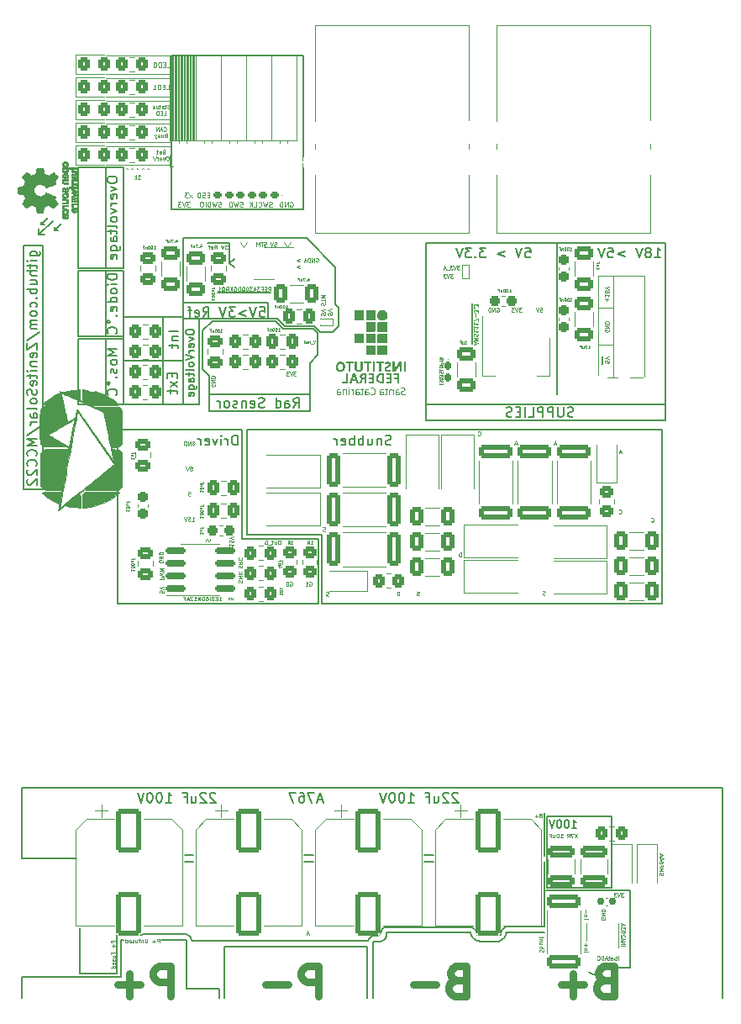
<source format=gbo>
G04 #@! TF.GenerationSoftware,KiCad,Pcbnew,(6.0.9)*
G04 #@! TF.CreationDate,2022-11-27T16:56:08-03:00*
G04 #@! TF.ProjectId,main,6d61696e-2e6b-4696-9361-645f70636258,rev?*
G04 #@! TF.SameCoordinates,Original*
G04 #@! TF.FileFunction,Legend,Bot*
G04 #@! TF.FilePolarity,Positive*
%FSLAX46Y46*%
G04 Gerber Fmt 4.6, Leading zero omitted, Abs format (unit mm)*
G04 Created by KiCad (PCBNEW (6.0.9)) date 2022-11-27 16:56:08*
%MOMM*%
%LPD*%
G01*
G04 APERTURE LIST*
G04 Aperture macros list*
%AMRoundRect*
0 Rectangle with rounded corners*
0 $1 Rounding radius*
0 $2 $3 $4 $5 $6 $7 $8 $9 X,Y pos of 4 corners*
0 Add a 4 corners polygon primitive as box body*
4,1,4,$2,$3,$4,$5,$6,$7,$8,$9,$2,$3,0*
0 Add four circle primitives for the rounded corners*
1,1,$1+$1,$2,$3*
1,1,$1+$1,$4,$5*
1,1,$1+$1,$6,$7*
1,1,$1+$1,$8,$9*
0 Add four rect primitives between the rounded corners*
20,1,$1+$1,$2,$3,$4,$5,0*
20,1,$1+$1,$4,$5,$6,$7,0*
20,1,$1+$1,$6,$7,$8,$9,0*
20,1,$1+$1,$8,$9,$2,$3,0*%
%AMFreePoly0*
4,1,24,0.072828,0.253187,0.091931,0.247652,0.345931,0.044452,0.349258,0.038409,0.355301,0.035082,0.359977,0.018944,0.368082,0.004226,0.366162,-0.002400,0.368082,-0.009026,0.359977,-0.023744,0.355301,-0.039882,0.349258,-0.043209,0.345931,-0.049252,0.091931,-0.252452,0.072828,-0.257987,0.054449,-0.265600,-0.123351,-0.265600,-0.165777,-0.248026,-0.183351,-0.205600,-0.183351,0.200800,
-0.165777,0.243226,-0.123351,0.260800,0.054449,0.260800,0.072828,0.253187,0.072828,0.253187,$1*%
%AMFreePoly1*
4,1,40,0.141626,0.245626,0.159200,0.203200,0.159200,-0.203200,0.141626,-0.245626,0.099200,-0.263200,-0.256400,-0.263200,-0.259782,-0.261799,-0.263299,-0.262801,-0.280566,-0.253190,-0.298826,-0.245626,-0.300226,-0.242247,-0.303423,-0.240467,-0.308835,-0.221462,-0.316400,-0.203200,-0.314999,-0.199818,-0.316001,-0.196301,-0.306390,-0.179034,-0.298826,-0.160774,-0.295447,-0.159374,-0.293667,-0.156177,
-0.098668,-0.001638,-0.099200,0.000000,-0.098668,0.001638,-0.293667,0.156177,-0.295447,0.159374,-0.298826,0.160774,-0.306390,0.179034,-0.316001,0.196301,-0.314999,0.199818,-0.316400,0.203200,-0.308835,0.221462,-0.303423,0.240467,-0.300226,0.242247,-0.298826,0.245626,-0.280566,0.253190,-0.263299,0.262801,-0.259782,0.261799,-0.256400,0.263200,0.099200,0.263200,0.141626,0.245626,
0.141626,0.245626,$1*%
G04 Aperture macros list end*
%ADD10C,0.150000*%
%ADD11C,0.120000*%
%ADD12C,0.075000*%
%ADD13C,0.100000*%
%ADD14C,0.200000*%
%ADD15C,0.125000*%
%ADD16C,0.750000*%
%ADD17C,0.010000*%
%ADD18C,3.650000*%
%ADD19O,2.250000X1.750000*%
%ADD20R,2.250000X1.750000*%
%ADD21C,0.800000*%
%ADD22R,13.000000X13.000000*%
%ADD23C,3.200000*%
%ADD24R,1.700000X1.700000*%
%ADD25O,1.700000X1.700000*%
%ADD26RoundRect,0.250000X-0.350000X-0.450000X0.350000X-0.450000X0.350000X0.450000X-0.350000X0.450000X0*%
%ADD27RoundRect,0.250000X0.350000X0.450000X-0.350000X0.450000X-0.350000X-0.450000X0.350000X-0.450000X0*%
%ADD28RoundRect,0.250000X-0.337500X-0.475000X0.337500X-0.475000X0.337500X0.475000X-0.337500X0.475000X0*%
%ADD29RoundRect,0.250000X-0.450000X0.350000X-0.450000X-0.350000X0.450000X-0.350000X0.450000X0.350000X0*%
%ADD30RoundRect,0.250000X-0.412500X-0.650000X0.412500X-0.650000X0.412500X0.650000X-0.412500X0.650000X0*%
%ADD31RoundRect,0.250000X0.650000X-0.412500X0.650000X0.412500X-0.650000X0.412500X-0.650000X-0.412500X0*%
%ADD32R,0.990600X0.526400*%
%ADD33FreePoly0,180.000000*%
%ADD34FreePoly1,180.000000*%
%ADD35R,2.500000X1.800000*%
%ADD36RoundRect,0.249999X1.425001X-0.450001X1.425001X0.450001X-1.425001X0.450001X-1.425001X-0.450001X0*%
%ADD37RoundRect,0.250000X-0.650000X0.412500X-0.650000X-0.412500X0.650000X-0.412500X0.650000X0.412500X0*%
%ADD38RoundRect,0.250000X-1.000000X1.950000X-1.000000X-1.950000X1.000000X-1.950000X1.000000X1.950000X0*%
%ADD39RoundRect,0.237500X-0.300000X-0.237500X0.300000X-0.237500X0.300000X0.237500X-0.300000X0.237500X0*%
%ADD40RoundRect,0.250000X-0.475000X0.337500X-0.475000X-0.337500X0.475000X-0.337500X0.475000X0.337500X0*%
%ADD41RoundRect,0.250000X-0.325000X-0.450000X0.325000X-0.450000X0.325000X0.450000X-0.325000X0.450000X0*%
%ADD42R,1.100000X1.100000*%
%ADD43RoundRect,0.250000X1.100000X-0.325000X1.100000X0.325000X-1.100000X0.325000X-1.100000X-0.325000X0*%
%ADD44RoundRect,0.160000X0.222500X0.160000X-0.222500X0.160000X-0.222500X-0.160000X0.222500X-0.160000X0*%
%ADD45RoundRect,0.150000X-0.825000X-0.150000X0.825000X-0.150000X0.825000X0.150000X-0.825000X0.150000X0*%
%ADD46RoundRect,0.250000X0.475000X-0.337500X0.475000X0.337500X-0.475000X0.337500X-0.475000X-0.337500X0*%
%ADD47RoundRect,0.249999X-1.425001X0.450001X-1.425001X-0.450001X1.425001X-0.450001X1.425001X0.450001X0*%
%ADD48RoundRect,0.249999X-0.450001X-1.425001X0.450001X-1.425001X0.450001X1.425001X-0.450001X1.425001X0*%
%ADD49R,2.000000X1.905000*%
%ADD50O,2.000000X1.905000*%
%ADD51RoundRect,0.237500X-0.237500X0.300000X-0.237500X-0.300000X0.237500X-0.300000X0.237500X0.300000X0*%
%ADD52R,1.500000X1.500000*%
%ADD53C,1.500000*%
%ADD54C,2.500000*%
%ADD55RoundRect,0.237500X0.237500X-0.300000X0.237500X0.300000X-0.237500X0.300000X-0.237500X-0.300000X0*%
%ADD56R,1.800000X2.500000*%
%ADD57R,0.650000X1.560000*%
%ADD58RoundRect,0.155000X0.212500X0.155000X-0.212500X0.155000X-0.212500X-0.155000X0.212500X-0.155000X0*%
%ADD59R,1.700000X4.240000*%
%ADD60RoundRect,0.250000X0.450000X-0.350000X0.450000X0.350000X-0.450000X0.350000X-0.450000X-0.350000X0*%
%ADD61RoundRect,0.160000X-0.160000X0.222500X-0.160000X-0.222500X0.160000X-0.222500X0.160000X0.222500X0*%
%ADD62R,1.450000X0.450000*%
%ADD63R,1.500000X2.000000*%
%ADD64R,3.800000X2.000000*%
%ADD65RoundRect,0.250000X0.337500X0.475000X-0.337500X0.475000X-0.337500X-0.475000X0.337500X-0.475000X0*%
%ADD66R,0.526400X0.990600*%
%ADD67FreePoly0,90.000000*%
%ADD68FreePoly1,90.000000*%
G04 APERTURE END LIST*
D10*
X13652500Y-102108000D02*
X15557500Y-102108000D01*
X15557500Y-102108000D02*
X15557500Y-126619000D01*
X15557500Y-126619000D02*
X13652500Y-126619000D01*
X13652500Y-126619000D02*
X13652500Y-102108000D01*
X48879000Y-172184000D02*
X49579000Y-172184000D01*
X34419000Y-103879000D02*
X34859000Y-104319000D01*
X38279000Y-107834000D02*
X29729000Y-107834000D01*
X41800000Y-82930000D02*
X28550000Y-82930000D01*
X32359000Y-115204000D02*
X32359000Y-118764000D01*
X35619000Y-131616800D02*
X35619000Y-120593200D01*
X59342601Y-171545600D02*
G75*
G03*
X58809200Y-170721348I-838801J41900D01*
G01*
X72931600Y-166770400D02*
X66353000Y-166770400D01*
X15181400Y-101008955D02*
X15781400Y-101008955D01*
X19109000Y-118104000D02*
X19109000Y-111500000D01*
X32659000Y-109714000D02*
X31709000Y-110664000D01*
D11*
X21946250Y-82910000D02*
X28550000Y-82910000D01*
D10*
X43359000Y-138119200D02*
X43359000Y-131616800D01*
D11*
X21946250Y-91688000D02*
X28480000Y-91690000D01*
D10*
X29700000Y-118100000D02*
X23700000Y-118100000D01*
X23700000Y-113700000D01*
X29700000Y-113700000D01*
X29700000Y-118100000D01*
D11*
X21930000Y-89402000D02*
X28480000Y-89402000D01*
D10*
X71981000Y-114004000D02*
X71981000Y-113254000D01*
X62238200Y-170707400D02*
X66124400Y-170707400D01*
X13429000Y-156730600D02*
X13429000Y-163784000D01*
X43696200Y-131185000D02*
X36127000Y-131185000D01*
X21903000Y-118104000D02*
X21903000Y-111500000D01*
X72931600Y-159582200D02*
X66353000Y-159582200D01*
X34419000Y-102054000D02*
X34419000Y-101834000D01*
D11*
X21946250Y-87482000D02*
X28480000Y-87482000D01*
D10*
X42129000Y-101364000D02*
X45029000Y-104264000D01*
X31709000Y-110664000D02*
X31709000Y-112914000D01*
X78291000Y-119704000D02*
X54161000Y-119704000D01*
X54161000Y-101848000D01*
X78291000Y-101848000D01*
X78291000Y-119704000D01*
X61588159Y-172155189D02*
G75*
G03*
X62339800Y-171266200I-301759J1017389D01*
G01*
X23429000Y-172053600D02*
X23429000Y-175784000D01*
X15181400Y-100408955D02*
X15181400Y-101008955D01*
X32359000Y-115204000D02*
X31709000Y-114554000D01*
X48879000Y-177884000D02*
X48879000Y-172184000D01*
X28550000Y-82950000D02*
X28550000Y-98434000D01*
X43213600Y-131616800D02*
X35822200Y-131616800D01*
X77529000Y-138119200D02*
X43696200Y-138119200D01*
X16781400Y-100551140D02*
X17081400Y-100551140D01*
X66124400Y-163519200D02*
X66124400Y-159277400D01*
X29979000Y-171434000D02*
X25829000Y-171434000D01*
X43529000Y-110784000D02*
X44779000Y-110784000D01*
X34419000Y-101834000D02*
X32179000Y-101834000D01*
X50132854Y-170721348D02*
X58809200Y-170721348D01*
X23427000Y-94228000D02*
X23681000Y-94228000D01*
X84079000Y-177884000D02*
X84079000Y-156737400D01*
X45379000Y-110184000D02*
X45379000Y-108384000D01*
X45029000Y-104264000D02*
X45029000Y-108034000D01*
X16581400Y-99608955D02*
X15181400Y-101008955D01*
X45379000Y-108384000D02*
X45029000Y-108034000D01*
X45379000Y-110184000D02*
X44779000Y-110784000D01*
X23096800Y-138119200D02*
X23096800Y-137611200D01*
X16781400Y-100551140D02*
X16781400Y-100251140D01*
X23681000Y-111246000D02*
X19109000Y-111246000D01*
X48829000Y-171584000D02*
X49329000Y-171584000D01*
X30029000Y-172053600D02*
X27516400Y-172053600D01*
X77986200Y-138119200D02*
X77529000Y-138119200D01*
X59647400Y-172155200D02*
X61577800Y-172155200D01*
X54008600Y-163493800D02*
X54923000Y-163493800D01*
X43213600Y-131616800D02*
X43359000Y-131616800D01*
X58682200Y-171240800D02*
G75*
G03*
X59647400Y-172155200I984800J72900D01*
G01*
X42239000Y-110454000D02*
X39769000Y-110454000D01*
X34419000Y-103879000D02*
X34859000Y-103439000D01*
X66353000Y-159582200D02*
X66353000Y-166770400D01*
D11*
X21946250Y-93974000D02*
X28480000Y-93974000D01*
D10*
X15431400Y-100001140D02*
X16131400Y-99301140D01*
X39029000Y-109714000D02*
X32659000Y-109714000D01*
X62238200Y-171266200D02*
X66124400Y-171266200D01*
X77986200Y-120593200D02*
X77986200Y-138119200D01*
D11*
X21946250Y-87116000D02*
X28470000Y-87120000D01*
D10*
X66124400Y-164154200D02*
X66124400Y-170707400D01*
X19109000Y-104642000D02*
X23681000Y-104642000D01*
X61603200Y-171545600D02*
X61704800Y-171545600D01*
X39229000Y-109484000D02*
X29729000Y-109484000D01*
X54008600Y-164128800D02*
X54923000Y-164128800D01*
X41918200Y-163493800D02*
X42832600Y-163493800D01*
X48829011Y-171584024D02*
G75*
G03*
X48329000Y-172129800I422689J-889176D01*
G01*
X34419000Y-103879000D02*
X34419000Y-102044000D01*
X19109000Y-104388000D02*
X23681000Y-104388000D01*
X15431400Y-100001140D02*
X15731400Y-100001140D01*
X39929000Y-110184000D02*
X42929000Y-110184000D01*
X38279000Y-109484000D02*
X38279000Y-107834000D01*
X48329000Y-172129800D02*
X30629000Y-172134000D01*
X30029000Y-176934000D02*
X30029000Y-172053600D01*
X23681000Y-104388000D02*
X23681000Y-94228000D01*
X36127000Y-120593200D02*
X77986200Y-120593200D01*
X23731400Y-172053600D02*
X23426600Y-172053600D01*
X15431400Y-100001140D02*
X15431400Y-99701140D01*
X42929000Y-110184000D02*
X43529000Y-110784000D01*
X43309000Y-110914000D02*
X42819000Y-110454000D01*
X30029000Y-176934000D02*
X33329000Y-176934000D01*
X33879000Y-177884000D02*
X33879000Y-172675900D01*
X27700000Y-118100000D02*
X27700000Y-109300000D01*
X41800000Y-98434000D02*
X28550000Y-98434000D01*
X16781400Y-100551140D02*
X17481400Y-99851140D01*
X23681000Y-111500000D02*
X23681000Y-118104000D01*
X43359000Y-138119200D02*
X43213600Y-138119200D01*
D11*
X21946250Y-92054000D02*
X28480000Y-92054000D01*
D10*
X29700000Y-113700000D02*
X23700000Y-113700000D01*
X23700000Y-109300000D01*
X29700000Y-109300000D01*
X29700000Y-113700000D01*
X23096800Y-120593200D02*
X23096800Y-137662000D01*
X18929000Y-163784000D02*
X13429000Y-163784000D01*
X49329000Y-171584000D02*
G75*
G03*
X49679000Y-171234000I-35500J385500D01*
G01*
X66124400Y-156737400D02*
X13429000Y-156730600D01*
X23681000Y-104642000D02*
X23681000Y-111246000D01*
X35822200Y-131616800D02*
X35619000Y-131616800D01*
X25829000Y-171433996D02*
G75*
G03*
X25382800Y-171545600I-70800J-664704D01*
G01*
X42499000Y-113924000D02*
X42499000Y-118764000D01*
X74779000Y-167049800D02*
X66276800Y-167049800D01*
X43213600Y-138119200D02*
X23096800Y-138119200D01*
X32959000Y-117114000D02*
X32359000Y-117114000D01*
X50132849Y-170721283D02*
G75*
G03*
X49679000Y-171234000I36251J-489317D01*
G01*
X30628988Y-172134001D02*
G75*
G03*
X29979000Y-171434000I-765788J-59299D01*
G01*
X67369000Y-117088000D02*
X67369000Y-101848000D01*
X23046000Y-175381000D02*
X19337600Y-175381000D01*
X39929000Y-110184000D02*
X39229000Y-109484000D01*
X43696200Y-138119200D02*
X43696200Y-131185000D01*
X19109000Y-111246000D02*
X19109000Y-104642000D01*
X50249400Y-171240800D02*
X58682200Y-171240800D01*
D11*
X21946250Y-85196000D02*
X28530000Y-85196000D01*
D10*
X62238212Y-170707437D02*
G75*
G03*
X61704800Y-171545600I256988J-752363D01*
G01*
X36127000Y-131185000D02*
X36127000Y-120593200D01*
X19109000Y-94228000D02*
X23427000Y-94228000D01*
X41800000Y-98434000D02*
X41800000Y-82930000D01*
X39769000Y-110454000D02*
X39029000Y-109714000D01*
X19109000Y-111500000D02*
X23681000Y-111500000D01*
X72931600Y-165805200D02*
X72931600Y-159582200D01*
X31300000Y-118100000D02*
X29700000Y-118100000D01*
X42819000Y-110454000D02*
X42239000Y-110454000D01*
X21903000Y-104388000D02*
X21903000Y-94228000D01*
X72239000Y-174784000D02*
X74779000Y-174784000D01*
X23681000Y-118104000D02*
X19109000Y-118104000D01*
X74779000Y-174784000D02*
X74779000Y-167049800D01*
X58858707Y-107949000D02*
X58858707Y-111999000D01*
X19337600Y-175381000D02*
X19337600Y-170859800D01*
X43309000Y-113114000D02*
X43309000Y-110914000D01*
X19109000Y-104388000D02*
X19109000Y-94228000D01*
X43309000Y-113114000D02*
X42499000Y-113924000D01*
X49579006Y-172184038D02*
G75*
G03*
X50249400Y-171240800I-119006J794438D01*
G01*
X21903000Y-111246000D02*
X21903000Y-104642000D01*
X29853200Y-164128800D02*
X30767600Y-164128800D01*
X35619000Y-120593200D02*
X23096800Y-120593200D01*
X78279000Y-118054000D02*
X54159000Y-118054000D01*
D11*
X21946250Y-89768000D02*
X28480000Y-89770000D01*
D10*
X31300000Y-109500000D02*
X31300000Y-118100000D01*
X29729000Y-109484000D02*
X29729000Y-101364000D01*
X59342600Y-171545600D02*
X61628600Y-171545600D01*
X25382800Y-171545600D02*
X23376200Y-171545600D01*
X48279000Y-172663200D02*
X48279000Y-177884000D01*
X33879000Y-172675900D02*
X48279000Y-172663200D01*
X66124400Y-156737400D02*
X84079000Y-156737400D01*
X23046000Y-175381000D02*
X23046000Y-171545600D01*
X41918200Y-164128800D02*
X42832600Y-164128800D01*
D11*
X21946250Y-84830000D02*
X28490000Y-84830000D01*
D10*
X42499000Y-117114000D02*
X32959000Y-117114000D01*
X29853200Y-163493800D02*
X30767600Y-163493800D01*
X32359000Y-118764000D02*
X42499000Y-118764000D01*
X70588993Y-175274009D02*
G75*
G03*
X72239000Y-174784000I664607J785109D01*
G01*
X23429000Y-175784000D02*
X13429000Y-175784000D01*
X33329000Y-176934000D02*
X33329000Y-177884000D01*
X29729000Y-101364000D02*
X42129000Y-101364000D01*
X72931600Y-166770400D02*
X72931600Y-165805200D01*
X31709000Y-114554000D02*
X31709000Y-112644000D01*
X38509000Y-106864000D02*
X33189000Y-106864000D01*
X13429000Y-175784000D02*
X13429000Y-177884000D01*
D12*
X31423285Y-129308285D02*
X31423285Y-129479714D01*
X31423285Y-129394000D02*
X31723285Y-129394000D01*
X31680428Y-129422571D01*
X31651857Y-129451142D01*
X31637571Y-129479714D01*
X31723285Y-129122571D02*
X31723285Y-129094000D01*
X31709000Y-129065428D01*
X31694714Y-129051142D01*
X31666142Y-129036857D01*
X31609000Y-129022571D01*
X31537571Y-129022571D01*
X31480428Y-129036857D01*
X31451857Y-129051142D01*
X31437571Y-129065428D01*
X31423285Y-129094000D01*
X31423285Y-129122571D01*
X31437571Y-129151142D01*
X31451857Y-129165428D01*
X31480428Y-129179714D01*
X31537571Y-129194000D01*
X31609000Y-129194000D01*
X31666142Y-129179714D01*
X31694714Y-129165428D01*
X31709000Y-129151142D01*
X31723285Y-129122571D01*
X31723285Y-128836857D02*
X31723285Y-128808285D01*
X31709000Y-128779714D01*
X31694714Y-128765428D01*
X31666142Y-128751142D01*
X31609000Y-128736857D01*
X31537571Y-128736857D01*
X31480428Y-128751142D01*
X31451857Y-128765428D01*
X31437571Y-128779714D01*
X31423285Y-128808285D01*
X31423285Y-128836857D01*
X31437571Y-128865428D01*
X31451857Y-128879714D01*
X31480428Y-128894000D01*
X31537571Y-128908285D01*
X31609000Y-128908285D01*
X31666142Y-128894000D01*
X31694714Y-128879714D01*
X31709000Y-128865428D01*
X31723285Y-128836857D01*
X31623285Y-128608285D02*
X31423285Y-128608285D01*
X31594714Y-128608285D02*
X31609000Y-128594000D01*
X31623285Y-128565428D01*
X31623285Y-128522571D01*
X31609000Y-128494000D01*
X31580428Y-128479714D01*
X31423285Y-128479714D01*
X31580428Y-128236857D02*
X31580428Y-128336857D01*
X31423285Y-128336857D02*
X31723285Y-128336857D01*
X31723285Y-128194000D01*
D13*
X44019047Y-108900000D02*
X44019047Y-109090476D01*
X43828571Y-109109523D01*
X43847619Y-109090476D01*
X43866666Y-109052380D01*
X43866666Y-108957142D01*
X43847619Y-108919047D01*
X43828571Y-108900000D01*
X43790476Y-108880952D01*
X43695238Y-108880952D01*
X43657142Y-108900000D01*
X43638095Y-108919047D01*
X43619047Y-108957142D01*
X43619047Y-109052380D01*
X43638095Y-109090476D01*
X43657142Y-109109523D01*
X44019047Y-108766666D02*
X43619047Y-108633333D01*
X44019047Y-108500000D01*
X43638095Y-108080952D02*
X43619047Y-108023809D01*
X43619047Y-107928571D01*
X43638095Y-107890476D01*
X43657142Y-107871428D01*
X43695238Y-107852380D01*
X43733333Y-107852380D01*
X43771428Y-107871428D01*
X43790476Y-107890476D01*
X43809523Y-107928571D01*
X43828571Y-108004761D01*
X43847619Y-108042857D01*
X43866666Y-108061904D01*
X43904761Y-108080952D01*
X43942857Y-108080952D01*
X43980952Y-108061904D01*
X44000000Y-108042857D01*
X44019047Y-108004761D01*
X44019047Y-107909523D01*
X44000000Y-107852380D01*
X44019047Y-107738095D02*
X44019047Y-107509523D01*
X43619047Y-107623809D02*
X44019047Y-107623809D01*
X43619047Y-107376190D02*
X44019047Y-107376190D01*
X43733333Y-107242857D01*
X44019047Y-107109523D01*
X43619047Y-107109523D01*
X73572819Y-174037952D02*
X73572819Y-173637952D01*
X73382342Y-174037952D02*
X73382342Y-173637952D01*
X73382342Y-173790333D02*
X73344247Y-173771285D01*
X73268057Y-173771285D01*
X73229961Y-173790333D01*
X73210914Y-173809380D01*
X73191866Y-173847476D01*
X73191866Y-173961761D01*
X73210914Y-173999857D01*
X73229961Y-174018904D01*
X73268057Y-174037952D01*
X73344247Y-174037952D01*
X73382342Y-174018904D01*
X72849009Y-174037952D02*
X72849009Y-173828428D01*
X72868057Y-173790333D01*
X72906152Y-173771285D01*
X72982342Y-173771285D01*
X73020438Y-173790333D01*
X72849009Y-174018904D02*
X72887104Y-174037952D01*
X72982342Y-174037952D01*
X73020438Y-174018904D01*
X73039485Y-173980809D01*
X73039485Y-173942714D01*
X73020438Y-173904619D01*
X72982342Y-173885571D01*
X72887104Y-173885571D01*
X72849009Y-173866523D01*
X72715676Y-173771285D02*
X72563295Y-173771285D01*
X72658533Y-173637952D02*
X72658533Y-173980809D01*
X72639485Y-174018904D01*
X72601390Y-174037952D01*
X72563295Y-174037952D01*
X72449009Y-173923666D02*
X72258533Y-173923666D01*
X72487104Y-174037952D02*
X72353771Y-173637952D01*
X72220438Y-174037952D01*
X72087104Y-174037952D02*
X72087104Y-173637952D01*
X71991866Y-173637952D01*
X71934723Y-173657000D01*
X71896628Y-173695095D01*
X71877580Y-173733190D01*
X71858533Y-173809380D01*
X71858533Y-173866523D01*
X71877580Y-173942714D01*
X71896628Y-173980809D01*
X71934723Y-174018904D01*
X71991866Y-174037952D01*
X72087104Y-174037952D01*
X71458533Y-173999857D02*
X71477580Y-174018904D01*
X71534723Y-174037952D01*
X71572819Y-174037952D01*
X71629961Y-174018904D01*
X71668057Y-173980809D01*
X71687104Y-173942714D01*
X71706152Y-173866523D01*
X71706152Y-173809380D01*
X71687104Y-173733190D01*
X71668057Y-173695095D01*
X71629961Y-173657000D01*
X71572819Y-173637952D01*
X71534723Y-173637952D01*
X71477580Y-173657000D01*
X71458533Y-173676047D01*
X34171857Y-102054952D02*
X33924238Y-102054952D01*
X34057571Y-102207333D01*
X34000428Y-102207333D01*
X33962333Y-102226380D01*
X33943285Y-102245428D01*
X33924238Y-102283523D01*
X33924238Y-102378761D01*
X33943285Y-102416857D01*
X33962333Y-102435904D01*
X34000428Y-102454952D01*
X34114714Y-102454952D01*
X34152809Y-102435904D01*
X34171857Y-102416857D01*
X33809952Y-102054952D02*
X33676619Y-102454952D01*
X33543285Y-102054952D01*
X32876619Y-102454952D02*
X33009952Y-102264476D01*
X33105190Y-102454952D02*
X33105190Y-102054952D01*
X32952809Y-102054952D01*
X32914714Y-102074000D01*
X32895666Y-102093047D01*
X32876619Y-102131142D01*
X32876619Y-102188285D01*
X32895666Y-102226380D01*
X32914714Y-102245428D01*
X32952809Y-102264476D01*
X33105190Y-102264476D01*
X32552809Y-102435904D02*
X32590904Y-102454952D01*
X32667095Y-102454952D01*
X32705190Y-102435904D01*
X32724238Y-102397809D01*
X32724238Y-102245428D01*
X32705190Y-102207333D01*
X32667095Y-102188285D01*
X32590904Y-102188285D01*
X32552809Y-102207333D01*
X32533761Y-102245428D01*
X32533761Y-102283523D01*
X32724238Y-102321619D01*
X32419476Y-102188285D02*
X32267095Y-102188285D01*
X32362333Y-102454952D02*
X32362333Y-102112095D01*
X32343285Y-102074000D01*
X32305190Y-102054952D01*
X32267095Y-102054952D01*
X27735447Y-136849190D02*
X27735447Y-137039666D01*
X27544971Y-137058714D01*
X27564019Y-137039666D01*
X27583066Y-137001571D01*
X27583066Y-136906333D01*
X27564019Y-136868238D01*
X27544971Y-136849190D01*
X27506876Y-136830142D01*
X27411638Y-136830142D01*
X27373542Y-136849190D01*
X27354495Y-136868238D01*
X27335447Y-136906333D01*
X27335447Y-137001571D01*
X27354495Y-137039666D01*
X27373542Y-137058714D01*
X27735447Y-136715857D02*
X27335447Y-136582523D01*
X27735447Y-136449190D01*
D10*
X69048240Y-119315471D02*
X68905383Y-119363090D01*
X68667288Y-119363090D01*
X68572049Y-119315471D01*
X68524430Y-119267852D01*
X68476811Y-119172614D01*
X68476811Y-119077376D01*
X68524430Y-118982138D01*
X68572049Y-118934519D01*
X68667288Y-118886900D01*
X68857764Y-118839281D01*
X68953002Y-118791662D01*
X69000621Y-118744043D01*
X69048240Y-118648805D01*
X69048240Y-118553567D01*
X69000621Y-118458329D01*
X68953002Y-118410710D01*
X68857764Y-118363090D01*
X68619668Y-118363090D01*
X68476811Y-118410710D01*
X68048240Y-118363090D02*
X68048240Y-119172614D01*
X68000621Y-119267852D01*
X67953002Y-119315471D01*
X67857764Y-119363090D01*
X67667288Y-119363090D01*
X67572049Y-119315471D01*
X67524430Y-119267852D01*
X67476811Y-119172614D01*
X67476811Y-118363090D01*
X67000621Y-119363090D02*
X67000621Y-118363090D01*
X66619668Y-118363090D01*
X66524430Y-118410710D01*
X66476811Y-118458329D01*
X66429192Y-118553567D01*
X66429192Y-118696424D01*
X66476811Y-118791662D01*
X66524430Y-118839281D01*
X66619668Y-118886900D01*
X67000621Y-118886900D01*
X66000621Y-119363090D02*
X66000621Y-118363090D01*
X65619668Y-118363090D01*
X65524430Y-118410710D01*
X65476811Y-118458329D01*
X65429192Y-118553567D01*
X65429192Y-118696424D01*
X65476811Y-118791662D01*
X65524430Y-118839281D01*
X65619668Y-118886900D01*
X66000621Y-118886900D01*
X64524430Y-119363090D02*
X65000621Y-119363090D01*
X65000621Y-118363090D01*
X64191097Y-119363090D02*
X64191097Y-118363090D01*
X63714907Y-118839281D02*
X63381573Y-118839281D01*
X63238716Y-119363090D02*
X63714907Y-119363090D01*
X63714907Y-118363090D01*
X63238716Y-118363090D01*
X62857764Y-119315471D02*
X62714907Y-119363090D01*
X62476811Y-119363090D01*
X62381573Y-119315471D01*
X62333954Y-119267852D01*
X62286335Y-119172614D01*
X62286335Y-119077376D01*
X62333954Y-118982138D01*
X62381573Y-118934519D01*
X62476811Y-118886900D01*
X62667288Y-118839281D01*
X62762526Y-118791662D01*
X62810145Y-118744043D01*
X62857764Y-118648805D01*
X62857764Y-118553567D01*
X62810145Y-118458329D01*
X62762526Y-118410710D01*
X62667288Y-118363090D01*
X62429192Y-118363090D01*
X62286335Y-118410710D01*
X64209476Y-102306380D02*
X64685666Y-102306380D01*
X64733285Y-102782571D01*
X64685666Y-102734952D01*
X64590428Y-102687333D01*
X64352333Y-102687333D01*
X64257095Y-102734952D01*
X64209476Y-102782571D01*
X64161857Y-102877809D01*
X64161857Y-103115904D01*
X64209476Y-103211142D01*
X64257095Y-103258761D01*
X64352333Y-103306380D01*
X64590428Y-103306380D01*
X64685666Y-103258761D01*
X64733285Y-103211142D01*
X63876142Y-102306380D02*
X63542809Y-103306380D01*
X63209476Y-102306380D01*
X62114238Y-102639714D02*
X61352333Y-102925428D01*
X62114238Y-103211142D01*
X60209476Y-102306380D02*
X59590428Y-102306380D01*
X59923761Y-102687333D01*
X59780904Y-102687333D01*
X59685666Y-102734952D01*
X59638047Y-102782571D01*
X59590428Y-102877809D01*
X59590428Y-103115904D01*
X59638047Y-103211142D01*
X59685666Y-103258761D01*
X59780904Y-103306380D01*
X60066619Y-103306380D01*
X60161857Y-103258761D01*
X60209476Y-103211142D01*
X59161857Y-103211142D02*
X59114238Y-103258761D01*
X59161857Y-103306380D01*
X59209476Y-103258761D01*
X59161857Y-103211142D01*
X59161857Y-103306380D01*
X58780904Y-102306380D02*
X58161857Y-102306380D01*
X58495190Y-102687333D01*
X58352333Y-102687333D01*
X58257095Y-102734952D01*
X58209476Y-102782571D01*
X58161857Y-102877809D01*
X58161857Y-103115904D01*
X58209476Y-103211142D01*
X58257095Y-103258761D01*
X58352333Y-103306380D01*
X58638047Y-103306380D01*
X58733285Y-103258761D01*
X58780904Y-103211142D01*
X57876142Y-102306380D02*
X57542809Y-103306380D01*
X57209476Y-102306380D01*
D13*
X42369038Y-171358266D02*
X42178561Y-171358266D01*
X42407133Y-171472552D02*
X42273800Y-171072552D01*
X42140466Y-171472552D01*
X41104238Y-114814952D02*
X40856619Y-114814952D01*
X40989952Y-114967333D01*
X40932809Y-114967333D01*
X40894714Y-114986380D01*
X40875666Y-115005428D01*
X40856619Y-115043523D01*
X40856619Y-115138761D01*
X40875666Y-115176857D01*
X40894714Y-115195904D01*
X40932809Y-115214952D01*
X41047095Y-115214952D01*
X41085190Y-115195904D01*
X41104238Y-115176857D01*
X40742333Y-114814952D02*
X40609000Y-115214952D01*
X40475666Y-114814952D01*
X40380428Y-114814952D02*
X40132809Y-114814952D01*
X40266142Y-114967333D01*
X40209000Y-114967333D01*
X40170904Y-114986380D01*
X40151857Y-115005428D01*
X40132809Y-115043523D01*
X40132809Y-115138761D01*
X40151857Y-115176857D01*
X40170904Y-115195904D01*
X40209000Y-115214952D01*
X40323285Y-115214952D01*
X40361380Y-115195904D01*
X40380428Y-115176857D01*
X69438523Y-161314952D02*
X69171857Y-161714952D01*
X69171857Y-161314952D02*
X69438523Y-161714952D01*
X69057571Y-161314952D02*
X68790904Y-161314952D01*
X68962333Y-161714952D01*
X68409952Y-161714952D02*
X68543285Y-161524476D01*
X68638523Y-161714952D02*
X68638523Y-161314952D01*
X68486142Y-161314952D01*
X68448047Y-161334000D01*
X68429000Y-161353047D01*
X68409952Y-161391142D01*
X68409952Y-161448285D01*
X68429000Y-161486380D01*
X68448047Y-161505428D01*
X68486142Y-161524476D01*
X68638523Y-161524476D01*
X67724238Y-161714952D02*
X67952809Y-161714952D01*
X67838523Y-161714952D02*
X67838523Y-161314952D01*
X67876619Y-161372095D01*
X67914714Y-161410190D01*
X67952809Y-161429238D01*
X67476619Y-161314952D02*
X67438523Y-161314952D01*
X67400428Y-161334000D01*
X67381380Y-161353047D01*
X67362333Y-161391142D01*
X67343285Y-161467333D01*
X67343285Y-161562571D01*
X67362333Y-161638761D01*
X67381380Y-161676857D01*
X67400428Y-161695904D01*
X67438523Y-161714952D01*
X67476619Y-161714952D01*
X67514714Y-161695904D01*
X67533761Y-161676857D01*
X67552809Y-161638761D01*
X67571857Y-161562571D01*
X67571857Y-161467333D01*
X67552809Y-161391142D01*
X67533761Y-161353047D01*
X67514714Y-161334000D01*
X67476619Y-161314952D01*
X67000428Y-161448285D02*
X67000428Y-161714952D01*
X67171857Y-161448285D02*
X67171857Y-161657809D01*
X67152809Y-161695904D01*
X67114714Y-161714952D01*
X67057571Y-161714952D01*
X67019476Y-161695904D01*
X67000428Y-161676857D01*
X66676619Y-161505428D02*
X66809952Y-161505428D01*
X66809952Y-161714952D02*
X66809952Y-161314952D01*
X66619476Y-161314952D01*
X34371247Y-132143819D02*
X34371247Y-132372390D01*
X34371247Y-132258104D02*
X34771247Y-132258104D01*
X34714104Y-132296200D01*
X34676009Y-132334295D01*
X34656961Y-132372390D01*
X34771247Y-131781914D02*
X34771247Y-131972390D01*
X34580771Y-131991438D01*
X34599819Y-131972390D01*
X34618866Y-131934295D01*
X34618866Y-131839057D01*
X34599819Y-131800961D01*
X34580771Y-131781914D01*
X34542676Y-131762866D01*
X34447438Y-131762866D01*
X34409342Y-131781914D01*
X34390295Y-131800961D01*
X34371247Y-131839057D01*
X34371247Y-131934295D01*
X34390295Y-131972390D01*
X34409342Y-131991438D01*
X34771247Y-131648580D02*
X34371247Y-131515247D01*
X34771247Y-131381914D01*
D10*
X32972152Y-157275619D02*
X32924533Y-157228000D01*
X32829295Y-157180380D01*
X32591200Y-157180380D01*
X32495961Y-157228000D01*
X32448342Y-157275619D01*
X32400723Y-157370857D01*
X32400723Y-157466095D01*
X32448342Y-157608952D01*
X33019771Y-158180380D01*
X32400723Y-158180380D01*
X32019771Y-157275619D02*
X31972152Y-157228000D01*
X31876914Y-157180380D01*
X31638819Y-157180380D01*
X31543580Y-157228000D01*
X31495961Y-157275619D01*
X31448342Y-157370857D01*
X31448342Y-157466095D01*
X31495961Y-157608952D01*
X32067390Y-158180380D01*
X31448342Y-158180380D01*
X30591200Y-157513714D02*
X30591200Y-158180380D01*
X31019771Y-157513714D02*
X31019771Y-158037523D01*
X30972152Y-158132761D01*
X30876914Y-158180380D01*
X30734057Y-158180380D01*
X30638819Y-158132761D01*
X30591200Y-158085142D01*
X29781676Y-157656571D02*
X30115009Y-157656571D01*
X30115009Y-158180380D02*
X30115009Y-157180380D01*
X29638819Y-157180380D01*
X27972152Y-158180380D02*
X28543580Y-158180380D01*
X28257866Y-158180380D02*
X28257866Y-157180380D01*
X28353104Y-157323238D01*
X28448342Y-157418476D01*
X28543580Y-157466095D01*
X27353104Y-157180380D02*
X27257866Y-157180380D01*
X27162628Y-157228000D01*
X27115009Y-157275619D01*
X27067390Y-157370857D01*
X27019771Y-157561333D01*
X27019771Y-157799428D01*
X27067390Y-157989904D01*
X27115009Y-158085142D01*
X27162628Y-158132761D01*
X27257866Y-158180380D01*
X27353104Y-158180380D01*
X27448342Y-158132761D01*
X27495961Y-158085142D01*
X27543580Y-157989904D01*
X27591200Y-157799428D01*
X27591200Y-157561333D01*
X27543580Y-157370857D01*
X27495961Y-157275619D01*
X27448342Y-157228000D01*
X27353104Y-157180380D01*
X26400723Y-157180380D02*
X26305485Y-157180380D01*
X26210247Y-157228000D01*
X26162628Y-157275619D01*
X26115009Y-157370857D01*
X26067390Y-157561333D01*
X26067390Y-157799428D01*
X26115009Y-157989904D01*
X26162628Y-158085142D01*
X26210247Y-158132761D01*
X26305485Y-158180380D01*
X26400723Y-158180380D01*
X26495961Y-158132761D01*
X26543580Y-158085142D01*
X26591200Y-157989904D01*
X26638819Y-157799428D01*
X26638819Y-157561333D01*
X26591200Y-157370857D01*
X26543580Y-157275619D01*
X26495961Y-157228000D01*
X26400723Y-157180380D01*
X25781676Y-157180380D02*
X25448342Y-158180380D01*
X25115009Y-157180380D01*
D13*
X30418726Y-124336552D02*
X30609202Y-124336552D01*
X30628250Y-124527028D01*
X30609202Y-124507980D01*
X30571107Y-124488933D01*
X30475869Y-124488933D01*
X30437774Y-124507980D01*
X30418726Y-124527028D01*
X30399678Y-124565123D01*
X30399678Y-124660361D01*
X30418726Y-124698457D01*
X30437774Y-124717504D01*
X30475869Y-124736552D01*
X30571107Y-124736552D01*
X30609202Y-124717504D01*
X30628250Y-124698457D01*
X30285393Y-124336552D02*
X30152059Y-124736552D01*
X30018726Y-124336552D01*
X59447390Y-121167857D02*
X59466438Y-121186904D01*
X59523580Y-121205952D01*
X59561676Y-121205952D01*
X59618819Y-121186904D01*
X59656914Y-121148809D01*
X59675961Y-121110714D01*
X59695009Y-121034523D01*
X59695009Y-120977380D01*
X59675961Y-120901190D01*
X59656914Y-120863095D01*
X59618819Y-120825000D01*
X59561676Y-120805952D01*
X59523580Y-120805952D01*
X59466438Y-120825000D01*
X59447390Y-120844047D01*
X30590155Y-129816552D02*
X30818726Y-129816552D01*
X30704440Y-129816552D02*
X30704440Y-129416552D01*
X30742536Y-129473695D01*
X30780631Y-129511790D01*
X30818726Y-129530838D01*
X30228250Y-129416552D02*
X30418726Y-129416552D01*
X30437774Y-129607028D01*
X30418726Y-129587980D01*
X30380631Y-129568933D01*
X30285393Y-129568933D01*
X30247297Y-129587980D01*
X30228250Y-129607028D01*
X30209202Y-129645123D01*
X30209202Y-129740361D01*
X30228250Y-129778457D01*
X30247297Y-129797504D01*
X30285393Y-129816552D01*
X30380631Y-129816552D01*
X30418726Y-129797504D01*
X30437774Y-129778457D01*
X30094916Y-129416552D02*
X29961583Y-129816552D01*
X29828250Y-129416552D01*
X44719047Y-108876190D02*
X44719047Y-109066666D01*
X44528571Y-109085714D01*
X44547619Y-109066666D01*
X44566666Y-109028571D01*
X44566666Y-108933333D01*
X44547619Y-108895238D01*
X44528571Y-108876190D01*
X44490476Y-108857142D01*
X44395238Y-108857142D01*
X44357142Y-108876190D01*
X44338095Y-108895238D01*
X44319047Y-108933333D01*
X44319047Y-109028571D01*
X44338095Y-109066666D01*
X44357142Y-109085714D01*
X44719047Y-108742857D02*
X44319047Y-108609523D01*
X44719047Y-108476190D01*
X76922590Y-129880057D02*
X76941638Y-129899104D01*
X76998780Y-129918152D01*
X77036876Y-129918152D01*
X77094019Y-129899104D01*
X77132114Y-129861009D01*
X77151161Y-129822914D01*
X77170209Y-129746723D01*
X77170209Y-129689580D01*
X77151161Y-129613390D01*
X77132114Y-129575295D01*
X77094019Y-129537200D01*
X77036876Y-129518152D01*
X76998780Y-129518152D01*
X76941638Y-129537200D01*
X76922590Y-129556247D01*
D14*
X14327214Y-103141285D02*
X15136738Y-103141285D01*
X15231976Y-103093666D01*
X15279595Y-103046047D01*
X15327214Y-102950809D01*
X15327214Y-102807952D01*
X15279595Y-102712714D01*
X14946261Y-103141285D02*
X14993880Y-103046047D01*
X14993880Y-102855571D01*
X14946261Y-102760333D01*
X14898642Y-102712714D01*
X14803404Y-102665095D01*
X14517690Y-102665095D01*
X14422452Y-102712714D01*
X14374833Y-102760333D01*
X14327214Y-102855571D01*
X14327214Y-103046047D01*
X14374833Y-103141285D01*
X14993880Y-103617476D02*
X14327214Y-103617476D01*
X13993880Y-103617476D02*
X14041500Y-103569857D01*
X14089119Y-103617476D01*
X14041500Y-103665095D01*
X13993880Y-103617476D01*
X14089119Y-103617476D01*
X14327214Y-103950809D02*
X14327214Y-104331761D01*
X13993880Y-104093666D02*
X14851023Y-104093666D01*
X14946261Y-104141285D01*
X14993880Y-104236523D01*
X14993880Y-104331761D01*
X14993880Y-104665095D02*
X13993880Y-104665095D01*
X14993880Y-105093666D02*
X14470071Y-105093666D01*
X14374833Y-105046047D01*
X14327214Y-104950809D01*
X14327214Y-104807952D01*
X14374833Y-104712714D01*
X14422452Y-104665095D01*
X14327214Y-105998428D02*
X14993880Y-105998428D01*
X14327214Y-105569857D02*
X14851023Y-105569857D01*
X14946261Y-105617476D01*
X14993880Y-105712714D01*
X14993880Y-105855571D01*
X14946261Y-105950809D01*
X14898642Y-105998428D01*
X14993880Y-106474619D02*
X13993880Y-106474619D01*
X14374833Y-106474619D02*
X14327214Y-106569857D01*
X14327214Y-106760333D01*
X14374833Y-106855571D01*
X14422452Y-106903190D01*
X14517690Y-106950809D01*
X14803404Y-106950809D01*
X14898642Y-106903190D01*
X14946261Y-106855571D01*
X14993880Y-106760333D01*
X14993880Y-106569857D01*
X14946261Y-106474619D01*
X14898642Y-107379380D02*
X14946261Y-107427000D01*
X14993880Y-107379380D01*
X14946261Y-107331761D01*
X14898642Y-107379380D01*
X14993880Y-107379380D01*
X14946261Y-108284142D02*
X14993880Y-108188904D01*
X14993880Y-107998428D01*
X14946261Y-107903190D01*
X14898642Y-107855571D01*
X14803404Y-107807952D01*
X14517690Y-107807952D01*
X14422452Y-107855571D01*
X14374833Y-107903190D01*
X14327214Y-107998428D01*
X14327214Y-108188904D01*
X14374833Y-108284142D01*
X14993880Y-108855571D02*
X14946261Y-108760333D01*
X14898642Y-108712714D01*
X14803404Y-108665095D01*
X14517690Y-108665095D01*
X14422452Y-108712714D01*
X14374833Y-108760333D01*
X14327214Y-108855571D01*
X14327214Y-108998428D01*
X14374833Y-109093666D01*
X14422452Y-109141285D01*
X14517690Y-109188904D01*
X14803404Y-109188904D01*
X14898642Y-109141285D01*
X14946261Y-109093666D01*
X14993880Y-108998428D01*
X14993880Y-108855571D01*
X14993880Y-109617476D02*
X14327214Y-109617476D01*
X14422452Y-109617476D02*
X14374833Y-109665095D01*
X14327214Y-109760333D01*
X14327214Y-109903190D01*
X14374833Y-109998428D01*
X14470071Y-110046047D01*
X14993880Y-110046047D01*
X14470071Y-110046047D02*
X14374833Y-110093666D01*
X14327214Y-110188904D01*
X14327214Y-110331761D01*
X14374833Y-110427000D01*
X14470071Y-110474619D01*
X14993880Y-110474619D01*
X13946261Y-111665095D02*
X15231976Y-110807952D01*
X13993880Y-111903190D02*
X13993880Y-112569857D01*
X14993880Y-111903190D01*
X14993880Y-112569857D01*
X14946261Y-113331761D02*
X14993880Y-113236523D01*
X14993880Y-113046047D01*
X14946261Y-112950809D01*
X14851023Y-112903190D01*
X14470071Y-112903190D01*
X14374833Y-112950809D01*
X14327214Y-113046047D01*
X14327214Y-113236523D01*
X14374833Y-113331761D01*
X14470071Y-113379380D01*
X14565309Y-113379380D01*
X14660547Y-112903190D01*
X14327214Y-113807952D02*
X14993880Y-113807952D01*
X14422452Y-113807952D02*
X14374833Y-113855571D01*
X14327214Y-113950809D01*
X14327214Y-114093666D01*
X14374833Y-114188904D01*
X14470071Y-114236523D01*
X14993880Y-114236523D01*
X14993880Y-114712714D02*
X14327214Y-114712714D01*
X13993880Y-114712714D02*
X14041500Y-114665095D01*
X14089119Y-114712714D01*
X14041500Y-114760333D01*
X13993880Y-114712714D01*
X14089119Y-114712714D01*
X14327214Y-115046047D02*
X14327214Y-115426999D01*
X13993880Y-115188904D02*
X14851023Y-115188904D01*
X14946261Y-115236523D01*
X14993880Y-115331761D01*
X14993880Y-115426999D01*
X14946261Y-116141285D02*
X14993880Y-116046047D01*
X14993880Y-115855571D01*
X14946261Y-115760333D01*
X14851023Y-115712714D01*
X14470071Y-115712714D01*
X14374833Y-115760333D01*
X14327214Y-115855571D01*
X14327214Y-116046047D01*
X14374833Y-116141285D01*
X14470071Y-116188904D01*
X14565309Y-116188904D01*
X14660547Y-115712714D01*
X14946261Y-116569857D02*
X14993880Y-116712714D01*
X14993880Y-116950809D01*
X14946261Y-117046047D01*
X14898642Y-117093666D01*
X14803404Y-117141285D01*
X14708166Y-117141285D01*
X14612928Y-117093666D01*
X14565309Y-117046047D01*
X14517690Y-116950809D01*
X14470071Y-116760333D01*
X14422452Y-116665095D01*
X14374833Y-116617476D01*
X14279595Y-116569857D01*
X14184357Y-116569857D01*
X14089119Y-116617476D01*
X14041500Y-116665095D01*
X13993880Y-116760333D01*
X13993880Y-116998428D01*
X14041500Y-117141285D01*
X14993880Y-117712714D02*
X14946261Y-117617476D01*
X14898642Y-117569857D01*
X14803404Y-117522238D01*
X14517690Y-117522238D01*
X14422452Y-117569857D01*
X14374833Y-117617476D01*
X14327214Y-117712714D01*
X14327214Y-117855571D01*
X14374833Y-117950809D01*
X14422452Y-117998428D01*
X14517690Y-118046047D01*
X14803404Y-118046047D01*
X14898642Y-117998428D01*
X14946261Y-117950809D01*
X14993880Y-117855571D01*
X14993880Y-117712714D01*
X14993880Y-118617476D02*
X14946261Y-118522238D01*
X14851023Y-118474619D01*
X13993880Y-118474619D01*
X14993880Y-119426999D02*
X14470071Y-119426999D01*
X14374833Y-119379380D01*
X14327214Y-119284142D01*
X14327214Y-119093666D01*
X14374833Y-118998428D01*
X14946261Y-119426999D02*
X14993880Y-119331761D01*
X14993880Y-119093666D01*
X14946261Y-118998428D01*
X14851023Y-118950809D01*
X14755785Y-118950809D01*
X14660547Y-118998428D01*
X14612928Y-119093666D01*
X14612928Y-119331761D01*
X14565309Y-119426999D01*
X14993880Y-119903190D02*
X14327214Y-119903190D01*
X14517690Y-119903190D02*
X14422452Y-119950809D01*
X14374833Y-119998428D01*
X14327214Y-120093666D01*
X14327214Y-120188904D01*
X13946261Y-121236523D02*
X15231976Y-120379380D01*
X14993880Y-121569857D02*
X13993880Y-121569857D01*
X14708166Y-121903190D01*
X13993880Y-122236523D01*
X14993880Y-122236523D01*
X14898642Y-123284142D02*
X14946261Y-123236523D01*
X14993880Y-123093666D01*
X14993880Y-122998428D01*
X14946261Y-122855571D01*
X14851023Y-122760333D01*
X14755785Y-122712714D01*
X14565309Y-122665095D01*
X14422452Y-122665095D01*
X14231976Y-122712714D01*
X14136738Y-122760333D01*
X14041500Y-122855571D01*
X13993880Y-122998428D01*
X13993880Y-123093666D01*
X14041500Y-123236523D01*
X14089119Y-123284142D01*
X14898642Y-124284142D02*
X14946261Y-124236523D01*
X14993880Y-124093666D01*
X14993880Y-123998428D01*
X14946261Y-123855571D01*
X14851023Y-123760333D01*
X14755785Y-123712714D01*
X14565309Y-123665095D01*
X14422452Y-123665095D01*
X14231976Y-123712714D01*
X14136738Y-123760333D01*
X14041500Y-123855571D01*
X13993880Y-123998428D01*
X13993880Y-124093666D01*
X14041500Y-124236523D01*
X14089119Y-124284142D01*
X14089119Y-124665095D02*
X14041500Y-124712714D01*
X13993880Y-124807952D01*
X13993880Y-125046047D01*
X14041500Y-125141285D01*
X14089119Y-125188904D01*
X14184357Y-125236523D01*
X14279595Y-125236523D01*
X14422452Y-125188904D01*
X14993880Y-124617476D01*
X14993880Y-125236523D01*
X14089119Y-125617476D02*
X14041500Y-125665095D01*
X13993880Y-125760333D01*
X13993880Y-125998428D01*
X14041500Y-126093666D01*
X14089119Y-126141285D01*
X14184357Y-126188904D01*
X14279595Y-126188904D01*
X14422452Y-126141285D01*
X14993880Y-125569857D01*
X14993880Y-126188904D01*
D12*
X31423285Y-126715428D02*
X31423285Y-126886857D01*
X31423285Y-126801142D02*
X31723285Y-126801142D01*
X31680428Y-126829714D01*
X31651857Y-126858285D01*
X31637571Y-126886857D01*
X31723285Y-126529714D02*
X31723285Y-126501142D01*
X31709000Y-126472571D01*
X31694714Y-126458285D01*
X31666142Y-126444000D01*
X31609000Y-126429714D01*
X31537571Y-126429714D01*
X31480428Y-126444000D01*
X31451857Y-126458285D01*
X31437571Y-126472571D01*
X31423285Y-126501142D01*
X31423285Y-126529714D01*
X31437571Y-126558285D01*
X31451857Y-126572571D01*
X31480428Y-126586857D01*
X31537571Y-126601142D01*
X31609000Y-126601142D01*
X31666142Y-126586857D01*
X31694714Y-126572571D01*
X31709000Y-126558285D01*
X31723285Y-126529714D01*
X31623285Y-126301142D02*
X31423285Y-126301142D01*
X31594714Y-126301142D02*
X31609000Y-126286857D01*
X31623285Y-126258285D01*
X31623285Y-126215428D01*
X31609000Y-126186857D01*
X31580428Y-126172571D01*
X31423285Y-126172571D01*
X31580428Y-125929714D02*
X31580428Y-126029714D01*
X31423285Y-126029714D02*
X31723285Y-126029714D01*
X31723285Y-125886857D01*
D13*
X30645946Y-121815600D02*
X30684042Y-121796552D01*
X30741185Y-121796552D01*
X30798327Y-121815600D01*
X30836423Y-121853695D01*
X30855470Y-121891790D01*
X30874518Y-121967980D01*
X30874518Y-122025123D01*
X30855470Y-122101314D01*
X30836423Y-122139409D01*
X30798327Y-122177504D01*
X30741185Y-122196552D01*
X30703089Y-122196552D01*
X30645946Y-122177504D01*
X30626899Y-122158457D01*
X30626899Y-122025123D01*
X30703089Y-122025123D01*
X30455470Y-122196552D02*
X30455470Y-121796552D01*
X30226899Y-122196552D01*
X30226899Y-121796552D01*
X30036423Y-122196552D02*
X30036423Y-121796552D01*
X29941185Y-121796552D01*
X29884042Y-121815600D01*
X29845946Y-121853695D01*
X29826899Y-121891790D01*
X29807851Y-121967980D01*
X29807851Y-122025123D01*
X29826899Y-122101314D01*
X29845946Y-122139409D01*
X29884042Y-122177504D01*
X29941185Y-122196552D01*
X30036423Y-122196552D01*
X56918622Y-104964952D02*
X56671003Y-104964952D01*
X56804336Y-105117333D01*
X56747193Y-105117333D01*
X56709098Y-105136380D01*
X56690050Y-105155428D01*
X56671003Y-105193523D01*
X56671003Y-105288761D01*
X56690050Y-105326857D01*
X56709098Y-105345904D01*
X56747193Y-105364952D01*
X56861479Y-105364952D01*
X56899574Y-105345904D01*
X56918622Y-105326857D01*
X56556717Y-104964952D02*
X56423384Y-105364952D01*
X56290050Y-104964952D01*
X56194812Y-104964952D02*
X55947193Y-104964952D01*
X56080526Y-105117333D01*
X56023384Y-105117333D01*
X55985288Y-105136380D01*
X55966241Y-105155428D01*
X55947193Y-105193523D01*
X55947193Y-105288761D01*
X55966241Y-105326857D01*
X55985288Y-105345904D01*
X56023384Y-105364952D01*
X56137669Y-105364952D01*
X56175764Y-105345904D01*
X56194812Y-105326857D01*
X65733847Y-159477428D02*
X65676704Y-159496476D01*
X65657657Y-159515523D01*
X65638609Y-159553619D01*
X65638609Y-159610761D01*
X65657657Y-159648857D01*
X65676704Y-159667904D01*
X65714800Y-159686952D01*
X65867180Y-159686952D01*
X65867180Y-159286952D01*
X65733847Y-159286952D01*
X65695752Y-159306000D01*
X65676704Y-159325047D01*
X65657657Y-159363142D01*
X65657657Y-159401238D01*
X65676704Y-159439333D01*
X65695752Y-159458380D01*
X65733847Y-159477428D01*
X65867180Y-159477428D01*
X65467180Y-159534571D02*
X65162419Y-159534571D01*
X65314800Y-159686952D02*
X65314800Y-159382190D01*
D15*
X35719476Y-98186380D02*
X35648047Y-98210190D01*
X35529000Y-98210190D01*
X35481380Y-98186380D01*
X35457571Y-98162571D01*
X35433761Y-98114952D01*
X35433761Y-98067333D01*
X35457571Y-98019714D01*
X35481380Y-97995904D01*
X35529000Y-97972095D01*
X35624238Y-97948285D01*
X35671857Y-97924476D01*
X35695666Y-97900666D01*
X35719476Y-97853047D01*
X35719476Y-97805428D01*
X35695666Y-97757809D01*
X35671857Y-97734000D01*
X35624238Y-97710190D01*
X35505190Y-97710190D01*
X35433761Y-97734000D01*
X35267095Y-97710190D02*
X35148047Y-98210190D01*
X35052809Y-97853047D01*
X34957571Y-98210190D01*
X34838523Y-97710190D01*
X34552809Y-97710190D02*
X34457571Y-97710190D01*
X34409952Y-97734000D01*
X34362333Y-97781619D01*
X34338523Y-97876857D01*
X34338523Y-98043523D01*
X34362333Y-98138761D01*
X34409952Y-98186380D01*
X34457571Y-98210190D01*
X34552809Y-98210190D01*
X34600428Y-98186380D01*
X34648047Y-98138761D01*
X34671857Y-98043523D01*
X34671857Y-97876857D01*
X34648047Y-97781619D01*
X34600428Y-97734000D01*
X34552809Y-97710190D01*
D13*
X77717095Y-165503047D02*
X77698047Y-165445904D01*
X77698047Y-165350666D01*
X77717095Y-165312571D01*
X77736142Y-165293523D01*
X77774238Y-165274476D01*
X77812333Y-165274476D01*
X77850428Y-165293523D01*
X77869476Y-165312571D01*
X77888523Y-165350666D01*
X77907571Y-165426857D01*
X77926619Y-165464952D01*
X77945666Y-165484000D01*
X77983761Y-165503047D01*
X78021857Y-165503047D01*
X78059952Y-165484000D01*
X78079000Y-165464952D01*
X78098047Y-165426857D01*
X78098047Y-165331619D01*
X78079000Y-165274476D01*
X77698047Y-165103047D02*
X78098047Y-165103047D01*
X77812333Y-164969714D01*
X78098047Y-164836380D01*
X77698047Y-164836380D01*
X77907571Y-164512571D02*
X77907571Y-164645904D01*
X77698047Y-164645904D02*
X78098047Y-164645904D01*
X78098047Y-164455428D01*
X78098047Y-164131619D02*
X78098047Y-164207809D01*
X78079000Y-164245904D01*
X78059952Y-164264952D01*
X78002809Y-164303047D01*
X77926619Y-164322095D01*
X77774238Y-164322095D01*
X77736142Y-164303047D01*
X77717095Y-164284000D01*
X77698047Y-164245904D01*
X77698047Y-164169714D01*
X77717095Y-164131619D01*
X77736142Y-164112571D01*
X77774238Y-164093523D01*
X77869476Y-164093523D01*
X77907571Y-164112571D01*
X77926619Y-164131619D01*
X77945666Y-164169714D01*
X77945666Y-164245904D01*
X77926619Y-164284000D01*
X77907571Y-164303047D01*
X77869476Y-164322095D01*
X77964714Y-163750666D02*
X77698047Y-163750666D01*
X78117095Y-163845904D02*
X77831380Y-163941142D01*
X77831380Y-163693523D01*
X77812333Y-163560190D02*
X77812333Y-163369714D01*
X77698047Y-163598285D02*
X78098047Y-163464952D01*
X77698047Y-163331619D01*
X27316161Y-172310752D02*
X27316161Y-171910752D01*
X27163780Y-171910752D01*
X27125685Y-171929800D01*
X27106638Y-171948847D01*
X27087590Y-171986942D01*
X27087590Y-172044085D01*
X27106638Y-172082180D01*
X27125685Y-172101228D01*
X27163780Y-172120276D01*
X27316161Y-172120276D01*
X26916161Y-172158371D02*
X26611400Y-172158371D01*
X26763780Y-172310752D02*
X26763780Y-172005990D01*
X26116161Y-171910752D02*
X26116161Y-172234561D01*
X26097114Y-172272657D01*
X26078066Y-172291704D01*
X26039971Y-172310752D01*
X25963780Y-172310752D01*
X25925685Y-172291704D01*
X25906638Y-172272657D01*
X25887590Y-172234561D01*
X25887590Y-171910752D01*
X25697114Y-172044085D02*
X25697114Y-172310752D01*
X25697114Y-172082180D02*
X25678066Y-172063133D01*
X25639971Y-172044085D01*
X25582828Y-172044085D01*
X25544733Y-172063133D01*
X25525685Y-172101228D01*
X25525685Y-172310752D01*
X25392352Y-172044085D02*
X25239971Y-172044085D01*
X25335209Y-172310752D02*
X25335209Y-171967895D01*
X25316161Y-171929800D01*
X25278066Y-171910752D01*
X25239971Y-171910752D01*
X24935209Y-172044085D02*
X24935209Y-172310752D01*
X25106638Y-172044085D02*
X25106638Y-172253609D01*
X25087590Y-172291704D01*
X25049495Y-172310752D01*
X24992352Y-172310752D01*
X24954257Y-172291704D01*
X24935209Y-172272657D01*
X24763780Y-172291704D02*
X24725685Y-172310752D01*
X24649495Y-172310752D01*
X24611400Y-172291704D01*
X24592352Y-172253609D01*
X24592352Y-172234561D01*
X24611400Y-172196466D01*
X24649495Y-172177419D01*
X24706638Y-172177419D01*
X24744733Y-172158371D01*
X24763780Y-172120276D01*
X24763780Y-172101228D01*
X24744733Y-172063133D01*
X24706638Y-172044085D01*
X24649495Y-172044085D01*
X24611400Y-172063133D01*
X24268542Y-172291704D02*
X24306638Y-172310752D01*
X24382828Y-172310752D01*
X24420923Y-172291704D01*
X24439971Y-172253609D01*
X24439971Y-172101228D01*
X24420923Y-172063133D01*
X24382828Y-172044085D01*
X24306638Y-172044085D01*
X24268542Y-172063133D01*
X24249495Y-172101228D01*
X24249495Y-172139323D01*
X24439971Y-172177419D01*
X23906638Y-172310752D02*
X23906638Y-171910752D01*
X23906638Y-172291704D02*
X23944733Y-172310752D01*
X24020923Y-172310752D01*
X24059019Y-172291704D01*
X24078066Y-172272657D01*
X24097114Y-172234561D01*
X24097114Y-172120276D01*
X24078066Y-172082180D01*
X24059019Y-172063133D01*
X24020923Y-172044085D01*
X23944733Y-172044085D01*
X23906638Y-172063133D01*
D15*
X28059523Y-86376190D02*
X28297619Y-86376190D01*
X28297619Y-85876190D01*
X27892857Y-86114285D02*
X27726190Y-86114285D01*
X27654761Y-86376190D02*
X27892857Y-86376190D01*
X27892857Y-85876190D01*
X27654761Y-85876190D01*
X27440476Y-86376190D02*
X27440476Y-85876190D01*
X27321428Y-85876190D01*
X27250000Y-85900000D01*
X27202380Y-85947619D01*
X27178571Y-85995238D01*
X27154761Y-86090476D01*
X27154761Y-86161904D01*
X27178571Y-86257142D01*
X27202380Y-86304761D01*
X27250000Y-86352380D01*
X27321428Y-86376190D01*
X27440476Y-86376190D01*
X26678571Y-86376190D02*
X26964285Y-86376190D01*
X26821428Y-86376190D02*
X26821428Y-85876190D01*
X26869047Y-85947619D01*
X26916666Y-85995238D01*
X26964285Y-86019047D01*
D13*
X57592431Y-104114952D02*
X57344812Y-104114952D01*
X57478145Y-104267333D01*
X57421003Y-104267333D01*
X57382907Y-104286380D01*
X57363860Y-104305428D01*
X57344812Y-104343523D01*
X57344812Y-104438761D01*
X57363860Y-104476857D01*
X57382907Y-104495904D01*
X57421003Y-104514952D01*
X57535288Y-104514952D01*
X57573384Y-104495904D01*
X57592431Y-104476857D01*
X57230526Y-104114952D02*
X57097193Y-104514952D01*
X56963860Y-104114952D01*
X56868622Y-104114952D02*
X56621003Y-104114952D01*
X56754336Y-104267333D01*
X56697193Y-104267333D01*
X56659098Y-104286380D01*
X56640050Y-104305428D01*
X56621003Y-104343523D01*
X56621003Y-104438761D01*
X56640050Y-104476857D01*
X56659098Y-104495904D01*
X56697193Y-104514952D01*
X56811479Y-104514952D01*
X56849574Y-104495904D01*
X56868622Y-104476857D01*
X56544812Y-104553047D02*
X56240050Y-104553047D01*
X56163860Y-104400666D02*
X55973384Y-104400666D01*
X56201955Y-104514952D02*
X56068622Y-104114952D01*
X55935288Y-104514952D01*
X35304695Y-136026809D02*
X35285647Y-135969666D01*
X35285647Y-135874428D01*
X35304695Y-135836333D01*
X35323742Y-135817285D01*
X35361838Y-135798238D01*
X35399933Y-135798238D01*
X35438028Y-135817285D01*
X35457076Y-135836333D01*
X35476123Y-135874428D01*
X35495171Y-135950619D01*
X35514219Y-135988714D01*
X35533266Y-136007761D01*
X35571361Y-136026809D01*
X35609457Y-136026809D01*
X35647552Y-136007761D01*
X35666600Y-135988714D01*
X35685647Y-135950619D01*
X35685647Y-135855380D01*
X35666600Y-135798238D01*
X35285647Y-135626809D02*
X35685647Y-135626809D01*
X35285647Y-135398238D01*
X35685647Y-135398238D01*
X35285647Y-135207761D02*
X35685647Y-135207761D01*
X35285647Y-134979190D02*
X35514219Y-135150619D01*
X35685647Y-134979190D02*
X35457076Y-135207761D01*
D16*
X72121857Y-176085714D02*
X71693285Y-176228571D01*
X71550428Y-176371428D01*
X71407571Y-176657142D01*
X71407571Y-177085714D01*
X71550428Y-177371428D01*
X71693285Y-177514285D01*
X71979000Y-177657142D01*
X73121857Y-177657142D01*
X73121857Y-174657142D01*
X72121857Y-174657142D01*
X71836142Y-174800000D01*
X71693285Y-174942857D01*
X71550428Y-175228571D01*
X71550428Y-175514285D01*
X71693285Y-175800000D01*
X71836142Y-175942857D01*
X72121857Y-176085714D01*
X73121857Y-176085714D01*
X70121857Y-176514285D02*
X67836142Y-176514285D01*
X68979000Y-177657142D02*
X68979000Y-175371428D01*
D13*
X67286438Y-122031466D02*
X67095961Y-122031466D01*
X67324533Y-122145752D02*
X67191200Y-121745752D01*
X67057866Y-122145752D01*
D12*
X40573285Y-132129714D02*
X40744714Y-132129714D01*
X40659000Y-132129714D02*
X40659000Y-131829714D01*
X40687571Y-131872571D01*
X40716142Y-131901142D01*
X40744714Y-131915428D01*
X40273285Y-132129714D02*
X40373285Y-131986857D01*
X40444714Y-132129714D02*
X40444714Y-131829714D01*
X40330428Y-131829714D01*
X40301857Y-131844000D01*
X40287571Y-131858285D01*
X40273285Y-131886857D01*
X40273285Y-131929714D01*
X40287571Y-131958285D01*
X40301857Y-131972571D01*
X40330428Y-131986857D01*
X40444714Y-131986857D01*
D10*
X57406952Y-157275619D02*
X57359333Y-157228000D01*
X57264095Y-157180380D01*
X57026000Y-157180380D01*
X56930761Y-157228000D01*
X56883142Y-157275619D01*
X56835523Y-157370857D01*
X56835523Y-157466095D01*
X56883142Y-157608952D01*
X57454571Y-158180380D01*
X56835523Y-158180380D01*
X56454571Y-157275619D02*
X56406952Y-157228000D01*
X56311714Y-157180380D01*
X56073619Y-157180380D01*
X55978380Y-157228000D01*
X55930761Y-157275619D01*
X55883142Y-157370857D01*
X55883142Y-157466095D01*
X55930761Y-157608952D01*
X56502190Y-158180380D01*
X55883142Y-158180380D01*
X55026000Y-157513714D02*
X55026000Y-158180380D01*
X55454571Y-157513714D02*
X55454571Y-158037523D01*
X55406952Y-158132761D01*
X55311714Y-158180380D01*
X55168857Y-158180380D01*
X55073619Y-158132761D01*
X55026000Y-158085142D01*
X54216476Y-157656571D02*
X54549809Y-157656571D01*
X54549809Y-158180380D02*
X54549809Y-157180380D01*
X54073619Y-157180380D01*
X52406952Y-158180380D02*
X52978380Y-158180380D01*
X52692666Y-158180380D02*
X52692666Y-157180380D01*
X52787904Y-157323238D01*
X52883142Y-157418476D01*
X52978380Y-157466095D01*
X51787904Y-157180380D02*
X51692666Y-157180380D01*
X51597428Y-157228000D01*
X51549809Y-157275619D01*
X51502190Y-157370857D01*
X51454571Y-157561333D01*
X51454571Y-157799428D01*
X51502190Y-157989904D01*
X51549809Y-158085142D01*
X51597428Y-158132761D01*
X51692666Y-158180380D01*
X51787904Y-158180380D01*
X51883142Y-158132761D01*
X51930761Y-158085142D01*
X51978380Y-157989904D01*
X52026000Y-157799428D01*
X52026000Y-157561333D01*
X51978380Y-157370857D01*
X51930761Y-157275619D01*
X51883142Y-157228000D01*
X51787904Y-157180380D01*
X50835523Y-157180380D02*
X50740285Y-157180380D01*
X50645047Y-157228000D01*
X50597428Y-157275619D01*
X50549809Y-157370857D01*
X50502190Y-157561333D01*
X50502190Y-157799428D01*
X50549809Y-157989904D01*
X50597428Y-158085142D01*
X50645047Y-158132761D01*
X50740285Y-158180380D01*
X50835523Y-158180380D01*
X50930761Y-158132761D01*
X50978380Y-158085142D01*
X51026000Y-157989904D01*
X51073619Y-157799428D01*
X51073619Y-157561333D01*
X51026000Y-157370857D01*
X50978380Y-157275619D01*
X50930761Y-157228000D01*
X50835523Y-157180380D01*
X50216476Y-157180380D02*
X49883142Y-158180380D01*
X49549809Y-157180380D01*
D12*
X68693285Y-107669714D02*
X68864714Y-107669714D01*
X68779000Y-107669714D02*
X68779000Y-107369714D01*
X68807571Y-107412571D01*
X68836142Y-107441142D01*
X68864714Y-107455428D01*
X68507571Y-107369714D02*
X68479000Y-107369714D01*
X68450428Y-107384000D01*
X68436142Y-107398285D01*
X68421857Y-107426857D01*
X68407571Y-107484000D01*
X68407571Y-107555428D01*
X68421857Y-107612571D01*
X68436142Y-107641142D01*
X68450428Y-107655428D01*
X68479000Y-107669714D01*
X68507571Y-107669714D01*
X68536142Y-107655428D01*
X68550428Y-107641142D01*
X68564714Y-107612571D01*
X68579000Y-107555428D01*
X68579000Y-107484000D01*
X68564714Y-107426857D01*
X68550428Y-107398285D01*
X68536142Y-107384000D01*
X68507571Y-107369714D01*
X68221857Y-107369714D02*
X68193285Y-107369714D01*
X68164714Y-107384000D01*
X68150428Y-107398285D01*
X68136142Y-107426857D01*
X68121857Y-107484000D01*
X68121857Y-107555428D01*
X68136142Y-107612571D01*
X68150428Y-107641142D01*
X68164714Y-107655428D01*
X68193285Y-107669714D01*
X68221857Y-107669714D01*
X68250428Y-107655428D01*
X68264714Y-107641142D01*
X68279000Y-107612571D01*
X68293285Y-107555428D01*
X68293285Y-107484000D01*
X68279000Y-107426857D01*
X68264714Y-107398285D01*
X68250428Y-107384000D01*
X68221857Y-107369714D01*
X67993285Y-107469714D02*
X67993285Y-107669714D01*
X67993285Y-107498285D02*
X67979000Y-107484000D01*
X67950428Y-107469714D01*
X67907571Y-107469714D01*
X67879000Y-107484000D01*
X67864714Y-107512571D01*
X67864714Y-107669714D01*
X67621857Y-107512571D02*
X67721857Y-107512571D01*
X67721857Y-107669714D02*
X67721857Y-107369714D01*
X67579000Y-107369714D01*
D13*
X27691000Y-133801161D02*
X27710047Y-133839257D01*
X27710047Y-133896400D01*
X27691000Y-133953542D01*
X27652904Y-133991638D01*
X27614809Y-134010685D01*
X27538619Y-134029733D01*
X27481476Y-134029733D01*
X27405285Y-134010685D01*
X27367190Y-133991638D01*
X27329095Y-133953542D01*
X27310047Y-133896400D01*
X27310047Y-133858304D01*
X27329095Y-133801161D01*
X27348142Y-133782114D01*
X27481476Y-133782114D01*
X27481476Y-133858304D01*
X27310047Y-133610685D02*
X27710047Y-133610685D01*
X27310047Y-133382114D01*
X27710047Y-133382114D01*
X27310047Y-133191638D02*
X27710047Y-133191638D01*
X27710047Y-133096400D01*
X27691000Y-133039257D01*
X27652904Y-133001161D01*
X27614809Y-132982114D01*
X27538619Y-132963066D01*
X27481476Y-132963066D01*
X27405285Y-132982114D01*
X27367190Y-133001161D01*
X27329095Y-133039257D01*
X27310047Y-133096400D01*
X27310047Y-133191638D01*
D15*
X30398047Y-97710190D02*
X30088523Y-97710190D01*
X30255190Y-97900666D01*
X30183761Y-97900666D01*
X30136142Y-97924476D01*
X30112333Y-97948285D01*
X30088523Y-97995904D01*
X30088523Y-98114952D01*
X30112333Y-98162571D01*
X30136142Y-98186380D01*
X30183761Y-98210190D01*
X30326619Y-98210190D01*
X30374238Y-98186380D01*
X30398047Y-98162571D01*
X29945666Y-97710190D02*
X29779000Y-98210190D01*
X29612333Y-97710190D01*
X29493285Y-97710190D02*
X29183761Y-97710190D01*
X29350428Y-97900666D01*
X29279000Y-97900666D01*
X29231380Y-97924476D01*
X29207571Y-97948285D01*
X29183761Y-97995904D01*
X29183761Y-98114952D01*
X29207571Y-98162571D01*
X29231380Y-98186380D01*
X29279000Y-98210190D01*
X29421857Y-98210190D01*
X29469476Y-98186380D01*
X29493285Y-98162571D01*
D13*
X33332790Y-137842952D02*
X33561361Y-137842952D01*
X33447076Y-137842952D02*
X33447076Y-137442952D01*
X33485171Y-137500095D01*
X33523266Y-137538190D01*
X33561361Y-137557238D01*
X33161361Y-137633428D02*
X33028028Y-137633428D01*
X32970885Y-137842952D02*
X33161361Y-137842952D01*
X33161361Y-137442952D01*
X32970885Y-137442952D01*
X32799457Y-137842952D02*
X32799457Y-137442952D01*
X32704219Y-137442952D01*
X32647076Y-137462000D01*
X32608980Y-137500095D01*
X32589933Y-137538190D01*
X32570885Y-137614380D01*
X32570885Y-137671523D01*
X32589933Y-137747714D01*
X32608980Y-137785809D01*
X32647076Y-137823904D01*
X32704219Y-137842952D01*
X32799457Y-137842952D01*
X32399457Y-137842952D02*
X32399457Y-137442952D01*
X32037552Y-137442952D02*
X32113742Y-137442952D01*
X32151838Y-137462000D01*
X32170885Y-137481047D01*
X32208980Y-137538190D01*
X32228028Y-137614380D01*
X32228028Y-137766761D01*
X32208980Y-137804857D01*
X32189933Y-137823904D01*
X32151838Y-137842952D01*
X32075647Y-137842952D01*
X32037552Y-137823904D01*
X32018504Y-137804857D01*
X31999457Y-137766761D01*
X31999457Y-137671523D01*
X32018504Y-137633428D01*
X32037552Y-137614380D01*
X32075647Y-137595333D01*
X32151838Y-137595333D01*
X32189933Y-137614380D01*
X32208980Y-137633428D01*
X32228028Y-137671523D01*
X31751838Y-137442952D02*
X31713742Y-137442952D01*
X31675647Y-137462000D01*
X31656600Y-137481047D01*
X31637552Y-137519142D01*
X31618504Y-137595333D01*
X31618504Y-137690571D01*
X31637552Y-137766761D01*
X31656600Y-137804857D01*
X31675647Y-137823904D01*
X31713742Y-137842952D01*
X31751838Y-137842952D01*
X31789933Y-137823904D01*
X31808980Y-137804857D01*
X31828028Y-137766761D01*
X31847076Y-137690571D01*
X31847076Y-137595333D01*
X31828028Y-137519142D01*
X31808980Y-137481047D01*
X31789933Y-137462000D01*
X31751838Y-137442952D01*
X31447076Y-137842952D02*
X31447076Y-137442952D01*
X31218504Y-137842952D01*
X31218504Y-137442952D01*
X30818504Y-137842952D02*
X31047076Y-137842952D01*
X30932790Y-137842952D02*
X30932790Y-137442952D01*
X30970885Y-137500095D01*
X31008980Y-137538190D01*
X31047076Y-137557238D01*
X30666123Y-137481047D02*
X30647076Y-137462000D01*
X30608980Y-137442952D01*
X30513742Y-137442952D01*
X30475647Y-137462000D01*
X30456600Y-137481047D01*
X30437552Y-137519142D01*
X30437552Y-137557238D01*
X30456600Y-137614380D01*
X30685171Y-137842952D01*
X30437552Y-137842952D01*
X30285171Y-137728666D02*
X30094695Y-137728666D01*
X30323266Y-137842952D02*
X30189933Y-137442952D01*
X30056600Y-137842952D01*
X29789933Y-137633428D02*
X29923266Y-137633428D01*
X29923266Y-137842952D02*
X29923266Y-137442952D01*
X29732790Y-137442952D01*
D12*
X26743285Y-102419714D02*
X26914714Y-102419714D01*
X26829000Y-102419714D02*
X26829000Y-102119714D01*
X26857571Y-102162571D01*
X26886142Y-102191142D01*
X26914714Y-102205428D01*
X26557571Y-102119714D02*
X26529000Y-102119714D01*
X26500428Y-102134000D01*
X26486142Y-102148285D01*
X26471857Y-102176857D01*
X26457571Y-102234000D01*
X26457571Y-102305428D01*
X26471857Y-102362571D01*
X26486142Y-102391142D01*
X26500428Y-102405428D01*
X26529000Y-102419714D01*
X26557571Y-102419714D01*
X26586142Y-102405428D01*
X26600428Y-102391142D01*
X26614714Y-102362571D01*
X26629000Y-102305428D01*
X26629000Y-102234000D01*
X26614714Y-102176857D01*
X26600428Y-102148285D01*
X26586142Y-102134000D01*
X26557571Y-102119714D01*
X26271857Y-102119714D02*
X26243285Y-102119714D01*
X26214714Y-102134000D01*
X26200428Y-102148285D01*
X26186142Y-102176857D01*
X26171857Y-102234000D01*
X26171857Y-102305428D01*
X26186142Y-102362571D01*
X26200428Y-102391142D01*
X26214714Y-102405428D01*
X26243285Y-102419714D01*
X26271857Y-102419714D01*
X26300428Y-102405428D01*
X26314714Y-102391142D01*
X26329000Y-102362571D01*
X26343285Y-102305428D01*
X26343285Y-102234000D01*
X26329000Y-102176857D01*
X26314714Y-102148285D01*
X26300428Y-102134000D01*
X26271857Y-102119714D01*
X26043285Y-102219714D02*
X26043285Y-102419714D01*
X26043285Y-102248285D02*
X26029000Y-102234000D01*
X26000428Y-102219714D01*
X25957571Y-102219714D01*
X25929000Y-102234000D01*
X25914714Y-102262571D01*
X25914714Y-102419714D01*
X25671857Y-102262571D02*
X25771857Y-102262571D01*
X25771857Y-102419714D02*
X25771857Y-102119714D01*
X25629000Y-102119714D01*
D10*
X28628571Y-114995238D02*
X28628571Y-115328571D01*
X29152380Y-115471428D02*
X29152380Y-114995238D01*
X28152380Y-114995238D01*
X28152380Y-115471428D01*
X29152380Y-115804761D02*
X28485714Y-116328571D01*
X28485714Y-115804761D02*
X29152380Y-116328571D01*
X28485714Y-116566666D02*
X28485714Y-116947619D01*
X28152380Y-116709523D02*
X29009523Y-116709523D01*
X29104761Y-116757142D01*
X29152380Y-116852380D01*
X29152380Y-116947619D01*
D13*
X70109047Y-169865971D02*
X70509047Y-169865971D01*
X70375714Y-169675495D02*
X70109047Y-169675495D01*
X70337619Y-169675495D02*
X70356666Y-169656447D01*
X70375714Y-169618352D01*
X70375714Y-169561209D01*
X70356666Y-169523114D01*
X70318571Y-169504066D01*
X70109047Y-169504066D01*
X70261428Y-169313590D02*
X70261428Y-169008828D01*
D12*
X24473285Y-134658285D02*
X24473285Y-134829714D01*
X24473285Y-134744000D02*
X24773285Y-134744000D01*
X24730428Y-134772571D01*
X24701857Y-134801142D01*
X24687571Y-134829714D01*
X24773285Y-134472571D02*
X24773285Y-134444000D01*
X24759000Y-134415428D01*
X24744714Y-134401142D01*
X24716142Y-134386857D01*
X24659000Y-134372571D01*
X24587571Y-134372571D01*
X24530428Y-134386857D01*
X24501857Y-134401142D01*
X24487571Y-134415428D01*
X24473285Y-134444000D01*
X24473285Y-134472571D01*
X24487571Y-134501142D01*
X24501857Y-134515428D01*
X24530428Y-134529714D01*
X24587571Y-134544000D01*
X24659000Y-134544000D01*
X24716142Y-134529714D01*
X24744714Y-134515428D01*
X24759000Y-134501142D01*
X24773285Y-134472571D01*
X24773285Y-134186857D02*
X24773285Y-134158285D01*
X24759000Y-134129714D01*
X24744714Y-134115428D01*
X24716142Y-134101142D01*
X24659000Y-134086857D01*
X24587571Y-134086857D01*
X24530428Y-134101142D01*
X24501857Y-134115428D01*
X24487571Y-134129714D01*
X24473285Y-134158285D01*
X24473285Y-134186857D01*
X24487571Y-134215428D01*
X24501857Y-134229714D01*
X24530428Y-134244000D01*
X24587571Y-134258285D01*
X24659000Y-134258285D01*
X24716142Y-134244000D01*
X24744714Y-134229714D01*
X24759000Y-134215428D01*
X24773285Y-134186857D01*
X24673285Y-133958285D02*
X24473285Y-133958285D01*
X24644714Y-133958285D02*
X24659000Y-133944000D01*
X24673285Y-133915428D01*
X24673285Y-133872571D01*
X24659000Y-133844000D01*
X24630428Y-133829714D01*
X24473285Y-133829714D01*
X24630428Y-133586857D02*
X24630428Y-133686857D01*
X24473285Y-133686857D02*
X24773285Y-133686857D01*
X24773285Y-133544000D01*
X55700428Y-116098285D02*
X55700428Y-115998285D01*
X55543285Y-115955428D02*
X55543285Y-116098285D01*
X55843285Y-116098285D01*
X55843285Y-115955428D01*
X55557571Y-115841142D02*
X55543285Y-115798285D01*
X55543285Y-115726857D01*
X55557571Y-115698285D01*
X55571857Y-115684000D01*
X55600428Y-115669714D01*
X55629000Y-115669714D01*
X55657571Y-115684000D01*
X55671857Y-115698285D01*
X55686142Y-115726857D01*
X55700428Y-115784000D01*
X55714714Y-115812571D01*
X55729000Y-115826857D01*
X55757571Y-115841142D01*
X55786142Y-115841142D01*
X55814714Y-115826857D01*
X55829000Y-115812571D01*
X55843285Y-115784000D01*
X55843285Y-115712571D01*
X55829000Y-115669714D01*
X55543285Y-115541142D02*
X55843285Y-115541142D01*
X55843285Y-115469714D01*
X55829000Y-115426857D01*
X55800428Y-115398285D01*
X55771857Y-115384000D01*
X55714714Y-115369714D01*
X55671857Y-115369714D01*
X55614714Y-115384000D01*
X55586142Y-115398285D01*
X55557571Y-115426857D01*
X55543285Y-115469714D01*
X55543285Y-115541142D01*
X55843285Y-115269714D02*
X55843285Y-115084000D01*
X55729000Y-115184000D01*
X55729000Y-115141142D01*
X55714714Y-115112571D01*
X55700428Y-115098285D01*
X55671857Y-115084000D01*
X55600428Y-115084000D01*
X55571857Y-115098285D01*
X55557571Y-115112571D01*
X55543285Y-115141142D01*
X55543285Y-115226857D01*
X55557571Y-115255428D01*
X55571857Y-115269714D01*
X55843285Y-114812571D02*
X55843285Y-114955428D01*
X55700428Y-114969714D01*
X55714714Y-114955428D01*
X55729000Y-114926857D01*
X55729000Y-114855428D01*
X55714714Y-114826857D01*
X55700428Y-114812571D01*
X55671857Y-114798285D01*
X55600428Y-114798285D01*
X55571857Y-114812571D01*
X55557571Y-114826857D01*
X55543285Y-114855428D01*
X55543285Y-114926857D01*
X55557571Y-114955428D01*
X55571857Y-114969714D01*
X55543285Y-114512571D02*
X55543285Y-114684000D01*
X55543285Y-114598285D02*
X55843285Y-114598285D01*
X55800428Y-114626857D01*
X55771857Y-114655428D01*
X55757571Y-114684000D01*
X55543285Y-114384000D02*
X55843285Y-114384000D01*
X55843285Y-114312571D01*
X55829000Y-114269714D01*
X55800428Y-114241142D01*
X55771857Y-114226857D01*
X55714714Y-114212571D01*
X55671857Y-114212571D01*
X55614714Y-114226857D01*
X55586142Y-114241142D01*
X55557571Y-114269714D01*
X55543285Y-114312571D01*
X55543285Y-114384000D01*
X55543285Y-114084000D02*
X55843285Y-114084000D01*
X55843285Y-113969714D01*
X55829000Y-113941142D01*
X55814714Y-113926857D01*
X55786142Y-113912571D01*
X55743285Y-113912571D01*
X55714714Y-113926857D01*
X55700428Y-113941142D01*
X55686142Y-113969714D01*
X55686142Y-114084000D01*
X55686142Y-113726857D02*
X55543285Y-113726857D01*
X55843285Y-113826857D02*
X55686142Y-113726857D01*
X55843285Y-113626857D01*
X55543285Y-113355428D02*
X55686142Y-113455428D01*
X55543285Y-113526857D02*
X55843285Y-113526857D01*
X55843285Y-113412571D01*
X55829000Y-113384000D01*
X55814714Y-113369714D01*
X55786142Y-113355428D01*
X55743285Y-113355428D01*
X55714714Y-113369714D01*
X55700428Y-113384000D01*
X55686142Y-113412571D01*
X55686142Y-113526857D01*
D10*
X50669733Y-122140961D02*
X50526876Y-122188580D01*
X50288780Y-122188580D01*
X50193542Y-122140961D01*
X50145923Y-122093342D01*
X50098304Y-121998104D01*
X50098304Y-121902866D01*
X50145923Y-121807628D01*
X50193542Y-121760009D01*
X50288780Y-121712390D01*
X50479257Y-121664771D01*
X50574495Y-121617152D01*
X50622114Y-121569533D01*
X50669733Y-121474295D01*
X50669733Y-121379057D01*
X50622114Y-121283819D01*
X50574495Y-121236200D01*
X50479257Y-121188580D01*
X50241161Y-121188580D01*
X50098304Y-121236200D01*
X49669733Y-121521914D02*
X49669733Y-122188580D01*
X49669733Y-121617152D02*
X49622114Y-121569533D01*
X49526876Y-121521914D01*
X49384019Y-121521914D01*
X49288780Y-121569533D01*
X49241161Y-121664771D01*
X49241161Y-122188580D01*
X48336400Y-121521914D02*
X48336400Y-122188580D01*
X48764971Y-121521914D02*
X48764971Y-122045723D01*
X48717352Y-122140961D01*
X48622114Y-122188580D01*
X48479257Y-122188580D01*
X48384019Y-122140961D01*
X48336400Y-122093342D01*
X47860209Y-122188580D02*
X47860209Y-121188580D01*
X47860209Y-121569533D02*
X47764971Y-121521914D01*
X47574495Y-121521914D01*
X47479257Y-121569533D01*
X47431638Y-121617152D01*
X47384019Y-121712390D01*
X47384019Y-121998104D01*
X47431638Y-122093342D01*
X47479257Y-122140961D01*
X47574495Y-122188580D01*
X47764971Y-122188580D01*
X47860209Y-122140961D01*
X46955447Y-122188580D02*
X46955447Y-121188580D01*
X46955447Y-121569533D02*
X46860209Y-121521914D01*
X46669733Y-121521914D01*
X46574495Y-121569533D01*
X46526876Y-121617152D01*
X46479257Y-121712390D01*
X46479257Y-121998104D01*
X46526876Y-122093342D01*
X46574495Y-122140961D01*
X46669733Y-122188580D01*
X46860209Y-122188580D01*
X46955447Y-122140961D01*
X45669733Y-122140961D02*
X45764971Y-122188580D01*
X45955447Y-122188580D01*
X46050685Y-122140961D01*
X46098304Y-122045723D01*
X46098304Y-121664771D01*
X46050685Y-121569533D01*
X45955447Y-121521914D01*
X45764971Y-121521914D01*
X45669733Y-121569533D01*
X45622114Y-121664771D01*
X45622114Y-121760009D01*
X46098304Y-121855247D01*
X45193542Y-122188580D02*
X45193542Y-121521914D01*
X45193542Y-121712390D02*
X45145923Y-121617152D01*
X45098304Y-121569533D01*
X45003066Y-121521914D01*
X44907828Y-121521914D01*
X43762666Y-157894666D02*
X43286476Y-157894666D01*
X43857904Y-158180380D02*
X43524571Y-157180380D01*
X43191238Y-158180380D01*
X42953142Y-157180380D02*
X42286476Y-157180380D01*
X42715047Y-158180380D01*
X41476952Y-157180380D02*
X41667428Y-157180380D01*
X41762666Y-157228000D01*
X41810285Y-157275619D01*
X41905523Y-157418476D01*
X41953142Y-157608952D01*
X41953142Y-157989904D01*
X41905523Y-158085142D01*
X41857904Y-158132761D01*
X41762666Y-158180380D01*
X41572190Y-158180380D01*
X41476952Y-158132761D01*
X41429333Y-158085142D01*
X41381714Y-157989904D01*
X41381714Y-157751809D01*
X41429333Y-157656571D01*
X41476952Y-157608952D01*
X41572190Y-157561333D01*
X41762666Y-157561333D01*
X41857904Y-157608952D01*
X41905523Y-157656571D01*
X41953142Y-157751809D01*
X41048380Y-157180380D02*
X40381714Y-157180380D01*
X40810285Y-158180380D01*
X30017904Y-110719047D02*
X30017904Y-110871428D01*
X30056000Y-110947619D01*
X30132190Y-111023809D01*
X30284571Y-111061904D01*
X30551238Y-111061904D01*
X30703619Y-111023809D01*
X30779809Y-110947619D01*
X30817904Y-110871428D01*
X30817904Y-110719047D01*
X30779809Y-110642857D01*
X30703619Y-110566666D01*
X30551238Y-110528571D01*
X30284571Y-110528571D01*
X30132190Y-110566666D01*
X30056000Y-110642857D01*
X30017904Y-110719047D01*
X30284571Y-111328571D02*
X30817904Y-111519047D01*
X30284571Y-111709523D01*
X30779809Y-112319047D02*
X30817904Y-112242857D01*
X30817904Y-112090476D01*
X30779809Y-112014285D01*
X30703619Y-111976190D01*
X30398857Y-111976190D01*
X30322666Y-112014285D01*
X30284571Y-112090476D01*
X30284571Y-112242857D01*
X30322666Y-112319047D01*
X30398857Y-112357142D01*
X30475047Y-112357142D01*
X30551238Y-111976190D01*
X30817904Y-112700000D02*
X30284571Y-112700000D01*
X30436952Y-112700000D02*
X30360761Y-112738095D01*
X30322666Y-112776190D01*
X30284571Y-112852380D01*
X30284571Y-112928571D01*
X30017904Y-113080952D02*
X30817904Y-113347619D01*
X30017904Y-113614285D01*
X30817904Y-113995238D02*
X30779809Y-113919047D01*
X30741714Y-113880952D01*
X30665523Y-113842857D01*
X30436952Y-113842857D01*
X30360761Y-113880952D01*
X30322666Y-113919047D01*
X30284571Y-113995238D01*
X30284571Y-114109523D01*
X30322666Y-114185714D01*
X30360761Y-114223809D01*
X30436952Y-114261904D01*
X30665523Y-114261904D01*
X30741714Y-114223809D01*
X30779809Y-114185714D01*
X30817904Y-114109523D01*
X30817904Y-113995238D01*
X30817904Y-114719047D02*
X30779809Y-114642857D01*
X30703619Y-114604761D01*
X30017904Y-114604761D01*
X30284571Y-114909523D02*
X30284571Y-115214285D01*
X30017904Y-115023809D02*
X30703619Y-115023809D01*
X30779809Y-115061904D01*
X30817904Y-115138095D01*
X30817904Y-115214285D01*
X30817904Y-115823809D02*
X30398857Y-115823809D01*
X30322666Y-115785714D01*
X30284571Y-115709523D01*
X30284571Y-115557142D01*
X30322666Y-115480952D01*
X30779809Y-115823809D02*
X30817904Y-115747619D01*
X30817904Y-115557142D01*
X30779809Y-115480952D01*
X30703619Y-115442857D01*
X30627428Y-115442857D01*
X30551238Y-115480952D01*
X30513142Y-115557142D01*
X30513142Y-115747619D01*
X30475047Y-115823809D01*
X30284571Y-116547619D02*
X30932190Y-116547619D01*
X31008380Y-116509523D01*
X31046476Y-116471428D01*
X31084571Y-116395238D01*
X31084571Y-116280952D01*
X31046476Y-116204761D01*
X30779809Y-116547619D02*
X30817904Y-116471428D01*
X30817904Y-116319047D01*
X30779809Y-116242857D01*
X30741714Y-116204761D01*
X30665523Y-116166666D01*
X30436952Y-116166666D01*
X30360761Y-116204761D01*
X30322666Y-116242857D01*
X30284571Y-116319047D01*
X30284571Y-116471428D01*
X30322666Y-116547619D01*
X30779809Y-117233333D02*
X30817904Y-117157142D01*
X30817904Y-117004761D01*
X30779809Y-116928571D01*
X30703619Y-116890476D01*
X30398857Y-116890476D01*
X30322666Y-116928571D01*
X30284571Y-117004761D01*
X30284571Y-117157142D01*
X30322666Y-117233333D01*
X30398857Y-117271428D01*
X30475047Y-117271428D01*
X30551238Y-116890476D01*
D13*
X70134447Y-173244171D02*
X70534447Y-173244171D01*
X70401114Y-173053695D02*
X70134447Y-173053695D01*
X70363019Y-173053695D02*
X70382066Y-173034647D01*
X70401114Y-172996552D01*
X70401114Y-172939409D01*
X70382066Y-172901314D01*
X70343971Y-172882266D01*
X70134447Y-172882266D01*
X70286828Y-172691790D02*
X70286828Y-172387028D01*
X70134447Y-172539409D02*
X70439209Y-172539409D01*
D15*
X38659952Y-98186380D02*
X38588523Y-98210190D01*
X38469476Y-98210190D01*
X38421857Y-98186380D01*
X38398047Y-98162571D01*
X38374238Y-98114952D01*
X38374238Y-98067333D01*
X38398047Y-98019714D01*
X38421857Y-97995904D01*
X38469476Y-97972095D01*
X38564714Y-97948285D01*
X38612333Y-97924476D01*
X38636142Y-97900666D01*
X38659952Y-97853047D01*
X38659952Y-97805428D01*
X38636142Y-97757809D01*
X38612333Y-97734000D01*
X38564714Y-97710190D01*
X38445666Y-97710190D01*
X38374238Y-97734000D01*
X38207571Y-97710190D02*
X38088523Y-98210190D01*
X37993285Y-97853047D01*
X37898047Y-98210190D01*
X37779000Y-97710190D01*
X37302809Y-98162571D02*
X37326619Y-98186380D01*
X37398047Y-98210190D01*
X37445666Y-98210190D01*
X37517095Y-98186380D01*
X37564714Y-98138761D01*
X37588523Y-98091142D01*
X37612333Y-97995904D01*
X37612333Y-97924476D01*
X37588523Y-97829238D01*
X37564714Y-97781619D01*
X37517095Y-97734000D01*
X37445666Y-97710190D01*
X37398047Y-97710190D01*
X37326619Y-97734000D01*
X37302809Y-97757809D01*
X36850428Y-98210190D02*
X37088523Y-98210190D01*
X37088523Y-97710190D01*
X36683761Y-98210190D02*
X36683761Y-97710190D01*
X36398047Y-98210190D02*
X36612333Y-97924476D01*
X36398047Y-97710190D02*
X36683761Y-97995904D01*
D13*
X40540428Y-101706857D02*
X40197571Y-102221142D01*
X39854714Y-101725904D02*
X40197571Y-102240190D01*
X38921380Y-101744952D02*
X39111857Y-101744952D01*
X39130904Y-101935428D01*
X39111857Y-101916380D01*
X39073761Y-101897333D01*
X38978523Y-101897333D01*
X38940428Y-101916380D01*
X38921380Y-101935428D01*
X38902333Y-101973523D01*
X38902333Y-102068761D01*
X38921380Y-102106857D01*
X38940428Y-102125904D01*
X38978523Y-102144952D01*
X39073761Y-102144952D01*
X39111857Y-102125904D01*
X39130904Y-102106857D01*
X38788047Y-101744952D02*
X38654714Y-102144952D01*
X38521380Y-101744952D01*
X38102333Y-102125904D02*
X38045190Y-102144952D01*
X37949952Y-102144952D01*
X37911857Y-102125904D01*
X37892809Y-102106857D01*
X37873761Y-102068761D01*
X37873761Y-102030666D01*
X37892809Y-101992571D01*
X37911857Y-101973523D01*
X37949952Y-101954476D01*
X38026142Y-101935428D01*
X38064238Y-101916380D01*
X38083285Y-101897333D01*
X38102333Y-101859238D01*
X38102333Y-101821142D01*
X38083285Y-101783047D01*
X38064238Y-101764000D01*
X38026142Y-101744952D01*
X37930904Y-101744952D01*
X37873761Y-101764000D01*
X37759476Y-101744952D02*
X37530904Y-101744952D01*
X37645190Y-102144952D02*
X37645190Y-101744952D01*
X37397571Y-102144952D02*
X37397571Y-101744952D01*
X37264238Y-102030666D01*
X37130904Y-101744952D01*
X37130904Y-102144952D01*
X36159476Y-101706857D02*
X35816619Y-102221142D01*
X35473761Y-101725904D02*
X35816619Y-102240190D01*
X65695190Y-108374952D02*
X65885666Y-108374952D01*
X65904714Y-108565428D01*
X65885666Y-108546380D01*
X65847571Y-108527333D01*
X65752333Y-108527333D01*
X65714238Y-108546380D01*
X65695190Y-108565428D01*
X65676142Y-108603523D01*
X65676142Y-108698761D01*
X65695190Y-108736857D01*
X65714238Y-108755904D01*
X65752333Y-108774952D01*
X65847571Y-108774952D01*
X65885666Y-108755904D01*
X65904714Y-108736857D01*
X65561857Y-108374952D02*
X65428523Y-108774952D01*
X65295190Y-108374952D01*
X73817447Y-172644009D02*
X74217447Y-172644009D01*
X73817447Y-172453533D02*
X74217447Y-172453533D01*
X73817447Y-172224961D01*
X74217447Y-172224961D01*
X73931733Y-172053533D02*
X73931733Y-171863057D01*
X73817447Y-172091628D02*
X74217447Y-171958295D01*
X73817447Y-171824961D01*
X74179352Y-171710676D02*
X74198400Y-171691628D01*
X74217447Y-171653533D01*
X74217447Y-171558295D01*
X74198400Y-171520200D01*
X74179352Y-171501152D01*
X74141257Y-171482104D01*
X74103161Y-171482104D01*
X74046019Y-171501152D01*
X73817447Y-171729723D01*
X73817447Y-171482104D01*
X73817447Y-171291628D02*
X73817447Y-171215438D01*
X73836495Y-171177342D01*
X73855542Y-171158295D01*
X73912685Y-171120200D01*
X73988876Y-171101152D01*
X74141257Y-171101152D01*
X74179352Y-171120200D01*
X74198400Y-171139247D01*
X74217447Y-171177342D01*
X74217447Y-171253533D01*
X74198400Y-171291628D01*
X74179352Y-171310676D01*
X74141257Y-171329723D01*
X74046019Y-171329723D01*
X74007923Y-171310676D01*
X73988876Y-171291628D01*
X73969828Y-171253533D01*
X73969828Y-171177342D01*
X73988876Y-171139247D01*
X74007923Y-171120200D01*
X74046019Y-171101152D01*
X74217447Y-170967819D02*
X74217447Y-170720200D01*
X74065066Y-170853533D01*
X74065066Y-170796390D01*
X74046019Y-170758295D01*
X74026971Y-170739247D01*
X73988876Y-170720200D01*
X73893638Y-170720200D01*
X73855542Y-170739247D01*
X73836495Y-170758295D01*
X73817447Y-170796390D01*
X73817447Y-170910676D01*
X73836495Y-170948771D01*
X73855542Y-170967819D01*
X73931733Y-170567819D02*
X73931733Y-170377342D01*
X73817447Y-170605914D02*
X74217447Y-170472580D01*
X73817447Y-170339247D01*
D10*
X22067958Y-95375428D02*
X22067958Y-95565904D01*
X22115578Y-95661142D01*
X22210816Y-95756380D01*
X22401292Y-95804000D01*
X22734625Y-95804000D01*
X22925101Y-95756380D01*
X23020339Y-95661142D01*
X23067958Y-95565904D01*
X23067958Y-95375428D01*
X23020339Y-95280190D01*
X22925101Y-95184952D01*
X22734625Y-95137333D01*
X22401292Y-95137333D01*
X22210816Y-95184952D01*
X22115578Y-95280190D01*
X22067958Y-95375428D01*
X22401292Y-96137333D02*
X23067958Y-96375428D01*
X22401292Y-96613523D01*
X23020339Y-97375428D02*
X23067958Y-97280190D01*
X23067958Y-97089714D01*
X23020339Y-96994476D01*
X22925101Y-96946857D01*
X22544149Y-96946857D01*
X22448911Y-96994476D01*
X22401292Y-97089714D01*
X22401292Y-97280190D01*
X22448911Y-97375428D01*
X22544149Y-97423047D01*
X22639387Y-97423047D01*
X22734625Y-96946857D01*
X23067958Y-97851619D02*
X22401292Y-97851619D01*
X22591768Y-97851619D02*
X22496530Y-97899238D01*
X22448911Y-97946857D01*
X22401292Y-98042095D01*
X22401292Y-98137333D01*
X22401292Y-98375428D02*
X23067958Y-98613523D01*
X22401292Y-98851619D01*
X23067958Y-99375428D02*
X23020339Y-99280190D01*
X22972720Y-99232571D01*
X22877482Y-99184952D01*
X22591768Y-99184952D01*
X22496530Y-99232571D01*
X22448911Y-99280190D01*
X22401292Y-99375428D01*
X22401292Y-99518285D01*
X22448911Y-99613523D01*
X22496530Y-99661142D01*
X22591768Y-99708761D01*
X22877482Y-99708761D01*
X22972720Y-99661142D01*
X23020339Y-99613523D01*
X23067958Y-99518285D01*
X23067958Y-99375428D01*
X23067958Y-100280190D02*
X23020339Y-100184952D01*
X22925101Y-100137333D01*
X22067958Y-100137333D01*
X22401292Y-100518285D02*
X22401292Y-100899238D01*
X22067958Y-100661142D02*
X22925101Y-100661142D01*
X23020339Y-100708761D01*
X23067958Y-100804000D01*
X23067958Y-100899238D01*
X23067958Y-101661142D02*
X22544149Y-101661142D01*
X22448911Y-101613523D01*
X22401292Y-101518285D01*
X22401292Y-101327809D01*
X22448911Y-101232571D01*
X23020339Y-101661142D02*
X23067958Y-101565904D01*
X23067958Y-101327809D01*
X23020339Y-101232571D01*
X22925101Y-101184952D01*
X22829863Y-101184952D01*
X22734625Y-101232571D01*
X22687006Y-101327809D01*
X22687006Y-101565904D01*
X22639387Y-101661142D01*
X22401292Y-102565904D02*
X23210816Y-102565904D01*
X23306054Y-102518285D01*
X23353673Y-102470666D01*
X23401292Y-102375428D01*
X23401292Y-102232571D01*
X23353673Y-102137333D01*
X23020339Y-102565904D02*
X23067958Y-102470666D01*
X23067958Y-102280190D01*
X23020339Y-102184952D01*
X22972720Y-102137333D01*
X22877482Y-102089714D01*
X22591768Y-102089714D01*
X22496530Y-102137333D01*
X22448911Y-102184952D01*
X22401292Y-102280190D01*
X22401292Y-102470666D01*
X22448911Y-102565904D01*
X23020339Y-103423047D02*
X23067958Y-103327809D01*
X23067958Y-103137333D01*
X23020339Y-103042095D01*
X22925101Y-102994476D01*
X22544149Y-102994476D01*
X22448911Y-103042095D01*
X22401292Y-103137333D01*
X22401292Y-103327809D01*
X22448911Y-103423047D01*
X22544149Y-103470666D01*
X22639387Y-103470666D01*
X22734625Y-102994476D01*
D13*
X73865038Y-122920466D02*
X73674561Y-122920466D01*
X73903133Y-123034752D02*
X73769800Y-122634752D01*
X73636466Y-123034752D01*
D12*
X39283285Y-110689714D02*
X39454714Y-110689714D01*
X39369000Y-110689714D02*
X39369000Y-110389714D01*
X39397571Y-110432571D01*
X39426142Y-110461142D01*
X39454714Y-110475428D01*
X39097571Y-110389714D02*
X39069000Y-110389714D01*
X39040428Y-110404000D01*
X39026142Y-110418285D01*
X39011857Y-110446857D01*
X38997571Y-110504000D01*
X38997571Y-110575428D01*
X39011857Y-110632571D01*
X39026142Y-110661142D01*
X39040428Y-110675428D01*
X39069000Y-110689714D01*
X39097571Y-110689714D01*
X39126142Y-110675428D01*
X39140428Y-110661142D01*
X39154714Y-110632571D01*
X39169000Y-110575428D01*
X39169000Y-110504000D01*
X39154714Y-110446857D01*
X39140428Y-110418285D01*
X39126142Y-110404000D01*
X39097571Y-110389714D01*
X38811857Y-110389714D02*
X38783285Y-110389714D01*
X38754714Y-110404000D01*
X38740428Y-110418285D01*
X38726142Y-110446857D01*
X38711857Y-110504000D01*
X38711857Y-110575428D01*
X38726142Y-110632571D01*
X38740428Y-110661142D01*
X38754714Y-110675428D01*
X38783285Y-110689714D01*
X38811857Y-110689714D01*
X38840428Y-110675428D01*
X38854714Y-110661142D01*
X38869000Y-110632571D01*
X38883285Y-110575428D01*
X38883285Y-110504000D01*
X38869000Y-110446857D01*
X38854714Y-110418285D01*
X38840428Y-110404000D01*
X38811857Y-110389714D01*
X38583285Y-110489714D02*
X38583285Y-110689714D01*
X38583285Y-110518285D02*
X38569000Y-110504000D01*
X38540428Y-110489714D01*
X38497571Y-110489714D01*
X38469000Y-110504000D01*
X38454714Y-110532571D01*
X38454714Y-110689714D01*
X38211857Y-110532571D02*
X38311857Y-110532571D01*
X38311857Y-110689714D02*
X38311857Y-110389714D01*
X38169000Y-110389714D01*
X71343285Y-104262571D02*
X71343285Y-104434000D01*
X71343285Y-104348285D02*
X71643285Y-104348285D01*
X71600428Y-104376857D01*
X71571857Y-104405428D01*
X71557571Y-104434000D01*
X71543285Y-104005428D02*
X71343285Y-104005428D01*
X71543285Y-104134000D02*
X71386142Y-104134000D01*
X71357571Y-104119714D01*
X71343285Y-104091142D01*
X71343285Y-104048285D01*
X71357571Y-104019714D01*
X71371857Y-104005428D01*
X71500428Y-103762571D02*
X71500428Y-103862571D01*
X71343285Y-103862571D02*
X71643285Y-103862571D01*
X71643285Y-103719714D01*
D13*
X51522561Y-137334952D02*
X51522561Y-136934952D01*
X51427323Y-136934952D01*
X51370180Y-136954000D01*
X51332085Y-136992095D01*
X51313038Y-137030190D01*
X51293990Y-137106380D01*
X51293990Y-137163523D01*
X51313038Y-137239714D01*
X51332085Y-137277809D01*
X51370180Y-137315904D01*
X51427323Y-137334952D01*
X51522561Y-137334952D01*
D16*
X57221857Y-176085714D02*
X56793285Y-176228571D01*
X56650428Y-176371428D01*
X56507571Y-176657142D01*
X56507571Y-177085714D01*
X56650428Y-177371428D01*
X56793285Y-177514285D01*
X57079000Y-177657142D01*
X58221857Y-177657142D01*
X58221857Y-174657142D01*
X57221857Y-174657142D01*
X56936142Y-174800000D01*
X56793285Y-174942857D01*
X56650428Y-175228571D01*
X56650428Y-175514285D01*
X56793285Y-175800000D01*
X56936142Y-175942857D01*
X57221857Y-176085714D01*
X58221857Y-176085714D01*
X55221857Y-176514285D02*
X52936142Y-176514285D01*
D12*
X42573285Y-132129714D02*
X42744714Y-132129714D01*
X42659000Y-132129714D02*
X42659000Y-131829714D01*
X42687571Y-131872571D01*
X42716142Y-131901142D01*
X42744714Y-131915428D01*
X42273285Y-132129714D02*
X42373285Y-131986857D01*
X42444714Y-132129714D02*
X42444714Y-131829714D01*
X42330428Y-131829714D01*
X42301857Y-131844000D01*
X42287571Y-131858285D01*
X42273285Y-131886857D01*
X42273285Y-131929714D01*
X42287571Y-131958285D01*
X42301857Y-131972571D01*
X42330428Y-131986857D01*
X42444714Y-131986857D01*
D13*
X30456821Y-127257504D02*
X30399678Y-127276552D01*
X30304440Y-127276552D01*
X30266345Y-127257504D01*
X30247297Y-127238457D01*
X30228250Y-127200361D01*
X30228250Y-127162266D01*
X30247297Y-127124171D01*
X30266345Y-127105123D01*
X30304440Y-127086076D01*
X30380631Y-127067028D01*
X30418726Y-127047980D01*
X30437774Y-127028933D01*
X30456821Y-126990838D01*
X30456821Y-126952742D01*
X30437774Y-126914647D01*
X30418726Y-126895600D01*
X30380631Y-126876552D01*
X30285393Y-126876552D01*
X30228250Y-126895600D01*
D12*
X39473285Y-134379714D02*
X39273285Y-134379714D01*
X39587571Y-134451142D02*
X39373285Y-134522571D01*
X39373285Y-134336857D01*
X39273285Y-134051142D02*
X39416142Y-134151142D01*
X39273285Y-134222571D02*
X39573285Y-134222571D01*
X39573285Y-134108285D01*
X39559000Y-134079714D01*
X39544714Y-134065428D01*
X39516142Y-134051142D01*
X39473285Y-134051142D01*
X39444714Y-134065428D01*
X39430428Y-134079714D01*
X39416142Y-134108285D01*
X39416142Y-134222571D01*
X39573285Y-133951142D02*
X39573285Y-133751142D01*
X39273285Y-133879714D01*
D13*
X59142333Y-112004000D02*
X59142333Y-111813523D01*
X59028047Y-112042095D02*
X59428047Y-111908761D01*
X59028047Y-111775428D01*
X59028047Y-111642095D02*
X59428047Y-111642095D01*
X59142333Y-111508761D01*
X59428047Y-111375428D01*
X59028047Y-111375428D01*
X59047095Y-111204000D02*
X59028047Y-111146857D01*
X59028047Y-111051619D01*
X59047095Y-111013523D01*
X59066142Y-110994476D01*
X59104238Y-110975428D01*
X59142333Y-110975428D01*
X59180428Y-110994476D01*
X59199476Y-111013523D01*
X59218523Y-111051619D01*
X59237571Y-111127809D01*
X59256619Y-111165904D01*
X59275666Y-111184952D01*
X59313761Y-111204000D01*
X59351857Y-111204000D01*
X59389952Y-111184952D01*
X59409000Y-111165904D01*
X59428047Y-111127809D01*
X59428047Y-111032571D01*
X59409000Y-110975428D01*
X59028047Y-110594476D02*
X59028047Y-110823047D01*
X59028047Y-110708761D02*
X59428047Y-110708761D01*
X59370904Y-110746857D01*
X59332809Y-110784952D01*
X59313761Y-110823047D01*
X59028047Y-110213523D02*
X59028047Y-110442095D01*
X59028047Y-110327809D02*
X59428047Y-110327809D01*
X59370904Y-110365904D01*
X59332809Y-110404000D01*
X59313761Y-110442095D01*
X59028047Y-109832571D02*
X59028047Y-110061142D01*
X59028047Y-109946857D02*
X59428047Y-109946857D01*
X59370904Y-109984952D01*
X59332809Y-110023047D01*
X59313761Y-110061142D01*
X59428047Y-109699238D02*
X59428047Y-109432571D01*
X59028047Y-109604000D01*
X59180428Y-109280190D02*
X59180428Y-108975428D01*
X59428047Y-108823047D02*
X59428047Y-108575428D01*
X59275666Y-108708761D01*
X59275666Y-108651619D01*
X59256619Y-108613523D01*
X59237571Y-108594476D01*
X59199476Y-108575428D01*
X59104238Y-108575428D01*
X59066142Y-108594476D01*
X59047095Y-108613523D01*
X59028047Y-108651619D01*
X59028047Y-108765904D01*
X59047095Y-108804000D01*
X59066142Y-108823047D01*
X59066142Y-108404000D02*
X59047095Y-108384952D01*
X59028047Y-108404000D01*
X59047095Y-108423047D01*
X59066142Y-108404000D01*
X59028047Y-108404000D01*
X59428047Y-108251619D02*
X59428047Y-108004000D01*
X59275666Y-108137333D01*
X59275666Y-108080190D01*
X59256619Y-108042095D01*
X59237571Y-108023047D01*
X59199476Y-108004000D01*
X59104238Y-108004000D01*
X59066142Y-108023047D01*
X59047095Y-108042095D01*
X59028047Y-108080190D01*
X59028047Y-108194476D01*
X59047095Y-108232571D01*
X59066142Y-108251619D01*
D15*
X28109523Y-84126190D02*
X28347619Y-84126190D01*
X28347619Y-83626190D01*
X27942857Y-83864285D02*
X27776190Y-83864285D01*
X27704761Y-84126190D02*
X27942857Y-84126190D01*
X27942857Y-83626190D01*
X27704761Y-83626190D01*
X27490476Y-84126190D02*
X27490476Y-83626190D01*
X27371428Y-83626190D01*
X27300000Y-83650000D01*
X27252380Y-83697619D01*
X27228571Y-83745238D01*
X27204761Y-83840476D01*
X27204761Y-83911904D01*
X27228571Y-84007142D01*
X27252380Y-84054761D01*
X27300000Y-84102380D01*
X27371428Y-84126190D01*
X27490476Y-84126190D01*
X26895238Y-83626190D02*
X26847619Y-83626190D01*
X26800000Y-83650000D01*
X26776190Y-83673809D01*
X26752380Y-83721428D01*
X26728571Y-83816666D01*
X26728571Y-83935714D01*
X26752380Y-84030952D01*
X26776190Y-84078571D01*
X26800000Y-84102380D01*
X26847619Y-84126190D01*
X26895238Y-84126190D01*
X26942857Y-84102380D01*
X26966666Y-84078571D01*
X26990476Y-84030952D01*
X27014285Y-83935714D01*
X27014285Y-83816666D01*
X26990476Y-83721428D01*
X26966666Y-83673809D01*
X26942857Y-83650000D01*
X26895238Y-83626190D01*
D16*
X43321857Y-177657142D02*
X43321857Y-174657142D01*
X42179000Y-174657142D01*
X41893285Y-174800000D01*
X41750428Y-174942857D01*
X41607571Y-175228571D01*
X41607571Y-175657142D01*
X41750428Y-175942857D01*
X41893285Y-176085714D01*
X42179000Y-176228571D01*
X43321857Y-176228571D01*
X40321857Y-176514285D02*
X38036142Y-176514285D01*
D13*
X63814238Y-108374952D02*
X63566619Y-108374952D01*
X63699952Y-108527333D01*
X63642809Y-108527333D01*
X63604714Y-108546380D01*
X63585666Y-108565428D01*
X63566619Y-108603523D01*
X63566619Y-108698761D01*
X63585666Y-108736857D01*
X63604714Y-108755904D01*
X63642809Y-108774952D01*
X63757095Y-108774952D01*
X63795190Y-108755904D01*
X63814238Y-108736857D01*
X63452333Y-108374952D02*
X63319000Y-108774952D01*
X63185666Y-108374952D01*
X63090428Y-108374952D02*
X62842809Y-108374952D01*
X62976142Y-108527333D01*
X62919000Y-108527333D01*
X62880904Y-108546380D01*
X62861857Y-108565428D01*
X62842809Y-108603523D01*
X62842809Y-108698761D01*
X62861857Y-108736857D01*
X62880904Y-108755904D01*
X62919000Y-108774952D01*
X63033285Y-108774952D01*
X63071380Y-108755904D01*
X63090428Y-108736857D01*
X32402704Y-131654914D02*
X32421752Y-131712057D01*
X32421752Y-131807295D01*
X32402704Y-131845390D01*
X32383657Y-131864438D01*
X32345561Y-131883485D01*
X32307466Y-131883485D01*
X32269371Y-131864438D01*
X32250323Y-131845390D01*
X32231276Y-131807295D01*
X32212228Y-131731104D01*
X32193180Y-131693009D01*
X32174133Y-131673961D01*
X32136038Y-131654914D01*
X32097942Y-131654914D01*
X32059847Y-131673961D01*
X32040800Y-131693009D01*
X32021752Y-131731104D01*
X32021752Y-131826342D01*
X32040800Y-131883485D01*
X22845952Y-172079171D02*
X22445952Y-172079171D01*
X22445952Y-172231552D01*
X22465000Y-172269647D01*
X22484047Y-172288695D01*
X22522142Y-172307742D01*
X22579285Y-172307742D01*
X22617380Y-172288695D01*
X22636428Y-172269647D01*
X22655476Y-172231552D01*
X22655476Y-172079171D01*
X22693571Y-172479171D02*
X22693571Y-172783933D01*
X22845952Y-172631552D02*
X22541190Y-172631552D01*
X22636428Y-173412504D02*
X22636428Y-173279171D01*
X22845952Y-173279171D02*
X22445952Y-173279171D01*
X22445952Y-173469647D01*
X22579285Y-173793457D02*
X22845952Y-173793457D01*
X22579285Y-173622028D02*
X22788809Y-173622028D01*
X22826904Y-173641076D01*
X22845952Y-173679171D01*
X22845952Y-173736314D01*
X22826904Y-173774409D01*
X22807857Y-173793457D01*
X22826904Y-173964885D02*
X22845952Y-174002980D01*
X22845952Y-174079171D01*
X22826904Y-174117266D01*
X22788809Y-174136314D01*
X22769761Y-174136314D01*
X22731666Y-174117266D01*
X22712619Y-174079171D01*
X22712619Y-174022028D01*
X22693571Y-173983933D01*
X22655476Y-173964885D01*
X22636428Y-173964885D01*
X22598333Y-173983933D01*
X22579285Y-174022028D01*
X22579285Y-174079171D01*
X22598333Y-174117266D01*
X22826904Y-174460123D02*
X22845952Y-174422028D01*
X22845952Y-174345838D01*
X22826904Y-174307742D01*
X22788809Y-174288695D01*
X22636428Y-174288695D01*
X22598333Y-174307742D01*
X22579285Y-174345838D01*
X22579285Y-174422028D01*
X22598333Y-174460123D01*
X22636428Y-174479171D01*
X22674523Y-174479171D01*
X22712619Y-174288695D01*
X22845952Y-174822028D02*
X22445952Y-174822028D01*
X22826904Y-174822028D02*
X22845952Y-174783933D01*
X22845952Y-174707742D01*
X22826904Y-174669647D01*
X22807857Y-174650600D01*
X22769761Y-174631552D01*
X22655476Y-174631552D01*
X22617380Y-174650600D01*
X22598333Y-174669647D01*
X22579285Y-174707742D01*
X22579285Y-174783933D01*
X22598333Y-174822028D01*
D12*
X68693285Y-102569714D02*
X68864714Y-102569714D01*
X68779000Y-102569714D02*
X68779000Y-102269714D01*
X68807571Y-102312571D01*
X68836142Y-102341142D01*
X68864714Y-102355428D01*
X68507571Y-102269714D02*
X68479000Y-102269714D01*
X68450428Y-102284000D01*
X68436142Y-102298285D01*
X68421857Y-102326857D01*
X68407571Y-102384000D01*
X68407571Y-102455428D01*
X68421857Y-102512571D01*
X68436142Y-102541142D01*
X68450428Y-102555428D01*
X68479000Y-102569714D01*
X68507571Y-102569714D01*
X68536142Y-102555428D01*
X68550428Y-102541142D01*
X68564714Y-102512571D01*
X68579000Y-102455428D01*
X68579000Y-102384000D01*
X68564714Y-102326857D01*
X68550428Y-102298285D01*
X68536142Y-102284000D01*
X68507571Y-102269714D01*
X68221857Y-102269714D02*
X68193285Y-102269714D01*
X68164714Y-102284000D01*
X68150428Y-102298285D01*
X68136142Y-102326857D01*
X68121857Y-102384000D01*
X68121857Y-102455428D01*
X68136142Y-102512571D01*
X68150428Y-102541142D01*
X68164714Y-102555428D01*
X68193285Y-102569714D01*
X68221857Y-102569714D01*
X68250428Y-102555428D01*
X68264714Y-102541142D01*
X68279000Y-102512571D01*
X68293285Y-102455428D01*
X68293285Y-102384000D01*
X68279000Y-102326857D01*
X68264714Y-102298285D01*
X68250428Y-102284000D01*
X68221857Y-102269714D01*
X67993285Y-102369714D02*
X67993285Y-102569714D01*
X67993285Y-102398285D02*
X67979000Y-102384000D01*
X67950428Y-102369714D01*
X67907571Y-102369714D01*
X67879000Y-102384000D01*
X67864714Y-102412571D01*
X67864714Y-102569714D01*
X67621857Y-102412571D02*
X67721857Y-102412571D01*
X67721857Y-102569714D02*
X67721857Y-102269714D01*
X67579000Y-102269714D01*
D13*
X73645990Y-129041857D02*
X73665038Y-129060904D01*
X73722180Y-129079952D01*
X73760276Y-129079952D01*
X73817419Y-129060904D01*
X73855514Y-129022809D01*
X73874561Y-128984714D01*
X73893609Y-128908523D01*
X73893609Y-128851380D01*
X73874561Y-128775190D01*
X73855514Y-128737095D01*
X73817419Y-128699000D01*
X73760276Y-128679952D01*
X73722180Y-128679952D01*
X73665038Y-128699000D01*
X73645990Y-128718047D01*
X43810514Y-130489695D02*
X43867657Y-130470647D01*
X43962895Y-130470647D01*
X44000990Y-130489695D01*
X44020038Y-130508742D01*
X44039085Y-130546838D01*
X44039085Y-130584933D01*
X44020038Y-130623028D01*
X44000990Y-130642076D01*
X43962895Y-130661123D01*
X43886704Y-130680171D01*
X43848609Y-130699219D01*
X43829561Y-130718266D01*
X43810514Y-130756361D01*
X43810514Y-130794457D01*
X43829561Y-130832552D01*
X43848609Y-130851600D01*
X43886704Y-130870647D01*
X43981942Y-130870647D01*
X44039085Y-130851600D01*
X43115190Y-103362000D02*
X43153285Y-103342952D01*
X43210428Y-103342952D01*
X43267571Y-103362000D01*
X43305666Y-103400095D01*
X43324714Y-103438190D01*
X43343761Y-103514380D01*
X43343761Y-103571523D01*
X43324714Y-103647714D01*
X43305666Y-103685809D01*
X43267571Y-103723904D01*
X43210428Y-103742952D01*
X43172333Y-103742952D01*
X43115190Y-103723904D01*
X43096142Y-103704857D01*
X43096142Y-103571523D01*
X43172333Y-103571523D01*
X42924714Y-103742952D02*
X42924714Y-103342952D01*
X42696142Y-103742952D01*
X42696142Y-103342952D01*
X42505666Y-103742952D02*
X42505666Y-103342952D01*
X42410428Y-103342952D01*
X42353285Y-103362000D01*
X42315190Y-103400095D01*
X42296142Y-103438190D01*
X42277095Y-103514380D01*
X42277095Y-103571523D01*
X42296142Y-103647714D01*
X42315190Y-103685809D01*
X42353285Y-103723904D01*
X42410428Y-103742952D01*
X42505666Y-103742952D01*
X42124714Y-103628666D02*
X41934238Y-103628666D01*
X42162809Y-103742952D02*
X42029476Y-103342952D01*
X41896142Y-103742952D01*
X41458047Y-103476285D02*
X41153285Y-103590571D01*
X41458047Y-103704857D01*
X41477095Y-104120285D02*
X41172333Y-104234571D01*
X41477095Y-104348857D01*
D12*
X23977349Y-128634575D02*
X23977349Y-128806004D01*
X23977349Y-128720289D02*
X24277349Y-128720289D01*
X24234492Y-128748861D01*
X24205921Y-128777432D01*
X24191635Y-128806004D01*
X24277349Y-128448861D02*
X24277349Y-128420289D01*
X24263064Y-128391718D01*
X24248778Y-128377432D01*
X24220206Y-128363147D01*
X24163064Y-128348861D01*
X24091635Y-128348861D01*
X24034492Y-128363147D01*
X24005921Y-128377432D01*
X23991635Y-128391718D01*
X23977349Y-128420289D01*
X23977349Y-128448861D01*
X23991635Y-128477432D01*
X24005921Y-128491718D01*
X24034492Y-128506004D01*
X24091635Y-128520289D01*
X24163064Y-128520289D01*
X24220206Y-128506004D01*
X24248778Y-128491718D01*
X24263064Y-128477432D01*
X24277349Y-128448861D01*
X24177349Y-128091718D02*
X23977349Y-128091718D01*
X24177349Y-128220289D02*
X24020206Y-128220289D01*
X23991635Y-128206004D01*
X23977349Y-128177432D01*
X23977349Y-128134575D01*
X23991635Y-128106004D01*
X24005921Y-128091718D01*
X24134492Y-127848861D02*
X24134492Y-127948861D01*
X23977349Y-127948861D02*
X24277349Y-127948861D01*
X24277349Y-127806004D01*
D10*
X40848471Y-118406380D02*
X41181804Y-117930190D01*
X41419899Y-118406380D02*
X41419899Y-117406380D01*
X41038947Y-117406380D01*
X40943709Y-117454000D01*
X40896090Y-117501619D01*
X40848471Y-117596857D01*
X40848471Y-117739714D01*
X40896090Y-117834952D01*
X40943709Y-117882571D01*
X41038947Y-117930190D01*
X41419899Y-117930190D01*
X39991328Y-118406380D02*
X39991328Y-117882571D01*
X40038947Y-117787333D01*
X40134185Y-117739714D01*
X40324661Y-117739714D01*
X40419899Y-117787333D01*
X39991328Y-118358761D02*
X40086566Y-118406380D01*
X40324661Y-118406380D01*
X40419899Y-118358761D01*
X40467518Y-118263523D01*
X40467518Y-118168285D01*
X40419899Y-118073047D01*
X40324661Y-118025428D01*
X40086566Y-118025428D01*
X39991328Y-117977809D01*
X39086566Y-118406380D02*
X39086566Y-117406380D01*
X39086566Y-118358761D02*
X39181804Y-118406380D01*
X39372280Y-118406380D01*
X39467518Y-118358761D01*
X39515137Y-118311142D01*
X39562756Y-118215904D01*
X39562756Y-117930190D01*
X39515137Y-117834952D01*
X39467518Y-117787333D01*
X39372280Y-117739714D01*
X39181804Y-117739714D01*
X39086566Y-117787333D01*
X37896090Y-118358761D02*
X37753232Y-118406380D01*
X37515137Y-118406380D01*
X37419899Y-118358761D01*
X37372280Y-118311142D01*
X37324661Y-118215904D01*
X37324661Y-118120666D01*
X37372280Y-118025428D01*
X37419899Y-117977809D01*
X37515137Y-117930190D01*
X37705613Y-117882571D01*
X37800851Y-117834952D01*
X37848471Y-117787333D01*
X37896090Y-117692095D01*
X37896090Y-117596857D01*
X37848471Y-117501619D01*
X37800851Y-117454000D01*
X37705613Y-117406380D01*
X37467518Y-117406380D01*
X37324661Y-117454000D01*
X36515137Y-118358761D02*
X36610375Y-118406380D01*
X36800851Y-118406380D01*
X36896090Y-118358761D01*
X36943709Y-118263523D01*
X36943709Y-117882571D01*
X36896090Y-117787333D01*
X36800851Y-117739714D01*
X36610375Y-117739714D01*
X36515137Y-117787333D01*
X36467518Y-117882571D01*
X36467518Y-117977809D01*
X36943709Y-118073047D01*
X36038947Y-117739714D02*
X36038947Y-118406380D01*
X36038947Y-117834952D02*
X35991328Y-117787333D01*
X35896090Y-117739714D01*
X35753232Y-117739714D01*
X35657994Y-117787333D01*
X35610375Y-117882571D01*
X35610375Y-118406380D01*
X35181804Y-118358761D02*
X35086566Y-118406380D01*
X34896090Y-118406380D01*
X34800851Y-118358761D01*
X34753232Y-118263523D01*
X34753232Y-118215904D01*
X34800851Y-118120666D01*
X34896090Y-118073047D01*
X35038947Y-118073047D01*
X35134185Y-118025428D01*
X35181804Y-117930190D01*
X35181804Y-117882571D01*
X35134185Y-117787333D01*
X35038947Y-117739714D01*
X34896090Y-117739714D01*
X34800851Y-117787333D01*
X34181804Y-118406380D02*
X34277042Y-118358761D01*
X34324661Y-118311142D01*
X34372280Y-118215904D01*
X34372280Y-117930190D01*
X34324661Y-117834952D01*
X34277042Y-117787333D01*
X34181804Y-117739714D01*
X34038947Y-117739714D01*
X33943709Y-117787333D01*
X33896090Y-117834952D01*
X33848471Y-117930190D01*
X33848471Y-118215904D01*
X33896090Y-118311142D01*
X33943709Y-118358761D01*
X34038947Y-118406380D01*
X34181804Y-118406380D01*
X33419899Y-118406380D02*
X33419899Y-117739714D01*
X33419899Y-117930190D02*
X33372280Y-117834952D01*
X33324661Y-117787333D01*
X33229423Y-117739714D01*
X33134185Y-117739714D01*
D13*
X26251857Y-94351047D02*
X26175666Y-94293904D01*
X26099476Y-94351047D01*
X25718523Y-94351047D02*
X25642333Y-94293904D01*
X25566142Y-94351047D01*
X25185190Y-94351047D02*
X25109000Y-94293904D01*
X25032809Y-94351047D01*
X24651857Y-94351047D02*
X24575666Y-94293904D01*
X24499476Y-94351047D01*
X24118523Y-94351047D02*
X24042333Y-94293904D01*
X23966142Y-94351047D01*
X25156619Y-95356952D02*
X25385190Y-95356952D01*
X25270904Y-95356952D02*
X25270904Y-94956952D01*
X25309000Y-95014095D01*
X25347095Y-95052190D01*
X25385190Y-95071238D01*
X24985190Y-95356952D02*
X24985190Y-94956952D01*
X24947095Y-95204571D02*
X24832809Y-95356952D01*
X24832809Y-95090285D02*
X24985190Y-95242666D01*
X72242600Y-169767561D02*
X72261647Y-169805657D01*
X72261647Y-169862800D01*
X72242600Y-169919942D01*
X72204504Y-169958038D01*
X72166409Y-169977085D01*
X72090219Y-169996133D01*
X72033076Y-169996133D01*
X71956885Y-169977085D01*
X71918790Y-169958038D01*
X71880695Y-169919942D01*
X71861647Y-169862800D01*
X71861647Y-169824704D01*
X71880695Y-169767561D01*
X71899742Y-169748514D01*
X72033076Y-169748514D01*
X72033076Y-169824704D01*
X71861647Y-169577085D02*
X72261647Y-169577085D01*
X71861647Y-169348514D01*
X72261647Y-169348514D01*
X71861647Y-169158038D02*
X72261647Y-169158038D01*
X72261647Y-169062800D01*
X72242600Y-169005657D01*
X72204504Y-168967561D01*
X72166409Y-168948514D01*
X72090219Y-168929466D01*
X72033076Y-168929466D01*
X71956885Y-168948514D01*
X71918790Y-168967561D01*
X71880695Y-169005657D01*
X71861647Y-169062800D01*
X71861647Y-169158038D01*
D12*
X39423285Y-137072571D02*
X39423285Y-137244000D01*
X39423285Y-137158285D02*
X39723285Y-137158285D01*
X39680428Y-137186857D01*
X39651857Y-137215428D01*
X39637571Y-137244000D01*
X39723285Y-136886857D02*
X39723285Y-136858285D01*
X39709000Y-136829714D01*
X39694714Y-136815428D01*
X39666142Y-136801142D01*
X39609000Y-136786857D01*
X39537571Y-136786857D01*
X39480428Y-136801142D01*
X39451857Y-136815428D01*
X39437571Y-136829714D01*
X39423285Y-136858285D01*
X39423285Y-136886857D01*
X39437571Y-136915428D01*
X39451857Y-136929714D01*
X39480428Y-136944000D01*
X39537571Y-136958285D01*
X39609000Y-136958285D01*
X39666142Y-136944000D01*
X39694714Y-136929714D01*
X39709000Y-136915428D01*
X39723285Y-136886857D01*
X39423285Y-136658285D02*
X39723285Y-136658285D01*
X39537571Y-136629714D02*
X39423285Y-136544000D01*
X39623285Y-136544000D02*
X39509000Y-136658285D01*
D10*
X77252809Y-103306380D02*
X77824238Y-103306380D01*
X77538523Y-103306380D02*
X77538523Y-102306380D01*
X77633761Y-102449238D01*
X77729000Y-102544476D01*
X77824238Y-102592095D01*
X76681380Y-102734952D02*
X76776619Y-102687333D01*
X76824238Y-102639714D01*
X76871857Y-102544476D01*
X76871857Y-102496857D01*
X76824238Y-102401619D01*
X76776619Y-102354000D01*
X76681380Y-102306380D01*
X76490904Y-102306380D01*
X76395666Y-102354000D01*
X76348047Y-102401619D01*
X76300428Y-102496857D01*
X76300428Y-102544476D01*
X76348047Y-102639714D01*
X76395666Y-102687333D01*
X76490904Y-102734952D01*
X76681380Y-102734952D01*
X76776619Y-102782571D01*
X76824238Y-102830190D01*
X76871857Y-102925428D01*
X76871857Y-103115904D01*
X76824238Y-103211142D01*
X76776619Y-103258761D01*
X76681380Y-103306380D01*
X76490904Y-103306380D01*
X76395666Y-103258761D01*
X76348047Y-103211142D01*
X76300428Y-103115904D01*
X76300428Y-102925428D01*
X76348047Y-102830190D01*
X76395666Y-102782571D01*
X76490904Y-102734952D01*
X76014714Y-102306380D02*
X75681380Y-103306380D01*
X75348047Y-102306380D01*
X74252809Y-102639714D02*
X73490904Y-102925428D01*
X74252809Y-103211142D01*
X72538523Y-102306380D02*
X73014714Y-102306380D01*
X73062333Y-102782571D01*
X73014714Y-102734952D01*
X72919476Y-102687333D01*
X72681380Y-102687333D01*
X72586142Y-102734952D01*
X72538523Y-102782571D01*
X72490904Y-102877809D01*
X72490904Y-103115904D01*
X72538523Y-103211142D01*
X72586142Y-103258761D01*
X72681380Y-103306380D01*
X72919476Y-103306380D01*
X73014714Y-103258761D01*
X73062333Y-103211142D01*
X72205190Y-102306380D02*
X71871857Y-103306380D01*
X71538523Y-102306380D01*
D13*
X61323761Y-108394000D02*
X61361857Y-108374952D01*
X61419000Y-108374952D01*
X61476142Y-108394000D01*
X61514238Y-108432095D01*
X61533285Y-108470190D01*
X61552333Y-108546380D01*
X61552333Y-108603523D01*
X61533285Y-108679714D01*
X61514238Y-108717809D01*
X61476142Y-108755904D01*
X61419000Y-108774952D01*
X61380904Y-108774952D01*
X61323761Y-108755904D01*
X61304714Y-108736857D01*
X61304714Y-108603523D01*
X61380904Y-108603523D01*
X61133285Y-108774952D02*
X61133285Y-108374952D01*
X60904714Y-108774952D01*
X60904714Y-108374952D01*
X60714238Y-108774952D02*
X60714238Y-108374952D01*
X60619000Y-108374952D01*
X60561857Y-108394000D01*
X60523761Y-108432095D01*
X60504714Y-108470190D01*
X60485666Y-108546380D01*
X60485666Y-108603523D01*
X60504714Y-108679714D01*
X60523761Y-108717809D01*
X60561857Y-108755904D01*
X60619000Y-108774952D01*
X60714238Y-108774952D01*
D10*
X23067958Y-112492476D02*
X22067958Y-112492476D01*
X22782244Y-112825809D01*
X22067958Y-113159142D01*
X23067958Y-113159142D01*
X23067958Y-113778190D02*
X23020339Y-113682952D01*
X22972720Y-113635333D01*
X22877482Y-113587714D01*
X22591768Y-113587714D01*
X22496530Y-113635333D01*
X22448911Y-113682952D01*
X22401292Y-113778190D01*
X22401292Y-113921047D01*
X22448911Y-114016285D01*
X22496530Y-114063904D01*
X22591768Y-114111523D01*
X22877482Y-114111523D01*
X22972720Y-114063904D01*
X23020339Y-114016285D01*
X23067958Y-113921047D01*
X23067958Y-113778190D01*
X23020339Y-114492476D02*
X23067958Y-114587714D01*
X23067958Y-114778190D01*
X23020339Y-114873428D01*
X22925101Y-114921047D01*
X22877482Y-114921047D01*
X22782244Y-114873428D01*
X22734625Y-114778190D01*
X22734625Y-114635333D01*
X22687006Y-114540095D01*
X22591768Y-114492476D01*
X22544149Y-114492476D01*
X22448911Y-114540095D01*
X22401292Y-114635333D01*
X22401292Y-114778190D01*
X22448911Y-114873428D01*
X22972720Y-115349619D02*
X23020339Y-115397238D01*
X23067958Y-115349619D01*
X23020339Y-115302000D01*
X22972720Y-115349619D01*
X23067958Y-115349619D01*
X22067958Y-115968666D02*
X22115578Y-115873428D01*
X22210816Y-115825809D01*
X22306054Y-115873428D01*
X22353673Y-115968666D01*
X22306054Y-116063904D01*
X22210816Y-116111523D01*
X22115578Y-116063904D01*
X22067958Y-115968666D01*
X22972720Y-117159142D02*
X23020339Y-117111523D01*
X23067958Y-116968666D01*
X23067958Y-116873428D01*
X23020339Y-116730571D01*
X22925101Y-116635333D01*
X22829863Y-116587714D01*
X22639387Y-116540095D01*
X22496530Y-116540095D01*
X22306054Y-116587714D01*
X22210816Y-116635333D01*
X22115578Y-116730571D01*
X22067958Y-116873428D01*
X22067958Y-116968666D01*
X22115578Y-117111523D01*
X22163197Y-117159142D01*
D15*
X40509952Y-97734000D02*
X40557571Y-97710190D01*
X40629000Y-97710190D01*
X40700428Y-97734000D01*
X40748047Y-97781619D01*
X40771857Y-97829238D01*
X40795666Y-97924476D01*
X40795666Y-97995904D01*
X40771857Y-98091142D01*
X40748047Y-98138761D01*
X40700428Y-98186380D01*
X40629000Y-98210190D01*
X40581380Y-98210190D01*
X40509952Y-98186380D01*
X40486142Y-98162571D01*
X40486142Y-97995904D01*
X40581380Y-97995904D01*
X40271857Y-98210190D02*
X40271857Y-97710190D01*
X39986142Y-98210190D01*
X39986142Y-97710190D01*
X39748047Y-98210190D02*
X39748047Y-97710190D01*
X39629000Y-97710190D01*
X39557571Y-97734000D01*
X39509952Y-97781619D01*
X39486142Y-97829238D01*
X39462333Y-97924476D01*
X39462333Y-97995904D01*
X39486142Y-98091142D01*
X39509952Y-98138761D01*
X39557571Y-98186380D01*
X39629000Y-98210190D01*
X39748047Y-98210190D01*
D13*
X34714104Y-137522314D02*
X34733152Y-137579457D01*
X34733152Y-137674695D01*
X34714104Y-137712790D01*
X34695057Y-137731838D01*
X34656961Y-137750885D01*
X34618866Y-137750885D01*
X34580771Y-137731838D01*
X34561723Y-137712790D01*
X34542676Y-137674695D01*
X34523628Y-137598504D01*
X34504580Y-137560409D01*
X34485533Y-137541361D01*
X34447438Y-137522314D01*
X34409342Y-137522314D01*
X34371247Y-137541361D01*
X34352200Y-137560409D01*
X34333152Y-137598504D01*
X34333152Y-137693742D01*
X34352200Y-137750885D01*
X66187885Y-137265104D02*
X66130742Y-137284152D01*
X66035504Y-137284152D01*
X65997409Y-137265104D01*
X65978361Y-137246057D01*
X65959314Y-137207961D01*
X65959314Y-137169866D01*
X65978361Y-137131771D01*
X65997409Y-137112723D01*
X66035504Y-137093676D01*
X66111695Y-137074628D01*
X66149790Y-137055580D01*
X66168838Y-137036533D01*
X66187885Y-136998438D01*
X66187885Y-136960342D01*
X66168838Y-136922247D01*
X66149790Y-136903200D01*
X66111695Y-136884152D01*
X66016457Y-136884152D01*
X65959314Y-136903200D01*
X72400428Y-107688761D02*
X72400428Y-107384000D01*
X72248047Y-107536380D02*
X72552809Y-107536380D01*
X72248047Y-106984000D02*
X72248047Y-107212571D01*
X72248047Y-107098285D02*
X72648047Y-107098285D01*
X72590904Y-107136380D01*
X72552809Y-107174476D01*
X72533761Y-107212571D01*
X72476619Y-106755428D02*
X72495666Y-106793523D01*
X72514714Y-106812571D01*
X72552809Y-106831619D01*
X72571857Y-106831619D01*
X72609952Y-106812571D01*
X72629000Y-106793523D01*
X72648047Y-106755428D01*
X72648047Y-106679238D01*
X72629000Y-106641142D01*
X72609952Y-106622095D01*
X72571857Y-106603047D01*
X72552809Y-106603047D01*
X72514714Y-106622095D01*
X72495666Y-106641142D01*
X72476619Y-106679238D01*
X72476619Y-106755428D01*
X72457571Y-106793523D01*
X72438523Y-106812571D01*
X72400428Y-106831619D01*
X72324238Y-106831619D01*
X72286142Y-106812571D01*
X72267095Y-106793523D01*
X72248047Y-106755428D01*
X72248047Y-106679238D01*
X72267095Y-106641142D01*
X72286142Y-106622095D01*
X72324238Y-106603047D01*
X72400428Y-106603047D01*
X72438523Y-106622095D01*
X72457571Y-106641142D01*
X72476619Y-106679238D01*
X72648047Y-106488761D02*
X72248047Y-106355428D01*
X72648047Y-106222095D01*
D10*
X23067958Y-104991619D02*
X22067958Y-104991619D01*
X22067958Y-105229714D01*
X22115578Y-105372571D01*
X22210816Y-105467809D01*
X22306054Y-105515428D01*
X22496530Y-105563047D01*
X22639387Y-105563047D01*
X22829863Y-105515428D01*
X22925101Y-105467809D01*
X23020339Y-105372571D01*
X23067958Y-105229714D01*
X23067958Y-104991619D01*
X23067958Y-105991619D02*
X22401292Y-105991619D01*
X22067958Y-105991619D02*
X22115578Y-105944000D01*
X22163197Y-105991619D01*
X22115578Y-106039238D01*
X22067958Y-105991619D01*
X22163197Y-105991619D01*
X23067958Y-106610666D02*
X23020339Y-106515428D01*
X22972720Y-106467809D01*
X22877482Y-106420190D01*
X22591768Y-106420190D01*
X22496530Y-106467809D01*
X22448911Y-106515428D01*
X22401292Y-106610666D01*
X22401292Y-106753523D01*
X22448911Y-106848761D01*
X22496530Y-106896380D01*
X22591768Y-106944000D01*
X22877482Y-106944000D01*
X22972720Y-106896380D01*
X23020339Y-106848761D01*
X23067958Y-106753523D01*
X23067958Y-106610666D01*
X23067958Y-107801142D02*
X22067958Y-107801142D01*
X23020339Y-107801142D02*
X23067958Y-107705904D01*
X23067958Y-107515428D01*
X23020339Y-107420190D01*
X22972720Y-107372571D01*
X22877482Y-107324952D01*
X22591768Y-107324952D01*
X22496530Y-107372571D01*
X22448911Y-107420190D01*
X22401292Y-107515428D01*
X22401292Y-107705904D01*
X22448911Y-107801142D01*
X23020339Y-108658285D02*
X23067958Y-108563047D01*
X23067958Y-108372571D01*
X23020339Y-108277333D01*
X22925101Y-108229714D01*
X22544149Y-108229714D01*
X22448911Y-108277333D01*
X22401292Y-108372571D01*
X22401292Y-108563047D01*
X22448911Y-108658285D01*
X22544149Y-108705904D01*
X22639387Y-108705904D01*
X22734625Y-108229714D01*
X22972720Y-109134476D02*
X23020339Y-109182095D01*
X23067958Y-109134476D01*
X23020339Y-109086857D01*
X22972720Y-109134476D01*
X23067958Y-109134476D01*
X22067958Y-109753523D02*
X22115578Y-109658285D01*
X22210816Y-109610666D01*
X22306054Y-109658285D01*
X22353673Y-109753523D01*
X22306054Y-109848761D01*
X22210816Y-109896380D01*
X22115578Y-109848761D01*
X22067958Y-109753523D01*
X22972720Y-110944000D02*
X23020339Y-110896380D01*
X23067958Y-110753523D01*
X23067958Y-110658285D01*
X23020339Y-110515428D01*
X22925101Y-110420190D01*
X22829863Y-110372571D01*
X22639387Y-110324952D01*
X22496530Y-110324952D01*
X22306054Y-110372571D01*
X22210816Y-110420190D01*
X22115578Y-110515428D01*
X22067958Y-110658285D01*
X22067958Y-110753523D01*
X22115578Y-110896380D01*
X22163197Y-110944000D01*
D12*
X27766666Y-92649428D02*
X27709523Y-92668476D01*
X27690476Y-92687523D01*
X27671428Y-92725619D01*
X27671428Y-92782761D01*
X27690476Y-92820857D01*
X27709523Y-92839904D01*
X27747619Y-92858952D01*
X27900000Y-92858952D01*
X27900000Y-92458952D01*
X27766666Y-92458952D01*
X27728571Y-92478000D01*
X27709523Y-92497047D01*
X27690476Y-92535142D01*
X27690476Y-92573238D01*
X27709523Y-92611333D01*
X27728571Y-92630380D01*
X27766666Y-92649428D01*
X27900000Y-92649428D01*
X27328571Y-92858952D02*
X27328571Y-92649428D01*
X27347619Y-92611333D01*
X27385714Y-92592285D01*
X27461904Y-92592285D01*
X27500000Y-92611333D01*
X27328571Y-92839904D02*
X27366666Y-92858952D01*
X27461904Y-92858952D01*
X27500000Y-92839904D01*
X27519047Y-92801809D01*
X27519047Y-92763714D01*
X27500000Y-92725619D01*
X27461904Y-92706571D01*
X27366666Y-92706571D01*
X27328571Y-92687523D01*
X27195238Y-92592285D02*
X27042857Y-92592285D01*
X27138095Y-92458952D02*
X27138095Y-92801809D01*
X27119047Y-92839904D01*
X27080952Y-92858952D01*
X27042857Y-92858952D01*
X28157142Y-93102952D02*
X28080952Y-93102952D01*
X28042857Y-93122000D01*
X28004761Y-93160095D01*
X27985714Y-93236285D01*
X27985714Y-93369619D01*
X28004761Y-93445809D01*
X28042857Y-93483904D01*
X28080952Y-93502952D01*
X28157142Y-93502952D01*
X28195238Y-93483904D01*
X28233333Y-93445809D01*
X28252380Y-93369619D01*
X28252380Y-93236285D01*
X28233333Y-93160095D01*
X28195238Y-93122000D01*
X28157142Y-93102952D01*
X27852380Y-93236285D02*
X27757142Y-93502952D01*
X27661904Y-93236285D01*
X27357142Y-93483904D02*
X27395238Y-93502952D01*
X27471428Y-93502952D01*
X27509523Y-93483904D01*
X27528571Y-93445809D01*
X27528571Y-93293428D01*
X27509523Y-93255333D01*
X27471428Y-93236285D01*
X27395238Y-93236285D01*
X27357142Y-93255333D01*
X27338095Y-93293428D01*
X27338095Y-93331523D01*
X27528571Y-93369619D01*
X27166666Y-93502952D02*
X27166666Y-93236285D01*
X27166666Y-93312476D02*
X27147619Y-93274380D01*
X27128571Y-93255333D01*
X27090476Y-93236285D01*
X27052380Y-93236285D01*
X26976190Y-93102952D02*
X26842857Y-93502952D01*
X26709523Y-93102952D01*
D15*
X32375190Y-96998285D02*
X32208523Y-96998285D01*
X32137095Y-97260190D02*
X32375190Y-97260190D01*
X32375190Y-96760190D01*
X32137095Y-96760190D01*
X31946619Y-97236380D02*
X31875190Y-97260190D01*
X31756142Y-97260190D01*
X31708523Y-97236380D01*
X31684714Y-97212571D01*
X31660904Y-97164952D01*
X31660904Y-97117333D01*
X31684714Y-97069714D01*
X31708523Y-97045904D01*
X31756142Y-97022095D01*
X31851380Y-96998285D01*
X31899000Y-96974476D01*
X31922809Y-96950666D01*
X31946619Y-96903047D01*
X31946619Y-96855428D01*
X31922809Y-96807809D01*
X31899000Y-96784000D01*
X31851380Y-96760190D01*
X31732333Y-96760190D01*
X31660904Y-96784000D01*
X31446619Y-97260190D02*
X31446619Y-96760190D01*
X31327571Y-96760190D01*
X31256142Y-96784000D01*
X31208523Y-96831619D01*
X31184714Y-96879238D01*
X31160904Y-96974476D01*
X31160904Y-97045904D01*
X31184714Y-97141142D01*
X31208523Y-97188761D01*
X31256142Y-97236380D01*
X31327571Y-97260190D01*
X31446619Y-97260190D01*
X30613285Y-97260190D02*
X30351380Y-96926857D01*
X30613285Y-96926857D02*
X30351380Y-97260190D01*
X30208523Y-96760190D02*
X29898999Y-96760190D01*
X30065666Y-96950666D01*
X29994238Y-96950666D01*
X29946619Y-96974476D01*
X29922809Y-96998285D01*
X29898999Y-97045904D01*
X29898999Y-97164952D01*
X29922809Y-97212571D01*
X29946619Y-97236380D01*
X29994238Y-97260190D01*
X30137095Y-97260190D01*
X30184714Y-97236380D01*
X30208523Y-97212571D01*
D13*
X65657695Y-173231428D02*
X65638647Y-173174285D01*
X65638647Y-173079047D01*
X65657695Y-173040952D01*
X65676742Y-173021904D01*
X65714838Y-173002857D01*
X65752933Y-173002857D01*
X65791028Y-173021904D01*
X65810076Y-173040952D01*
X65829123Y-173079047D01*
X65848171Y-173155238D01*
X65867219Y-173193333D01*
X65886266Y-173212380D01*
X65924361Y-173231428D01*
X65962457Y-173231428D01*
X66000552Y-173212380D01*
X66019600Y-173193333D01*
X66038647Y-173155238D01*
X66038647Y-173060000D01*
X66019600Y-173002857D01*
X65638647Y-172831428D02*
X66038647Y-172831428D01*
X65638647Y-172660000D02*
X65848171Y-172660000D01*
X65886266Y-172679047D01*
X65905314Y-172717142D01*
X65905314Y-172774285D01*
X65886266Y-172812380D01*
X65867219Y-172831428D01*
X65905314Y-172298095D02*
X65638647Y-172298095D01*
X65905314Y-172469523D02*
X65695790Y-172469523D01*
X65657695Y-172450476D01*
X65638647Y-172412380D01*
X65638647Y-172355238D01*
X65657695Y-172317142D01*
X65676742Y-172298095D01*
X65905314Y-172107619D02*
X65638647Y-172107619D01*
X65867219Y-172107619D02*
X65886266Y-172088571D01*
X65905314Y-172050476D01*
X65905314Y-171993333D01*
X65886266Y-171955238D01*
X65848171Y-171936190D01*
X65638647Y-171936190D01*
X65905314Y-171802857D02*
X65905314Y-171650476D01*
X66038647Y-171745714D02*
X65695790Y-171745714D01*
X65657695Y-171726666D01*
X65638647Y-171688571D01*
X65638647Y-171650476D01*
X72629000Y-110548761D02*
X72648047Y-110586857D01*
X72648047Y-110644000D01*
X72629000Y-110701142D01*
X72590904Y-110739238D01*
X72552809Y-110758285D01*
X72476619Y-110777333D01*
X72419476Y-110777333D01*
X72343285Y-110758285D01*
X72305190Y-110739238D01*
X72267095Y-110701142D01*
X72248047Y-110644000D01*
X72248047Y-110605904D01*
X72267095Y-110548761D01*
X72286142Y-110529714D01*
X72419476Y-110529714D01*
X72419476Y-110605904D01*
X72248047Y-110358285D02*
X72648047Y-110358285D01*
X72248047Y-110129714D01*
X72648047Y-110129714D01*
X72248047Y-109939238D02*
X72648047Y-109939238D01*
X72648047Y-109844000D01*
X72629000Y-109786857D01*
X72590904Y-109748761D01*
X72552809Y-109729714D01*
X72476619Y-109710666D01*
X72419476Y-109710666D01*
X72343285Y-109729714D01*
X72305190Y-109748761D01*
X72267095Y-109786857D01*
X72248047Y-109844000D01*
X72248047Y-109939238D01*
D12*
X24473285Y-123422571D02*
X24473285Y-123594000D01*
X24473285Y-123508285D02*
X24773285Y-123508285D01*
X24730428Y-123536857D01*
X24701857Y-123565428D01*
X24687571Y-123594000D01*
X24673285Y-123165428D02*
X24473285Y-123165428D01*
X24673285Y-123294000D02*
X24516142Y-123294000D01*
X24487571Y-123279714D01*
X24473285Y-123251142D01*
X24473285Y-123208285D01*
X24487571Y-123179714D01*
X24501857Y-123165428D01*
X24630428Y-122922571D02*
X24630428Y-123022571D01*
X24473285Y-123022571D02*
X24773285Y-123022571D01*
X24773285Y-122879714D01*
D13*
X40505314Y-135988800D02*
X40543409Y-135969752D01*
X40600552Y-135969752D01*
X40657695Y-135988800D01*
X40695790Y-136026895D01*
X40714838Y-136064990D01*
X40733885Y-136141180D01*
X40733885Y-136198323D01*
X40714838Y-136274514D01*
X40695790Y-136312609D01*
X40657695Y-136350704D01*
X40600552Y-136369752D01*
X40562457Y-136369752D01*
X40505314Y-136350704D01*
X40486266Y-136331657D01*
X40486266Y-136198323D01*
X40562457Y-136198323D01*
X40238647Y-135969752D02*
X40200552Y-135969752D01*
X40162457Y-135988800D01*
X40143409Y-136007847D01*
X40124361Y-136045942D01*
X40105314Y-136122133D01*
X40105314Y-136217371D01*
X40124361Y-136293561D01*
X40143409Y-136331657D01*
X40162457Y-136350704D01*
X40200552Y-136369752D01*
X40238647Y-136369752D01*
X40276742Y-136350704D01*
X40295790Y-136331657D01*
X40314838Y-136293561D01*
X40333885Y-136217371D01*
X40333885Y-136122133D01*
X40314838Y-136045942D01*
X40295790Y-136007847D01*
X40276742Y-135988800D01*
X40238647Y-135969752D01*
X39444714Y-131774952D02*
X39368523Y-131774952D01*
X39330428Y-131794000D01*
X39292333Y-131832095D01*
X39273285Y-131908285D01*
X39273285Y-132041619D01*
X39292333Y-132117809D01*
X39330428Y-132155904D01*
X39368523Y-132174952D01*
X39444714Y-132174952D01*
X39482809Y-132155904D01*
X39520904Y-132117809D01*
X39539952Y-132041619D01*
X39539952Y-131908285D01*
X39520904Y-131832095D01*
X39482809Y-131794000D01*
X39444714Y-131774952D01*
X38930428Y-131908285D02*
X38930428Y-132174952D01*
X39101857Y-131908285D02*
X39101857Y-132117809D01*
X39082809Y-132155904D01*
X39044714Y-132174952D01*
X38987571Y-132174952D01*
X38949476Y-132155904D01*
X38930428Y-132136857D01*
X38797095Y-131908285D02*
X38644714Y-131908285D01*
X38739952Y-131774952D02*
X38739952Y-132117809D01*
X38720904Y-132155904D01*
X38682809Y-132174952D01*
X38644714Y-132174952D01*
X38606619Y-132213047D02*
X38301857Y-132213047D01*
X37997095Y-131794000D02*
X38035190Y-131774952D01*
X38092333Y-131774952D01*
X38149476Y-131794000D01*
X38187571Y-131832095D01*
X38206619Y-131870190D01*
X38225666Y-131946380D01*
X38225666Y-132003523D01*
X38206619Y-132079714D01*
X38187571Y-132117809D01*
X38149476Y-132155904D01*
X38092333Y-132174952D01*
X38054238Y-132174952D01*
X37997095Y-132155904D01*
X37978047Y-132136857D01*
X37978047Y-132003523D01*
X38054238Y-132003523D01*
D12*
X28366666Y-88289904D02*
X28309523Y-88308952D01*
X28214285Y-88308952D01*
X28176190Y-88289904D01*
X28157142Y-88270857D01*
X28138095Y-88232761D01*
X28138095Y-88194666D01*
X28157142Y-88156571D01*
X28176190Y-88137523D01*
X28214285Y-88118476D01*
X28290476Y-88099428D01*
X28328571Y-88080380D01*
X28347619Y-88061333D01*
X28366666Y-88023238D01*
X28366666Y-87985142D01*
X28347619Y-87947047D01*
X28328571Y-87928000D01*
X28290476Y-87908952D01*
X28195238Y-87908952D01*
X28138095Y-87928000D01*
X28023809Y-88042285D02*
X27871428Y-88042285D01*
X27966666Y-87908952D02*
X27966666Y-88251809D01*
X27947619Y-88289904D01*
X27909523Y-88308952D01*
X27871428Y-88308952D01*
X27566666Y-88308952D02*
X27566666Y-88099428D01*
X27585714Y-88061333D01*
X27623809Y-88042285D01*
X27700000Y-88042285D01*
X27738095Y-88061333D01*
X27566666Y-88289904D02*
X27604761Y-88308952D01*
X27700000Y-88308952D01*
X27738095Y-88289904D01*
X27757142Y-88251809D01*
X27757142Y-88213714D01*
X27738095Y-88175619D01*
X27700000Y-88156571D01*
X27604761Y-88156571D01*
X27566666Y-88137523D01*
X27433333Y-88042285D02*
X27280952Y-88042285D01*
X27376190Y-87908952D02*
X27376190Y-88251809D01*
X27357142Y-88289904D01*
X27319047Y-88308952D01*
X27280952Y-88308952D01*
X26976190Y-88042285D02*
X26976190Y-88308952D01*
X27147619Y-88042285D02*
X27147619Y-88251809D01*
X27128571Y-88289904D01*
X27090476Y-88308952D01*
X27033333Y-88308952D01*
X26995238Y-88289904D01*
X26976190Y-88270857D01*
X26804761Y-88289904D02*
X26766666Y-88308952D01*
X26690476Y-88308952D01*
X26652380Y-88289904D01*
X26633333Y-88251809D01*
X26633333Y-88232761D01*
X26652380Y-88194666D01*
X26690476Y-88175619D01*
X26747619Y-88175619D01*
X26785714Y-88156571D01*
X26804761Y-88118476D01*
X26804761Y-88099428D01*
X26785714Y-88061333D01*
X26747619Y-88042285D01*
X26690476Y-88042285D01*
X26652380Y-88061333D01*
X27757142Y-88952952D02*
X27947619Y-88952952D01*
X27947619Y-88552952D01*
X27623809Y-88743428D02*
X27490476Y-88743428D01*
X27433333Y-88952952D02*
X27623809Y-88952952D01*
X27623809Y-88552952D01*
X27433333Y-88552952D01*
X27261904Y-88952952D02*
X27261904Y-88552952D01*
X27166666Y-88552952D01*
X27109523Y-88572000D01*
X27071428Y-88610095D01*
X27052380Y-88648190D01*
X27033333Y-88724380D01*
X27033333Y-88781523D01*
X27052380Y-88857714D01*
X27071428Y-88895809D01*
X27109523Y-88933904D01*
X27166666Y-88952952D01*
X27261904Y-88952952D01*
X58107571Y-111969714D02*
X58279000Y-111969714D01*
X58193285Y-111969714D02*
X58193285Y-111669714D01*
X58221857Y-111712571D01*
X58250428Y-111741142D01*
X58279000Y-111755428D01*
X57850428Y-111769714D02*
X57850428Y-111969714D01*
X57979000Y-111769714D02*
X57979000Y-111926857D01*
X57964714Y-111955428D01*
X57936142Y-111969714D01*
X57893285Y-111969714D01*
X57864714Y-111955428D01*
X57850428Y-111941142D01*
X57607571Y-111812571D02*
X57707571Y-111812571D01*
X57707571Y-111969714D02*
X57707571Y-111669714D01*
X57564714Y-111669714D01*
X27757142Y-90520857D02*
X27776190Y-90539904D01*
X27833333Y-90558952D01*
X27871428Y-90558952D01*
X27928571Y-90539904D01*
X27966666Y-90501809D01*
X27985714Y-90463714D01*
X28004761Y-90387523D01*
X28004761Y-90330380D01*
X27985714Y-90254190D01*
X27966666Y-90216095D01*
X27928571Y-90178000D01*
X27871428Y-90158952D01*
X27833333Y-90158952D01*
X27776190Y-90178000D01*
X27757142Y-90197047D01*
X27604761Y-90444666D02*
X27414285Y-90444666D01*
X27642857Y-90558952D02*
X27509523Y-90158952D01*
X27376190Y-90558952D01*
X27242857Y-90558952D02*
X27242857Y-90158952D01*
X27014285Y-90558952D01*
X27014285Y-90158952D01*
X27966666Y-90993428D02*
X27909523Y-91012476D01*
X27890476Y-91031523D01*
X27871428Y-91069619D01*
X27871428Y-91126761D01*
X27890476Y-91164857D01*
X27909523Y-91183904D01*
X27947619Y-91202952D01*
X28100000Y-91202952D01*
X28100000Y-90802952D01*
X27966666Y-90802952D01*
X27928571Y-90822000D01*
X27909523Y-90841047D01*
X27890476Y-90879142D01*
X27890476Y-90917238D01*
X27909523Y-90955333D01*
X27928571Y-90974380D01*
X27966666Y-90993428D01*
X28100000Y-90993428D01*
X27528571Y-90936285D02*
X27528571Y-91202952D01*
X27700000Y-90936285D02*
X27700000Y-91145809D01*
X27680952Y-91183904D01*
X27642857Y-91202952D01*
X27585714Y-91202952D01*
X27547619Y-91183904D01*
X27528571Y-91164857D01*
X27357142Y-91183904D02*
X27319047Y-91202952D01*
X27242857Y-91202952D01*
X27204761Y-91183904D01*
X27185714Y-91145809D01*
X27185714Y-91126761D01*
X27204761Y-91088666D01*
X27242857Y-91069619D01*
X27300000Y-91069619D01*
X27338095Y-91050571D01*
X27357142Y-91012476D01*
X27357142Y-90993428D01*
X27338095Y-90955333D01*
X27300000Y-90936285D01*
X27242857Y-90936285D01*
X27204761Y-90955333D01*
X27052380Y-90936285D02*
X26957142Y-91202952D01*
X26861904Y-90936285D02*
X26957142Y-91202952D01*
X26995238Y-91298190D01*
X27014285Y-91317238D01*
X27052380Y-91336285D01*
D13*
X72648047Y-113690190D02*
X72648047Y-113880666D01*
X72457571Y-113899714D01*
X72476619Y-113880666D01*
X72495666Y-113842571D01*
X72495666Y-113747333D01*
X72476619Y-113709238D01*
X72457571Y-113690190D01*
X72419476Y-113671142D01*
X72324238Y-113671142D01*
X72286142Y-113690190D01*
X72267095Y-113709238D01*
X72248047Y-113747333D01*
X72248047Y-113842571D01*
X72267095Y-113880666D01*
X72286142Y-113899714D01*
X72648047Y-113556857D02*
X72248047Y-113423523D01*
X72648047Y-113290190D01*
D10*
X37438523Y-108286380D02*
X37914714Y-108286380D01*
X37962333Y-108762571D01*
X37914714Y-108714952D01*
X37819476Y-108667333D01*
X37581380Y-108667333D01*
X37486142Y-108714952D01*
X37438523Y-108762571D01*
X37390904Y-108857809D01*
X37390904Y-109095904D01*
X37438523Y-109191142D01*
X37486142Y-109238761D01*
X37581380Y-109286380D01*
X37819476Y-109286380D01*
X37914714Y-109238761D01*
X37962333Y-109191142D01*
X37105190Y-108286380D02*
X36771857Y-109286380D01*
X36438523Y-108286380D01*
X36105190Y-108619714D02*
X35343285Y-108905428D01*
X36105190Y-109191142D01*
X34962333Y-108286380D02*
X34343285Y-108286380D01*
X34676619Y-108667333D01*
X34533761Y-108667333D01*
X34438523Y-108714952D01*
X34390904Y-108762571D01*
X34343285Y-108857809D01*
X34343285Y-109095904D01*
X34390904Y-109191142D01*
X34438523Y-109238761D01*
X34533761Y-109286380D01*
X34819476Y-109286380D01*
X34914714Y-109238761D01*
X34962333Y-109191142D01*
X34057571Y-108286380D02*
X33724238Y-109286380D01*
X33390904Y-108286380D01*
X31724238Y-109286380D02*
X32057571Y-108810190D01*
X32295666Y-109286380D02*
X32295666Y-108286380D01*
X31914714Y-108286380D01*
X31819476Y-108334000D01*
X31771857Y-108381619D01*
X31724238Y-108476857D01*
X31724238Y-108619714D01*
X31771857Y-108714952D01*
X31819476Y-108762571D01*
X31914714Y-108810190D01*
X32295666Y-108810190D01*
X30914714Y-109238761D02*
X31009952Y-109286380D01*
X31200428Y-109286380D01*
X31295666Y-109238761D01*
X31343285Y-109143523D01*
X31343285Y-108762571D01*
X31295666Y-108667333D01*
X31200428Y-108619714D01*
X31009952Y-108619714D01*
X30914714Y-108667333D01*
X30867095Y-108762571D01*
X30867095Y-108857809D01*
X31343285Y-108953047D01*
X30581380Y-108619714D02*
X30200428Y-108619714D01*
X30438523Y-109286380D02*
X30438523Y-108429238D01*
X30390904Y-108334000D01*
X30295666Y-108286380D01*
X30200428Y-108286380D01*
D13*
X74112638Y-167262552D02*
X73865019Y-167262552D01*
X73998352Y-167414933D01*
X73941209Y-167414933D01*
X73903114Y-167433980D01*
X73884066Y-167453028D01*
X73865019Y-167491123D01*
X73865019Y-167586361D01*
X73884066Y-167624457D01*
X73903114Y-167643504D01*
X73941209Y-167662552D01*
X74055495Y-167662552D01*
X74093590Y-167643504D01*
X74112638Y-167624457D01*
X73750733Y-167262552D02*
X73617400Y-167662552D01*
X73484066Y-167262552D01*
X73388828Y-167262552D02*
X73141209Y-167262552D01*
X73274542Y-167414933D01*
X73217400Y-167414933D01*
X73179304Y-167433980D01*
X73160257Y-167453028D01*
X73141209Y-167491123D01*
X73141209Y-167586361D01*
X73160257Y-167624457D01*
X73179304Y-167643504D01*
X73217400Y-167662552D01*
X73331685Y-167662552D01*
X73369780Y-167643504D01*
X73388828Y-167624457D01*
D12*
X40043285Y-108369714D02*
X40214714Y-108369714D01*
X40129000Y-108369714D02*
X40129000Y-108069714D01*
X40157571Y-108112571D01*
X40186142Y-108141142D01*
X40214714Y-108155428D01*
X39857571Y-108069714D02*
X39829000Y-108069714D01*
X39800428Y-108084000D01*
X39786142Y-108098285D01*
X39771857Y-108126857D01*
X39757571Y-108184000D01*
X39757571Y-108255428D01*
X39771857Y-108312571D01*
X39786142Y-108341142D01*
X39800428Y-108355428D01*
X39829000Y-108369714D01*
X39857571Y-108369714D01*
X39886142Y-108355428D01*
X39900428Y-108341142D01*
X39914714Y-108312571D01*
X39929000Y-108255428D01*
X39929000Y-108184000D01*
X39914714Y-108126857D01*
X39900428Y-108098285D01*
X39886142Y-108084000D01*
X39857571Y-108069714D01*
X39571857Y-108069714D02*
X39543285Y-108069714D01*
X39514714Y-108084000D01*
X39500428Y-108098285D01*
X39486142Y-108126857D01*
X39471857Y-108184000D01*
X39471857Y-108255428D01*
X39486142Y-108312571D01*
X39500428Y-108341142D01*
X39514714Y-108355428D01*
X39543285Y-108369714D01*
X39571857Y-108369714D01*
X39600428Y-108355428D01*
X39614714Y-108341142D01*
X39629000Y-108312571D01*
X39643285Y-108255428D01*
X39643285Y-108184000D01*
X39629000Y-108126857D01*
X39614714Y-108098285D01*
X39600428Y-108084000D01*
X39571857Y-108069714D01*
X39343285Y-108169714D02*
X39343285Y-108369714D01*
X39343285Y-108198285D02*
X39329000Y-108184000D01*
X39300428Y-108169714D01*
X39257571Y-108169714D01*
X39229000Y-108184000D01*
X39214714Y-108212571D01*
X39214714Y-108369714D01*
X38971857Y-108212571D02*
X39071857Y-108212571D01*
X39071857Y-108369714D02*
X39071857Y-108069714D01*
X38929000Y-108069714D01*
D13*
X38279000Y-106674952D02*
X38412333Y-106484476D01*
X38507571Y-106674952D02*
X38507571Y-106274952D01*
X38355190Y-106274952D01*
X38317095Y-106294000D01*
X38298047Y-106313047D01*
X38279000Y-106351142D01*
X38279000Y-106408285D01*
X38298047Y-106446380D01*
X38317095Y-106465428D01*
X38355190Y-106484476D01*
X38507571Y-106484476D01*
X38107571Y-106465428D02*
X37974238Y-106465428D01*
X37917095Y-106674952D02*
X38107571Y-106674952D01*
X38107571Y-106274952D01*
X37917095Y-106274952D01*
X37612333Y-106465428D02*
X37745666Y-106465428D01*
X37745666Y-106674952D02*
X37745666Y-106274952D01*
X37555190Y-106274952D01*
X37440904Y-106274952D02*
X37193285Y-106274952D01*
X37326619Y-106427333D01*
X37269476Y-106427333D01*
X37231380Y-106446380D01*
X37212333Y-106465428D01*
X37193285Y-106503523D01*
X37193285Y-106598761D01*
X37212333Y-106636857D01*
X37231380Y-106655904D01*
X37269476Y-106674952D01*
X37383761Y-106674952D01*
X37421857Y-106655904D01*
X37440904Y-106636857D01*
X36850428Y-106408285D02*
X36850428Y-106674952D01*
X36945666Y-106255904D02*
X37040904Y-106541619D01*
X36793285Y-106541619D01*
X36679000Y-106274952D02*
X36431380Y-106274952D01*
X36564714Y-106427333D01*
X36507571Y-106427333D01*
X36469476Y-106446380D01*
X36450428Y-106465428D01*
X36431380Y-106503523D01*
X36431380Y-106598761D01*
X36450428Y-106636857D01*
X36469476Y-106655904D01*
X36507571Y-106674952D01*
X36621857Y-106674952D01*
X36659952Y-106655904D01*
X36679000Y-106636857D01*
X36183761Y-106274952D02*
X36145666Y-106274952D01*
X36107571Y-106294000D01*
X36088523Y-106313047D01*
X36069476Y-106351142D01*
X36050428Y-106427333D01*
X36050428Y-106522571D01*
X36069476Y-106598761D01*
X36088523Y-106636857D01*
X36107571Y-106655904D01*
X36145666Y-106674952D01*
X36183761Y-106674952D01*
X36221857Y-106655904D01*
X36240904Y-106636857D01*
X36259952Y-106598761D01*
X36279000Y-106522571D01*
X36279000Y-106427333D01*
X36259952Y-106351142D01*
X36240904Y-106313047D01*
X36221857Y-106294000D01*
X36183761Y-106274952D01*
X35612333Y-106713047D02*
X35650428Y-106694000D01*
X35688523Y-106655904D01*
X35745666Y-106598761D01*
X35783761Y-106579714D01*
X35821857Y-106579714D01*
X35802809Y-106674952D02*
X35840904Y-106655904D01*
X35879000Y-106617809D01*
X35898047Y-106541619D01*
X35898047Y-106408285D01*
X35879000Y-106332095D01*
X35840904Y-106294000D01*
X35802809Y-106274952D01*
X35726619Y-106274952D01*
X35688523Y-106294000D01*
X35650428Y-106332095D01*
X35631380Y-106408285D01*
X35631380Y-106541619D01*
X35650428Y-106617809D01*
X35688523Y-106655904D01*
X35726619Y-106674952D01*
X35802809Y-106674952D01*
X35459952Y-106674952D02*
X35459952Y-106274952D01*
X35364714Y-106274952D01*
X35307571Y-106294000D01*
X35269476Y-106332095D01*
X35250428Y-106370190D01*
X35231380Y-106446380D01*
X35231380Y-106503523D01*
X35250428Y-106579714D01*
X35269476Y-106617809D01*
X35307571Y-106655904D01*
X35364714Y-106674952D01*
X35459952Y-106674952D01*
X34850428Y-106294000D02*
X34888523Y-106274952D01*
X34945666Y-106274952D01*
X35002809Y-106294000D01*
X35040904Y-106332095D01*
X35059952Y-106370190D01*
X35079000Y-106446380D01*
X35079000Y-106503523D01*
X35059952Y-106579714D01*
X35040904Y-106617809D01*
X35002809Y-106655904D01*
X34945666Y-106674952D01*
X34907571Y-106674952D01*
X34850428Y-106655904D01*
X34831380Y-106636857D01*
X34831380Y-106503523D01*
X34907571Y-106503523D01*
X34659952Y-106674952D02*
X34659952Y-106274952D01*
X34431380Y-106674952D02*
X34602809Y-106446380D01*
X34431380Y-106274952D02*
X34659952Y-106503523D01*
X34031380Y-106674952D02*
X34164714Y-106484476D01*
X34259952Y-106674952D02*
X34259952Y-106274952D01*
X34107571Y-106274952D01*
X34069476Y-106294000D01*
X34050428Y-106313047D01*
X34031380Y-106351142D01*
X34031380Y-106408285D01*
X34050428Y-106446380D01*
X34069476Y-106465428D01*
X34107571Y-106484476D01*
X34259952Y-106484476D01*
X33593285Y-106713047D02*
X33631380Y-106694000D01*
X33669476Y-106655904D01*
X33726619Y-106598761D01*
X33764714Y-106579714D01*
X33802809Y-106579714D01*
X33783761Y-106674952D02*
X33821857Y-106655904D01*
X33859952Y-106617809D01*
X33879000Y-106541619D01*
X33879000Y-106408285D01*
X33859952Y-106332095D01*
X33821857Y-106294000D01*
X33783761Y-106274952D01*
X33707571Y-106274952D01*
X33669476Y-106294000D01*
X33631380Y-106332095D01*
X33612333Y-106408285D01*
X33612333Y-106541619D01*
X33631380Y-106617809D01*
X33669476Y-106655904D01*
X33707571Y-106674952D01*
X33783761Y-106674952D01*
X33231380Y-106674952D02*
X33459952Y-106674952D01*
X33345666Y-106674952D02*
X33345666Y-106274952D01*
X33383761Y-106332095D01*
X33421857Y-106370190D01*
X33459952Y-106389238D01*
D12*
X43047571Y-111639714D02*
X42947571Y-111939714D01*
X42847571Y-111639714D01*
X42819000Y-111968285D02*
X42590428Y-111968285D01*
X42519000Y-111939714D02*
X42519000Y-111739714D01*
X42519000Y-111796857D02*
X42504714Y-111768285D01*
X42490428Y-111754000D01*
X42461857Y-111739714D01*
X42433285Y-111739714D01*
X42204714Y-111939714D02*
X42204714Y-111782571D01*
X42219000Y-111754000D01*
X42247571Y-111739714D01*
X42304714Y-111739714D01*
X42333285Y-111754000D01*
X42204714Y-111925428D02*
X42233285Y-111939714D01*
X42304714Y-111939714D01*
X42333285Y-111925428D01*
X42347571Y-111896857D01*
X42347571Y-111868285D01*
X42333285Y-111839714D01*
X42304714Y-111825428D01*
X42233285Y-111825428D01*
X42204714Y-111811142D01*
X41933285Y-111939714D02*
X41933285Y-111639714D01*
X41933285Y-111925428D02*
X41961857Y-111939714D01*
X42019000Y-111939714D01*
X42047571Y-111925428D01*
X42061857Y-111911142D01*
X42076142Y-111882571D01*
X42076142Y-111796857D01*
X42061857Y-111768285D01*
X42047571Y-111754000D01*
X42019000Y-111739714D01*
X41961857Y-111739714D01*
X41933285Y-111754000D01*
X33483285Y-110809714D02*
X33654714Y-110809714D01*
X33569000Y-110809714D02*
X33569000Y-110509714D01*
X33597571Y-110552571D01*
X33626142Y-110581142D01*
X33654714Y-110595428D01*
X33297571Y-110509714D02*
X33269000Y-110509714D01*
X33240428Y-110524000D01*
X33226142Y-110538285D01*
X33211857Y-110566857D01*
X33197571Y-110624000D01*
X33197571Y-110695428D01*
X33211857Y-110752571D01*
X33226142Y-110781142D01*
X33240428Y-110795428D01*
X33269000Y-110809714D01*
X33297571Y-110809714D01*
X33326142Y-110795428D01*
X33340428Y-110781142D01*
X33354714Y-110752571D01*
X33369000Y-110695428D01*
X33369000Y-110624000D01*
X33354714Y-110566857D01*
X33340428Y-110538285D01*
X33326142Y-110524000D01*
X33297571Y-110509714D01*
X33011857Y-110509714D02*
X32983285Y-110509714D01*
X32954714Y-110524000D01*
X32940428Y-110538285D01*
X32926142Y-110566857D01*
X32911857Y-110624000D01*
X32911857Y-110695428D01*
X32926142Y-110752571D01*
X32940428Y-110781142D01*
X32954714Y-110795428D01*
X32983285Y-110809714D01*
X33011857Y-110809714D01*
X33040428Y-110795428D01*
X33054714Y-110781142D01*
X33069000Y-110752571D01*
X33083285Y-110695428D01*
X33083285Y-110624000D01*
X33069000Y-110566857D01*
X33054714Y-110538285D01*
X33040428Y-110524000D01*
X33011857Y-110509714D01*
X32783285Y-110609714D02*
X32783285Y-110809714D01*
X32783285Y-110638285D02*
X32769000Y-110624000D01*
X32740428Y-110609714D01*
X32697571Y-110609714D01*
X32669000Y-110624000D01*
X32654714Y-110652571D01*
X32654714Y-110809714D01*
X32411857Y-110652571D02*
X32511857Y-110652571D01*
X32511857Y-110809714D02*
X32511857Y-110509714D01*
X32369000Y-110509714D01*
X31423285Y-130972571D02*
X31423285Y-131144000D01*
X31423285Y-131058285D02*
X31723285Y-131058285D01*
X31680428Y-131086857D01*
X31651857Y-131115428D01*
X31637571Y-131144000D01*
X31623285Y-130715428D02*
X31423285Y-130715428D01*
X31623285Y-130844000D02*
X31466142Y-130844000D01*
X31437571Y-130829714D01*
X31423285Y-130801142D01*
X31423285Y-130758285D01*
X31437571Y-130729714D01*
X31451857Y-130715428D01*
X31580428Y-130472571D02*
X31580428Y-130572571D01*
X31423285Y-130572571D02*
X31723285Y-130572571D01*
X31723285Y-130429714D01*
D13*
X32929000Y-116058761D02*
X32948047Y-116096857D01*
X32948047Y-116154000D01*
X32929000Y-116211142D01*
X32890904Y-116249238D01*
X32852809Y-116268285D01*
X32776619Y-116287333D01*
X32719476Y-116287333D01*
X32643285Y-116268285D01*
X32605190Y-116249238D01*
X32567095Y-116211142D01*
X32548047Y-116154000D01*
X32548047Y-116115904D01*
X32567095Y-116058761D01*
X32586142Y-116039714D01*
X32719476Y-116039714D01*
X32719476Y-116115904D01*
X32548047Y-115868285D02*
X32948047Y-115868285D01*
X32548047Y-115639714D01*
X32948047Y-115639714D01*
X32548047Y-115449238D02*
X32948047Y-115449238D01*
X32948047Y-115354000D01*
X32929000Y-115296857D01*
X32890904Y-115258761D01*
X32852809Y-115239714D01*
X32776619Y-115220666D01*
X32719476Y-115220666D01*
X32643285Y-115239714D01*
X32605190Y-115258761D01*
X32567095Y-115296857D01*
X32548047Y-115354000D01*
X32548047Y-115449238D01*
X44140714Y-136992095D02*
X44197857Y-136973047D01*
X44293095Y-136973047D01*
X44331190Y-136992095D01*
X44350238Y-137011142D01*
X44369285Y-137049238D01*
X44369285Y-137087333D01*
X44350238Y-137125428D01*
X44331190Y-137144476D01*
X44293095Y-137163523D01*
X44216904Y-137182571D01*
X44178809Y-137201619D01*
X44159761Y-137220666D01*
X44140714Y-137258761D01*
X44140714Y-137296857D01*
X44159761Y-137334952D01*
X44178809Y-137354000D01*
X44216904Y-137373047D01*
X44312142Y-137373047D01*
X44369285Y-137354000D01*
D12*
X42250428Y-105469714D02*
X42250428Y-105669714D01*
X42321857Y-105355428D02*
X42393285Y-105569714D01*
X42207571Y-105569714D01*
X42093285Y-105641142D02*
X42079000Y-105655428D01*
X42093285Y-105669714D01*
X42107571Y-105655428D01*
X42093285Y-105641142D01*
X42093285Y-105669714D01*
X41979000Y-105369714D02*
X41779000Y-105369714D01*
X41907571Y-105669714D01*
X41536142Y-105469714D02*
X41536142Y-105669714D01*
X41664714Y-105469714D02*
X41664714Y-105626857D01*
X41650428Y-105655428D01*
X41621857Y-105669714D01*
X41579000Y-105669714D01*
X41550428Y-105655428D01*
X41536142Y-105641142D01*
X41293285Y-105512571D02*
X41393285Y-105512571D01*
X41393285Y-105669714D02*
X41393285Y-105369714D01*
X41250428Y-105369714D01*
D15*
X33538523Y-98186380D02*
X33467095Y-98210190D01*
X33348047Y-98210190D01*
X33300428Y-98186380D01*
X33276619Y-98162571D01*
X33252809Y-98114952D01*
X33252809Y-98067333D01*
X33276619Y-98019714D01*
X33300428Y-97995904D01*
X33348047Y-97972095D01*
X33443285Y-97948285D01*
X33490904Y-97924476D01*
X33514714Y-97900666D01*
X33538523Y-97853047D01*
X33538523Y-97805428D01*
X33514714Y-97757809D01*
X33490904Y-97734000D01*
X33443285Y-97710190D01*
X33324238Y-97710190D01*
X33252809Y-97734000D01*
X33086142Y-97710190D02*
X32967095Y-98210190D01*
X32871857Y-97853047D01*
X32776619Y-98210190D01*
X32657571Y-97710190D01*
X32467095Y-98210190D02*
X32467095Y-97710190D01*
X32348047Y-97710190D01*
X32276619Y-97734000D01*
X32229000Y-97781619D01*
X32205190Y-97829238D01*
X32181380Y-97924476D01*
X32181380Y-97995904D01*
X32205190Y-98091142D01*
X32229000Y-98138761D01*
X32276619Y-98186380D01*
X32348047Y-98210190D01*
X32467095Y-98210190D01*
X31967095Y-98210190D02*
X31967095Y-97710190D01*
X31633761Y-97710190D02*
X31538523Y-97710190D01*
X31490904Y-97734000D01*
X31443285Y-97781619D01*
X31419476Y-97876857D01*
X31419476Y-98043523D01*
X31443285Y-98138761D01*
X31490904Y-98186380D01*
X31538523Y-98210190D01*
X31633761Y-98210190D01*
X31681380Y-98186380D01*
X31729000Y-98138761D01*
X31752809Y-98043523D01*
X31752809Y-97876857D01*
X31729000Y-97781619D01*
X31681380Y-97734000D01*
X31633761Y-97710190D01*
D12*
X31450428Y-102069714D02*
X31450428Y-102269714D01*
X31521857Y-101955428D02*
X31593285Y-102169714D01*
X31407571Y-102169714D01*
X31293285Y-102241142D02*
X31279000Y-102255428D01*
X31293285Y-102269714D01*
X31307571Y-102255428D01*
X31293285Y-102241142D01*
X31293285Y-102269714D01*
X31179000Y-101969714D02*
X30979000Y-101969714D01*
X31107571Y-102269714D01*
X30736142Y-102069714D02*
X30736142Y-102269714D01*
X30864714Y-102069714D02*
X30864714Y-102226857D01*
X30850428Y-102255428D01*
X30821857Y-102269714D01*
X30779000Y-102269714D01*
X30750428Y-102255428D01*
X30736142Y-102241142D01*
X30493285Y-102112571D02*
X30593285Y-102112571D01*
X30593285Y-102269714D02*
X30593285Y-101969714D01*
X30450428Y-101969714D01*
X62543285Y-106769714D02*
X62714714Y-106769714D01*
X62629000Y-106769714D02*
X62629000Y-106469714D01*
X62657571Y-106512571D01*
X62686142Y-106541142D01*
X62714714Y-106555428D01*
X62357571Y-106469714D02*
X62329000Y-106469714D01*
X62300428Y-106484000D01*
X62286142Y-106498285D01*
X62271857Y-106526857D01*
X62257571Y-106584000D01*
X62257571Y-106655428D01*
X62271857Y-106712571D01*
X62286142Y-106741142D01*
X62300428Y-106755428D01*
X62329000Y-106769714D01*
X62357571Y-106769714D01*
X62386142Y-106755428D01*
X62400428Y-106741142D01*
X62414714Y-106712571D01*
X62429000Y-106655428D01*
X62429000Y-106584000D01*
X62414714Y-106526857D01*
X62400428Y-106498285D01*
X62386142Y-106484000D01*
X62357571Y-106469714D01*
X62071857Y-106469714D02*
X62043285Y-106469714D01*
X62014714Y-106484000D01*
X62000428Y-106498285D01*
X61986142Y-106526857D01*
X61971857Y-106584000D01*
X61971857Y-106655428D01*
X61986142Y-106712571D01*
X62000428Y-106741142D01*
X62014714Y-106755428D01*
X62043285Y-106769714D01*
X62071857Y-106769714D01*
X62100428Y-106755428D01*
X62114714Y-106741142D01*
X62129000Y-106712571D01*
X62143285Y-106655428D01*
X62143285Y-106584000D01*
X62129000Y-106526857D01*
X62114714Y-106498285D01*
X62100428Y-106484000D01*
X62071857Y-106469714D01*
X61843285Y-106569714D02*
X61843285Y-106769714D01*
X61843285Y-106598285D02*
X61829000Y-106584000D01*
X61800428Y-106569714D01*
X61757571Y-106569714D01*
X61729000Y-106584000D01*
X61714714Y-106612571D01*
X61714714Y-106769714D01*
X61471857Y-106612571D02*
X61571857Y-106612571D01*
X61571857Y-106769714D02*
X61571857Y-106469714D01*
X61429000Y-106469714D01*
D13*
X57745561Y-133423352D02*
X57745561Y-133023352D01*
X57650323Y-133023352D01*
X57593180Y-133042400D01*
X57555085Y-133080495D01*
X57536038Y-133118590D01*
X57516990Y-133194780D01*
X57516990Y-133251923D01*
X57536038Y-133328114D01*
X57555085Y-133366209D01*
X57593180Y-133404304D01*
X57650323Y-133423352D01*
X57745561Y-133423352D01*
X42461114Y-135988800D02*
X42499209Y-135969752D01*
X42556352Y-135969752D01*
X42613495Y-135988800D01*
X42651590Y-136026895D01*
X42670638Y-136064990D01*
X42689685Y-136141180D01*
X42689685Y-136198323D01*
X42670638Y-136274514D01*
X42651590Y-136312609D01*
X42613495Y-136350704D01*
X42556352Y-136369752D01*
X42518257Y-136369752D01*
X42461114Y-136350704D01*
X42442066Y-136331657D01*
X42442066Y-136198323D01*
X42518257Y-136198323D01*
X42061114Y-136369752D02*
X42289685Y-136369752D01*
X42175400Y-136369752D02*
X42175400Y-135969752D01*
X42213495Y-136026895D01*
X42251590Y-136064990D01*
X42289685Y-136084038D01*
D12*
X70500428Y-112419714D02*
X70671857Y-112419714D01*
X70586142Y-112419714D02*
X70586142Y-112119714D01*
X70614714Y-112162571D01*
X70643285Y-112191142D01*
X70671857Y-112205428D01*
X70314714Y-112119714D02*
X70286142Y-112119714D01*
X70257571Y-112134000D01*
X70243285Y-112148285D01*
X70229000Y-112176857D01*
X70214714Y-112234000D01*
X70214714Y-112305428D01*
X70229000Y-112362571D01*
X70243285Y-112391142D01*
X70257571Y-112405428D01*
X70286142Y-112419714D01*
X70314714Y-112419714D01*
X70343285Y-112405428D01*
X70357571Y-112391142D01*
X70371857Y-112362571D01*
X70386142Y-112305428D01*
X70386142Y-112234000D01*
X70371857Y-112176857D01*
X70357571Y-112148285D01*
X70343285Y-112134000D01*
X70314714Y-112119714D01*
X69957571Y-112219714D02*
X69957571Y-112419714D01*
X70086142Y-112219714D02*
X70086142Y-112376857D01*
X70071857Y-112405428D01*
X70043285Y-112419714D01*
X70000428Y-112419714D01*
X69971857Y-112405428D01*
X69957571Y-112391142D01*
X69714714Y-112262571D02*
X69814714Y-112262571D01*
X69814714Y-112419714D02*
X69814714Y-112119714D01*
X69671857Y-112119714D01*
D16*
X28421857Y-177657142D02*
X28421857Y-174657142D01*
X27279000Y-174657142D01*
X26993285Y-174800000D01*
X26850428Y-174942857D01*
X26707571Y-175228571D01*
X26707571Y-175657142D01*
X26850428Y-175942857D01*
X26993285Y-176085714D01*
X27279000Y-176228571D01*
X28421857Y-176228571D01*
X25421857Y-176514285D02*
X23136142Y-176514285D01*
X24279000Y-177657142D02*
X24279000Y-175371428D01*
D13*
X35304695Y-134544085D02*
X35285647Y-134486942D01*
X35285647Y-134391704D01*
X35304695Y-134353609D01*
X35323742Y-134334561D01*
X35361838Y-134315514D01*
X35399933Y-134315514D01*
X35438028Y-134334561D01*
X35457076Y-134353609D01*
X35476123Y-134391704D01*
X35495171Y-134467895D01*
X35514219Y-134505990D01*
X35533266Y-134525038D01*
X35571361Y-134544085D01*
X35609457Y-134544085D01*
X35647552Y-134525038D01*
X35666600Y-134505990D01*
X35685647Y-134467895D01*
X35685647Y-134372657D01*
X35666600Y-134315514D01*
X35285647Y-133915514D02*
X35476123Y-134048847D01*
X35285647Y-134144085D02*
X35685647Y-134144085D01*
X35685647Y-133991704D01*
X35666600Y-133953609D01*
X35647552Y-133934561D01*
X35609457Y-133915514D01*
X35552314Y-133915514D01*
X35514219Y-133934561D01*
X35495171Y-133953609D01*
X35476123Y-133991704D01*
X35476123Y-134144085D01*
X35323742Y-133515514D02*
X35304695Y-133534561D01*
X35285647Y-133591704D01*
X35285647Y-133629800D01*
X35304695Y-133686942D01*
X35342790Y-133725038D01*
X35380885Y-133744085D01*
X35457076Y-133763133D01*
X35514219Y-133763133D01*
X35590409Y-133744085D01*
X35628504Y-133725038D01*
X35666600Y-133686942D01*
X35685647Y-133629800D01*
X35685647Y-133591704D01*
X35666600Y-133534561D01*
X35647552Y-133515514D01*
X27335447Y-135709304D02*
X27735447Y-135709304D01*
X27735447Y-135556923D01*
X27716400Y-135518828D01*
X27697352Y-135499780D01*
X27659257Y-135480733D01*
X27602114Y-135480733D01*
X27564019Y-135499780D01*
X27544971Y-135518828D01*
X27525923Y-135556923D01*
X27525923Y-135709304D01*
X27735447Y-135347400D02*
X27335447Y-135252161D01*
X27621161Y-135175971D01*
X27335447Y-135099780D01*
X27735447Y-135004542D01*
X27335447Y-134852161D02*
X27735447Y-134852161D01*
X27449733Y-134718828D01*
X27735447Y-134585495D01*
X27335447Y-134585495D01*
D10*
X68905190Y-160745904D02*
X69362333Y-160745904D01*
X69133761Y-160745904D02*
X69133761Y-159945904D01*
X69209952Y-160060190D01*
X69286142Y-160136380D01*
X69362333Y-160174476D01*
X68409952Y-159945904D02*
X68333761Y-159945904D01*
X68257571Y-159984000D01*
X68219476Y-160022095D01*
X68181380Y-160098285D01*
X68143285Y-160250666D01*
X68143285Y-160441142D01*
X68181380Y-160593523D01*
X68219476Y-160669714D01*
X68257571Y-160707809D01*
X68333761Y-160745904D01*
X68409952Y-160745904D01*
X68486142Y-160707809D01*
X68524238Y-160669714D01*
X68562333Y-160593523D01*
X68600428Y-160441142D01*
X68600428Y-160250666D01*
X68562333Y-160098285D01*
X68524238Y-160022095D01*
X68486142Y-159984000D01*
X68409952Y-159945904D01*
X67648047Y-159945904D02*
X67571857Y-159945904D01*
X67495666Y-159984000D01*
X67457571Y-160022095D01*
X67419476Y-160098285D01*
X67381380Y-160250666D01*
X67381380Y-160441142D01*
X67419476Y-160593523D01*
X67457571Y-160669714D01*
X67495666Y-160707809D01*
X67571857Y-160745904D01*
X67648047Y-160745904D01*
X67724238Y-160707809D01*
X67762333Y-160669714D01*
X67800428Y-160593523D01*
X67838523Y-160441142D01*
X67838523Y-160250666D01*
X67800428Y-160098285D01*
X67762333Y-160022095D01*
X67724238Y-159984000D01*
X67648047Y-159945904D01*
X67152809Y-159945904D02*
X66886142Y-160745904D01*
X66619476Y-159945904D01*
X35185371Y-122188580D02*
X35185371Y-121188580D01*
X34947276Y-121188580D01*
X34804419Y-121236200D01*
X34709180Y-121331438D01*
X34661561Y-121426676D01*
X34613942Y-121617152D01*
X34613942Y-121760009D01*
X34661561Y-121950485D01*
X34709180Y-122045723D01*
X34804419Y-122140961D01*
X34947276Y-122188580D01*
X35185371Y-122188580D01*
X34185371Y-122188580D02*
X34185371Y-121521914D01*
X34185371Y-121712390D02*
X34137752Y-121617152D01*
X34090133Y-121569533D01*
X33994895Y-121521914D01*
X33899657Y-121521914D01*
X33566323Y-122188580D02*
X33566323Y-121521914D01*
X33566323Y-121188580D02*
X33613942Y-121236200D01*
X33566323Y-121283819D01*
X33518704Y-121236200D01*
X33566323Y-121188580D01*
X33566323Y-121283819D01*
X33185371Y-121521914D02*
X32947276Y-122188580D01*
X32709180Y-121521914D01*
X31947276Y-122140961D02*
X32042514Y-122188580D01*
X32232990Y-122188580D01*
X32328228Y-122140961D01*
X32375847Y-122045723D01*
X32375847Y-121664771D01*
X32328228Y-121569533D01*
X32232990Y-121521914D01*
X32042514Y-121521914D01*
X31947276Y-121569533D01*
X31899657Y-121664771D01*
X31899657Y-121760009D01*
X32375847Y-121855247D01*
X31471085Y-122188580D02*
X31471085Y-121521914D01*
X31471085Y-121712390D02*
X31423466Y-121617152D01*
X31375847Y-121569533D01*
X31280609Y-121521914D01*
X31185371Y-121521914D01*
D12*
X28950428Y-101569714D02*
X28950428Y-101769714D01*
X29021857Y-101455428D02*
X29093285Y-101669714D01*
X28907571Y-101669714D01*
X28793285Y-101741142D02*
X28779000Y-101755428D01*
X28793285Y-101769714D01*
X28807571Y-101755428D01*
X28793285Y-101741142D01*
X28793285Y-101769714D01*
X28679000Y-101469714D02*
X28479000Y-101469714D01*
X28607571Y-101769714D01*
X28236142Y-101569714D02*
X28236142Y-101769714D01*
X28364714Y-101569714D02*
X28364714Y-101726857D01*
X28350428Y-101755428D01*
X28321857Y-101769714D01*
X28279000Y-101769714D01*
X28250428Y-101755428D01*
X28236142Y-101741142D01*
X27993285Y-101612571D02*
X28093285Y-101612571D01*
X28093285Y-101769714D02*
X28093285Y-101469714D01*
X27950428Y-101469714D01*
D13*
X53487885Y-137315904D02*
X53430742Y-137334952D01*
X53335504Y-137334952D01*
X53297409Y-137315904D01*
X53278361Y-137296857D01*
X53259314Y-137258761D01*
X53259314Y-137220666D01*
X53278361Y-137182571D01*
X53297409Y-137163523D01*
X53335504Y-137144476D01*
X53411695Y-137125428D01*
X53449790Y-137106380D01*
X53468838Y-137087333D01*
X53487885Y-137049238D01*
X53487885Y-137011142D01*
X53468838Y-136973047D01*
X53449790Y-136954000D01*
X53411695Y-136934952D01*
X53316457Y-136934952D01*
X53259314Y-136954000D01*
D12*
X32593285Y-107398285D02*
X32593285Y-107569714D01*
X32593285Y-107484000D02*
X32893285Y-107484000D01*
X32850428Y-107512571D01*
X32821857Y-107541142D01*
X32807571Y-107569714D01*
X32893285Y-107212571D02*
X32893285Y-107184000D01*
X32879000Y-107155428D01*
X32864714Y-107141142D01*
X32836142Y-107126857D01*
X32779000Y-107112571D01*
X32707571Y-107112571D01*
X32650428Y-107126857D01*
X32621857Y-107141142D01*
X32607571Y-107155428D01*
X32593285Y-107184000D01*
X32593285Y-107212571D01*
X32607571Y-107241142D01*
X32621857Y-107255428D01*
X32650428Y-107269714D01*
X32707571Y-107284000D01*
X32779000Y-107284000D01*
X32836142Y-107269714D01*
X32864714Y-107255428D01*
X32879000Y-107241142D01*
X32893285Y-107212571D01*
X32893285Y-106926857D02*
X32893285Y-106898285D01*
X32879000Y-106869714D01*
X32864714Y-106855428D01*
X32836142Y-106841142D01*
X32779000Y-106826857D01*
X32707571Y-106826857D01*
X32650428Y-106841142D01*
X32621857Y-106855428D01*
X32607571Y-106869714D01*
X32593285Y-106898285D01*
X32593285Y-106926857D01*
X32607571Y-106955428D01*
X32621857Y-106969714D01*
X32650428Y-106984000D01*
X32707571Y-106998285D01*
X32779000Y-106998285D01*
X32836142Y-106984000D01*
X32864714Y-106969714D01*
X32879000Y-106955428D01*
X32893285Y-106926857D01*
X32793285Y-106698285D02*
X32593285Y-106698285D01*
X32764714Y-106698285D02*
X32779000Y-106684000D01*
X32793285Y-106655428D01*
X32793285Y-106612571D01*
X32779000Y-106584000D01*
X32750428Y-106569714D01*
X32593285Y-106569714D01*
X32750428Y-106326857D02*
X32750428Y-106426857D01*
X32593285Y-106426857D02*
X32893285Y-106426857D01*
X32893285Y-106284000D01*
D10*
X29252380Y-110761904D02*
X28252380Y-110761904D01*
X28585714Y-111238095D02*
X29252380Y-111238095D01*
X28680952Y-111238095D02*
X28633333Y-111285714D01*
X28585714Y-111380952D01*
X28585714Y-111523809D01*
X28633333Y-111619047D01*
X28728571Y-111666666D01*
X29252380Y-111666666D01*
X28585714Y-112000000D02*
X28585714Y-112380952D01*
X28252380Y-112142857D02*
X29109523Y-112142857D01*
X29204761Y-112190476D01*
X29252380Y-112285714D01*
X29252380Y-112380952D01*
D13*
X63349438Y-122031466D02*
X63158961Y-122031466D01*
X63387533Y-122145752D02*
X63254200Y-121745752D01*
X63120866Y-122145752D01*
G36*
X21920100Y-126873478D02*
G01*
X22170894Y-126873725D01*
X22386033Y-126874245D01*
X22568446Y-126875096D01*
X22721059Y-126876339D01*
X22846802Y-126878033D01*
X22948600Y-126880237D01*
X23029383Y-126883010D01*
X23092076Y-126886412D01*
X23139609Y-126890502D01*
X23174908Y-126895339D01*
X23200902Y-126900983D01*
X23220517Y-126907493D01*
X23306724Y-126941986D01*
X23257987Y-126994227D01*
X23233069Y-127018340D01*
X23177531Y-127067414D01*
X23104908Y-127128646D01*
X23024478Y-127194093D01*
X22928619Y-127269027D01*
X22525630Y-127550907D01*
X22100197Y-127798093D01*
X21655371Y-128009398D01*
X21194207Y-128183633D01*
X20719756Y-128319607D01*
X20235072Y-128416132D01*
X19743208Y-128472020D01*
X19536833Y-128486700D01*
X19537040Y-127886225D01*
X19537200Y-127715294D01*
X19537813Y-127575653D01*
X19539260Y-127467632D01*
X19541924Y-127385793D01*
X19546189Y-127324700D01*
X19552439Y-127278916D01*
X19561057Y-127243005D01*
X19572427Y-127211529D01*
X19586932Y-127179051D01*
X19631297Y-127101721D01*
X19731759Y-126993996D01*
X19864916Y-126912525D01*
X19865795Y-126912126D01*
X19883724Y-126904943D01*
X19905460Y-126898715D01*
X19933966Y-126893376D01*
X19972206Y-126888854D01*
X20023143Y-126885082D01*
X20089741Y-126881990D01*
X20174963Y-126879510D01*
X20281773Y-126877572D01*
X20413135Y-126876107D01*
X20572012Y-126875046D01*
X20761368Y-126874320D01*
X20984167Y-126873861D01*
X21243372Y-126873599D01*
X21541946Y-126873464D01*
X21630725Y-126873444D01*
X21920100Y-126873478D01*
G37*
D17*
X21920100Y-126873478D02*
X22170894Y-126873725D01*
X22386033Y-126874245D01*
X22568446Y-126875096D01*
X22721059Y-126876339D01*
X22846802Y-126878033D01*
X22948600Y-126880237D01*
X23029383Y-126883010D01*
X23092076Y-126886412D01*
X23139609Y-126890502D01*
X23174908Y-126895339D01*
X23200902Y-126900983D01*
X23220517Y-126907493D01*
X23306724Y-126941986D01*
X23257987Y-126994227D01*
X23233069Y-127018340D01*
X23177531Y-127067414D01*
X23104908Y-127128646D01*
X23024478Y-127194093D01*
X22928619Y-127269027D01*
X22525630Y-127550907D01*
X22100197Y-127798093D01*
X21655371Y-128009398D01*
X21194207Y-128183633D01*
X20719756Y-128319607D01*
X20235072Y-128416132D01*
X19743208Y-128472020D01*
X19536833Y-128486700D01*
X19537040Y-127886225D01*
X19537200Y-127715294D01*
X19537813Y-127575653D01*
X19539260Y-127467632D01*
X19541924Y-127385793D01*
X19546189Y-127324700D01*
X19552439Y-127278916D01*
X19561057Y-127243005D01*
X19572427Y-127211529D01*
X19586932Y-127179051D01*
X19631297Y-127101721D01*
X19731759Y-126993996D01*
X19864916Y-126912525D01*
X19865795Y-126912126D01*
X19883724Y-126904943D01*
X19905460Y-126898715D01*
X19933966Y-126893376D01*
X19972206Y-126888854D01*
X20023143Y-126885082D01*
X20089741Y-126881990D01*
X20174963Y-126879510D01*
X20281773Y-126877572D01*
X20413135Y-126876107D01*
X20572012Y-126875046D01*
X20761368Y-126874320D01*
X20984167Y-126873861D01*
X21243372Y-126873599D01*
X21541946Y-126873464D01*
X21630725Y-126873444D01*
X21920100Y-126873478D01*
G36*
X21276028Y-116915511D02*
G01*
X21733777Y-117096149D01*
X22174785Y-117314882D01*
X22596063Y-117570516D01*
X22640134Y-117600338D01*
X22739789Y-117670291D01*
X22844485Y-117746580D01*
X22948573Y-117824796D01*
X23046402Y-117900529D01*
X23132326Y-117969370D01*
X23200693Y-118026910D01*
X23245856Y-118068739D01*
X23262166Y-118090449D01*
X23255880Y-118101873D01*
X23225125Y-118123610D01*
X23220488Y-118124703D01*
X23179842Y-118127963D01*
X23101742Y-118131232D01*
X22989829Y-118134446D01*
X22847746Y-118137538D01*
X22679135Y-118140445D01*
X22487637Y-118143099D01*
X22276896Y-118145437D01*
X22050552Y-118147393D01*
X21812250Y-118148902D01*
X20436416Y-118156055D01*
X20753916Y-118311083D01*
X21960416Y-118321666D01*
X21985616Y-118321886D01*
X22243971Y-118324100D01*
X22463787Y-118326124D01*
X22648546Y-118328321D01*
X22801724Y-118331053D01*
X22926803Y-118334680D01*
X23027260Y-118339564D01*
X23106575Y-118346067D01*
X23168227Y-118354549D01*
X23215696Y-118365372D01*
X23252460Y-118378897D01*
X23281998Y-118395487D01*
X23307790Y-118415501D01*
X23333315Y-118439302D01*
X23362052Y-118467251D01*
X23377316Y-118482829D01*
X23432495Y-118550910D01*
X23478468Y-118622848D01*
X23526750Y-118713250D01*
X23526750Y-122015250D01*
X23465127Y-122126466D01*
X23446135Y-122159353D01*
X23384489Y-122245854D01*
X23313977Y-122310456D01*
X23228055Y-122355960D01*
X23120178Y-122385168D01*
X22983799Y-122400882D01*
X22812375Y-122405904D01*
X22521333Y-122406833D01*
X22521333Y-122471724D01*
X22521903Y-122507857D01*
X22527919Y-122552887D01*
X22545585Y-122583697D01*
X22581035Y-122602984D01*
X22640407Y-122613449D01*
X22729834Y-122617790D01*
X22855453Y-122618706D01*
X22931761Y-122618975D01*
X23031295Y-122620873D01*
X23103595Y-122625620D01*
X23158111Y-122634416D01*
X23204291Y-122648459D01*
X23251583Y-122668946D01*
X23329599Y-122712945D01*
X23411620Y-122781671D01*
X23494338Y-122878972D01*
X23503709Y-122893977D01*
X23528200Y-122948962D01*
X23550386Y-123016556D01*
X23550571Y-123017241D01*
X23555882Y-123046530D01*
X23560442Y-123093105D01*
X23564285Y-123159472D01*
X23567444Y-123248134D01*
X23569953Y-123361596D01*
X23571847Y-123502362D01*
X23573160Y-123672937D01*
X23573924Y-123875825D01*
X23574175Y-124113532D01*
X23573947Y-124388561D01*
X23573273Y-124703416D01*
X23573198Y-124731485D01*
X23572366Y-125025882D01*
X23571494Y-125281190D01*
X23570504Y-125500391D01*
X23569318Y-125686465D01*
X23567860Y-125842394D01*
X23566051Y-125971158D01*
X23563815Y-126075738D01*
X23561074Y-126159114D01*
X23557749Y-126224269D01*
X23553765Y-126274182D01*
X23549043Y-126311835D01*
X23543506Y-126340208D01*
X23537077Y-126362282D01*
X23529677Y-126381038D01*
X23517599Y-126405360D01*
X23457562Y-126489786D01*
X23376588Y-126571334D01*
X23287634Y-126638180D01*
X23203658Y-126678503D01*
X23202141Y-126678935D01*
X23170345Y-126684035D01*
X23113901Y-126688472D01*
X23030844Y-126692275D01*
X22919209Y-126695476D01*
X22777032Y-126698102D01*
X22602347Y-126700184D01*
X22393190Y-126701752D01*
X22147597Y-126702835D01*
X21863601Y-126703463D01*
X21539239Y-126703666D01*
X21457538Y-126703660D01*
X21164059Y-126703495D01*
X20909414Y-126703070D01*
X20690817Y-126702335D01*
X20505484Y-126701237D01*
X20350628Y-126699725D01*
X20223465Y-126697748D01*
X20121208Y-126695256D01*
X20041072Y-126692196D01*
X19980271Y-126688517D01*
X19936021Y-126684168D01*
X19905535Y-126679099D01*
X19886027Y-126673257D01*
X19813248Y-126642848D01*
X19263452Y-127084318D01*
X19315269Y-127195617D01*
X19330187Y-127228690D01*
X19342192Y-127260697D01*
X19351268Y-127296257D01*
X19357826Y-127340910D01*
X19362279Y-127400197D01*
X19365040Y-127479657D01*
X19366521Y-127584830D01*
X19367135Y-127721256D01*
X19367293Y-127894476D01*
X19367500Y-128482036D01*
X19256375Y-128471900D01*
X19224110Y-128469196D01*
X19137854Y-128462987D01*
X19033446Y-128456356D01*
X18926789Y-128450343D01*
X18731831Y-128435416D01*
X18395058Y-128390489D01*
X18037773Y-128320818D01*
X17798129Y-128267194D01*
X17688523Y-128352569D01*
X17687294Y-128353526D01*
X17626947Y-128400984D01*
X17544612Y-128466306D01*
X17450962Y-128541001D01*
X17356666Y-128616581D01*
X17334302Y-128634499D01*
X17255209Y-128696890D01*
X17190331Y-128746559D01*
X17145867Y-128778831D01*
X17128017Y-128789030D01*
X17127678Y-128784403D01*
X17131818Y-128747138D01*
X17141962Y-128678921D01*
X17156955Y-128587256D01*
X17173320Y-128493018D01*
X17297934Y-128493018D01*
X17313290Y-128483433D01*
X17359954Y-128448716D01*
X17436214Y-128390091D01*
X17540350Y-128308925D01*
X17670644Y-128206582D01*
X17825378Y-128084428D01*
X18002834Y-127943828D01*
X18201293Y-127786148D01*
X18419036Y-127612753D01*
X18654347Y-127425009D01*
X18905505Y-127224280D01*
X19170792Y-127011933D01*
X19448491Y-126789332D01*
X19736883Y-126557843D01*
X20034250Y-126318831D01*
X20314253Y-126093500D01*
X20603459Y-125860494D01*
X20882032Y-125635780D01*
X21148251Y-125420756D01*
X21400393Y-125216825D01*
X21636738Y-125025385D01*
X21855562Y-124847836D01*
X22055144Y-124685580D01*
X22233761Y-124540015D01*
X22389692Y-124412542D01*
X22521214Y-124304562D01*
X22626606Y-124217473D01*
X22704145Y-124152677D01*
X22752109Y-124111574D01*
X22768776Y-124095562D01*
X22767685Y-124092811D01*
X22748621Y-124062078D01*
X22706863Y-123999289D01*
X22643734Y-123906344D01*
X22560559Y-123785146D01*
X22458661Y-123637595D01*
X22339365Y-123465592D01*
X22203994Y-123271038D01*
X22053874Y-123055835D01*
X21890327Y-122821884D01*
X21714678Y-122571086D01*
X21528251Y-122305342D01*
X21332370Y-122026553D01*
X21128359Y-121736621D01*
X20917542Y-121437446D01*
X19062281Y-118806475D01*
X18983369Y-119236112D01*
X18950246Y-119416468D01*
X18846939Y-119979215D01*
X18744597Y-120537054D01*
X18643498Y-121088456D01*
X18543922Y-121631888D01*
X18446147Y-122165822D01*
X18350451Y-122688727D01*
X18257114Y-123199072D01*
X18166413Y-123695327D01*
X18078628Y-124175962D01*
X17994037Y-124639446D01*
X17912919Y-125084250D01*
X17835552Y-125508842D01*
X17762215Y-125911693D01*
X17693186Y-126291272D01*
X17628745Y-126646049D01*
X17569170Y-126974493D01*
X17514740Y-127275074D01*
X17465732Y-127546262D01*
X17422427Y-127786526D01*
X17385101Y-127994337D01*
X17354035Y-128168163D01*
X17329507Y-128306474D01*
X17311795Y-128407741D01*
X17301178Y-128470432D01*
X17297934Y-128493018D01*
X17173320Y-128493018D01*
X17175642Y-128479647D01*
X17182943Y-128438264D01*
X17201304Y-128330208D01*
X17216071Y-128237520D01*
X17225886Y-128168955D01*
X17229390Y-128133268D01*
X17222910Y-128111201D01*
X17196114Y-128085957D01*
X17142277Y-128056501D01*
X17054765Y-128018474D01*
X16860575Y-127932224D01*
X16609466Y-127804825D01*
X16351244Y-127658016D01*
X16097707Y-127498209D01*
X16089678Y-127492870D01*
X15962357Y-127405968D01*
X15841752Y-127319740D01*
X15732635Y-127237959D01*
X15639775Y-127164395D01*
X15567944Y-127102822D01*
X15521912Y-127057011D01*
X15506449Y-127030733D01*
X15516594Y-127016517D01*
X15554523Y-126984983D01*
X15610584Y-126947083D01*
X15712852Y-126883583D01*
X16584309Y-126877418D01*
X17455767Y-126871254D01*
X17476140Y-126782168D01*
X17496514Y-126693083D01*
X16616965Y-126693083D01*
X16402359Y-126693033D01*
X16224188Y-126692749D01*
X16080028Y-126692029D01*
X15965705Y-126690671D01*
X15877040Y-126688473D01*
X15809859Y-126685234D01*
X15759985Y-126680750D01*
X15723242Y-126674821D01*
X15695453Y-126667245D01*
X15672443Y-126657819D01*
X15650036Y-126646343D01*
X15648825Y-126645692D01*
X15562032Y-126584809D01*
X15479102Y-126502606D01*
X15411508Y-126412211D01*
X15370725Y-126326755D01*
X15367659Y-126308430D01*
X15363055Y-126246833D01*
X15358952Y-126149528D01*
X15355350Y-126020622D01*
X15352248Y-125864223D01*
X15349648Y-125684437D01*
X15347547Y-125485371D01*
X15345948Y-125271135D01*
X15344850Y-125045833D01*
X15344252Y-124813575D01*
X15344155Y-124578466D01*
X15344558Y-124344615D01*
X15345463Y-124116129D01*
X15346868Y-123897115D01*
X15348774Y-123691680D01*
X15351181Y-123503932D01*
X15354088Y-123337977D01*
X15357496Y-123197924D01*
X15361405Y-123087879D01*
X15365815Y-123011950D01*
X15370725Y-122974244D01*
X15371065Y-122973121D01*
X15412311Y-122887502D01*
X15480204Y-122797132D01*
X15563270Y-122715141D01*
X15650036Y-122654656D01*
X15655086Y-122651961D01*
X15673736Y-122642568D01*
X15693761Y-122634616D01*
X15718574Y-122627985D01*
X15751588Y-122622553D01*
X15796217Y-122618203D01*
X15855873Y-122614813D01*
X15933970Y-122612264D01*
X16033922Y-122610436D01*
X16159140Y-122609209D01*
X16313039Y-122608464D01*
X16499032Y-122608080D01*
X16720532Y-122607937D01*
X16980952Y-122607916D01*
X17089435Y-122607927D01*
X17348374Y-122607938D01*
X17568385Y-122607637D01*
X17751935Y-122606656D01*
X17901495Y-122604629D01*
X18019536Y-122601191D01*
X18108526Y-122595975D01*
X18170936Y-122588614D01*
X18209237Y-122578743D01*
X18225897Y-122565995D01*
X18223386Y-122550004D01*
X18204176Y-122530404D01*
X18170735Y-122506829D01*
X18125533Y-122478912D01*
X18071041Y-122446287D01*
X17917583Y-122353916D01*
X16795750Y-122343333D01*
X16699233Y-122342419D01*
X16467493Y-122340148D01*
X16273116Y-122338011D01*
X16112483Y-122335838D01*
X15981971Y-122333460D01*
X15877962Y-122330707D01*
X15796833Y-122327409D01*
X15734965Y-122323395D01*
X15688736Y-122318497D01*
X15654527Y-122312544D01*
X15628716Y-122305366D01*
X15607682Y-122296794D01*
X15587806Y-122286657D01*
X15559287Y-122269471D01*
X15488214Y-122215765D01*
X15424959Y-122155627D01*
X15405686Y-122134305D01*
X15382229Y-122107028D01*
X15361951Y-122079246D01*
X15344622Y-122047973D01*
X15330009Y-122010221D01*
X15317882Y-121963001D01*
X15308011Y-121903326D01*
X15300164Y-121828208D01*
X15294111Y-121734660D01*
X15289620Y-121619693D01*
X15286461Y-121480319D01*
X15284404Y-121313552D01*
X15283282Y-121127392D01*
X16112503Y-121127392D01*
X16123712Y-121134385D01*
X16168098Y-121161130D01*
X16243171Y-121206032D01*
X16345674Y-121267152D01*
X16472352Y-121342552D01*
X16619946Y-121430295D01*
X16785202Y-121528442D01*
X16964861Y-121635055D01*
X17155668Y-121748196D01*
X17343788Y-121859567D01*
X17540240Y-121975425D01*
X17705236Y-122072067D01*
X17841400Y-122150936D01*
X17951359Y-122213476D01*
X18037740Y-122261131D01*
X18103168Y-122295345D01*
X18150270Y-122317562D01*
X18181672Y-122329225D01*
X18200001Y-122331778D01*
X18207882Y-122326666D01*
X18208740Y-122324022D01*
X18217300Y-122288201D01*
X18233231Y-122215328D01*
X18255787Y-122109017D01*
X18284220Y-121972884D01*
X18317780Y-121810543D01*
X18355720Y-121625608D01*
X18397292Y-121421696D01*
X18441748Y-121202420D01*
X18488340Y-120971396D01*
X18499603Y-120915377D01*
X18545388Y-120687024D01*
X18588433Y-120471366D01*
X18628031Y-120272002D01*
X18663476Y-120092532D01*
X18694060Y-119936556D01*
X18719078Y-119807673D01*
X18737823Y-119709484D01*
X18749588Y-119645589D01*
X18753666Y-119619586D01*
X18752636Y-119605197D01*
X18740663Y-119598202D01*
X18706041Y-119617077D01*
X18693049Y-119624887D01*
X18644812Y-119653195D01*
X18565017Y-119699702D01*
X18456756Y-119762616D01*
X18323116Y-119840145D01*
X18167190Y-119930499D01*
X17992067Y-120031886D01*
X17800837Y-120142515D01*
X17596591Y-120260594D01*
X17382418Y-120384332D01*
X17233461Y-120470430D01*
X17028484Y-120589131D01*
X16836788Y-120700400D01*
X16661297Y-120802526D01*
X16504937Y-120893795D01*
X16370634Y-120972497D01*
X16261314Y-121036919D01*
X16179901Y-121085351D01*
X16129323Y-121116079D01*
X16112503Y-121127392D01*
X15283282Y-121127392D01*
X15283216Y-121116402D01*
X15282668Y-120885883D01*
X15282528Y-120619005D01*
X15282566Y-120312783D01*
X15282725Y-120099217D01*
X15283227Y-119854792D01*
X15284041Y-119624213D01*
X15285137Y-119411043D01*
X15286485Y-119218841D01*
X15288057Y-119051169D01*
X15289821Y-118911587D01*
X15291750Y-118803657D01*
X15293813Y-118730938D01*
X15295981Y-118696991D01*
X15315836Y-118624204D01*
X15372553Y-118511757D01*
X15452390Y-118409766D01*
X15545228Y-118333010D01*
X15649373Y-118268750D01*
X16616385Y-118262848D01*
X17583396Y-118256947D01*
X17563864Y-118154773D01*
X16650640Y-118148261D01*
X16441040Y-118146706D01*
X16256208Y-118145076D01*
X16105669Y-118143258D01*
X15985287Y-118141040D01*
X15890927Y-118138209D01*
X15818453Y-118134555D01*
X15763728Y-118129866D01*
X15722617Y-118123930D01*
X15690984Y-118116535D01*
X15664692Y-118107470D01*
X15639606Y-118096523D01*
X15605126Y-118079597D01*
X15554012Y-118050168D01*
X15527915Y-118028837D01*
X15528265Y-118021803D01*
X15552417Y-117990581D01*
X15605332Y-117941141D01*
X15682466Y-117877057D01*
X15779271Y-117801902D01*
X15891205Y-117719251D01*
X16013720Y-117632678D01*
X16142273Y-117545757D01*
X16230373Y-117489448D01*
X16401636Y-117387525D01*
X16588667Y-117283846D01*
X16778941Y-117185041D01*
X16959933Y-117097740D01*
X17119118Y-117028576D01*
X17146134Y-117017453D01*
X17222630Y-116982033D01*
X17270868Y-116952924D01*
X17284862Y-116933556D01*
X17283073Y-116927548D01*
X17410228Y-116927548D01*
X17410390Y-116930061D01*
X17416741Y-116963674D01*
X17431225Y-117033244D01*
X17452945Y-117134748D01*
X17481006Y-117264165D01*
X17514512Y-117417471D01*
X17552566Y-117590643D01*
X17594271Y-117779661D01*
X17638733Y-117980499D01*
X17685054Y-118189138D01*
X17732338Y-118401553D01*
X17779690Y-118613722D01*
X17826212Y-118821623D01*
X17871009Y-119021233D01*
X17913185Y-119208529D01*
X17951843Y-119379490D01*
X17986087Y-119530092D01*
X18015021Y-119656313D01*
X18037749Y-119754131D01*
X18053374Y-119819522D01*
X18061000Y-119848465D01*
X18061688Y-119848984D01*
X18085402Y-119840610D01*
X18137818Y-119814456D01*
X18212501Y-119774261D01*
X18303017Y-119723766D01*
X18402933Y-119666710D01*
X18505813Y-119606832D01*
X18605223Y-119547873D01*
X18694730Y-119493571D01*
X18740663Y-119464753D01*
X18767899Y-119447666D01*
X18818296Y-119413898D01*
X18839486Y-119396007D01*
X18839950Y-119394965D01*
X18848311Y-119362925D01*
X18862325Y-119296713D01*
X18880640Y-119203210D01*
X18901905Y-119089298D01*
X18924768Y-118961858D01*
X18928018Y-118943478D01*
X18950633Y-118820503D01*
X18971613Y-118714422D01*
X18989620Y-118631450D01*
X19003315Y-118577801D01*
X19011361Y-118559691D01*
X19011777Y-118560049D01*
X19028453Y-118581936D01*
X19062281Y-118628504D01*
X19067947Y-118636303D01*
X19128905Y-118721237D01*
X19209972Y-118834828D01*
X19309796Y-118975164D01*
X19427022Y-119140332D01*
X19560296Y-119328421D01*
X19708266Y-119537520D01*
X19869576Y-119765716D01*
X20042874Y-120011098D01*
X20226805Y-120271754D01*
X20420015Y-120545772D01*
X20621152Y-120831242D01*
X20828860Y-121126250D01*
X20854032Y-121162013D01*
X21061163Y-121456249D01*
X21261605Y-121740893D01*
X21453999Y-122014020D01*
X21636986Y-122273703D01*
X21809206Y-122518018D01*
X21969302Y-122745038D01*
X22115914Y-122952839D01*
X22247682Y-123139493D01*
X22363249Y-123303077D01*
X22461255Y-123441663D01*
X22540341Y-123553327D01*
X22599148Y-123636142D01*
X22636317Y-123688183D01*
X22650490Y-123707525D01*
X22662319Y-123712358D01*
X22667629Y-123686358D01*
X22666371Y-123678272D01*
X22657524Y-123632485D01*
X22640687Y-123549262D01*
X22616411Y-123431230D01*
X22585247Y-123281018D01*
X22547746Y-123101255D01*
X22504459Y-122894568D01*
X22455937Y-122663588D01*
X22402730Y-122410941D01*
X22345390Y-122139256D01*
X22284467Y-121851162D01*
X22220513Y-121549287D01*
X22154079Y-121236260D01*
X21642399Y-118827438D01*
X20125429Y-118141750D01*
X20383500Y-118141750D01*
X20394083Y-118152333D01*
X20404666Y-118141750D01*
X20394083Y-118131166D01*
X20383500Y-118141750D01*
X20125429Y-118141750D01*
X19530825Y-117872982D01*
X19486656Y-117853019D01*
X19206143Y-117726377D01*
X18936904Y-117605052D01*
X18681419Y-117490151D01*
X18442170Y-117382780D01*
X18221635Y-117284043D01*
X18022294Y-117195047D01*
X17846629Y-117116898D01*
X17697118Y-117050701D01*
X17576243Y-116997561D01*
X17486483Y-116958586D01*
X17430318Y-116934879D01*
X17410228Y-116927548D01*
X17283073Y-116927548D01*
X17281545Y-116922415D01*
X17271471Y-116874890D01*
X17260714Y-116810942D01*
X17246022Y-116712972D01*
X17391302Y-116779665D01*
X17402069Y-116784628D01*
X17410228Y-116788513D01*
X17473126Y-116818457D01*
X17527651Y-116846192D01*
X17554588Y-116862242D01*
X17554883Y-116862483D01*
X17583790Y-116864559D01*
X17640609Y-116855488D01*
X17713338Y-116837165D01*
X18142927Y-116730619D01*
X18599137Y-116654313D01*
X19055291Y-116614233D01*
X19346333Y-116600581D01*
X19346333Y-117667829D01*
X19463353Y-117719581D01*
X19517089Y-117743119D01*
X19564861Y-117763501D01*
X19585061Y-117771349D01*
X19585249Y-117770849D01*
X19586170Y-117744520D01*
X19586588Y-117682037D01*
X19586517Y-117588749D01*
X19585970Y-117470005D01*
X19584963Y-117331154D01*
X19583509Y-117177545D01*
X19577269Y-116583726D01*
X19647009Y-116594499D01*
X19656771Y-116595895D01*
X19718725Y-116602847D01*
X19803822Y-116610612D01*
X19896666Y-116617755D01*
X19903363Y-116618240D01*
X19997319Y-116627525D01*
X20116882Y-116642582D01*
X20247397Y-116661435D01*
X20374205Y-116682109D01*
X20394083Y-116686362D01*
X20804526Y-116774164D01*
X21276028Y-116915511D01*
G37*
X21276028Y-116915511D02*
X21733777Y-117096149D01*
X22174785Y-117314882D01*
X22596063Y-117570516D01*
X22640134Y-117600338D01*
X22739789Y-117670291D01*
X22844485Y-117746580D01*
X22948573Y-117824796D01*
X23046402Y-117900529D01*
X23132326Y-117969370D01*
X23200693Y-118026910D01*
X23245856Y-118068739D01*
X23262166Y-118090449D01*
X23255880Y-118101873D01*
X23225125Y-118123610D01*
X23220488Y-118124703D01*
X23179842Y-118127963D01*
X23101742Y-118131232D01*
X22989829Y-118134446D01*
X22847746Y-118137538D01*
X22679135Y-118140445D01*
X22487637Y-118143099D01*
X22276896Y-118145437D01*
X22050552Y-118147393D01*
X21812250Y-118148902D01*
X20436416Y-118156055D01*
X20753916Y-118311083D01*
X21960416Y-118321666D01*
X21985616Y-118321886D01*
X22243971Y-118324100D01*
X22463787Y-118326124D01*
X22648546Y-118328321D01*
X22801724Y-118331053D01*
X22926803Y-118334680D01*
X23027260Y-118339564D01*
X23106575Y-118346067D01*
X23168227Y-118354549D01*
X23215696Y-118365372D01*
X23252460Y-118378897D01*
X23281998Y-118395487D01*
X23307790Y-118415501D01*
X23333315Y-118439302D01*
X23362052Y-118467251D01*
X23377316Y-118482829D01*
X23432495Y-118550910D01*
X23478468Y-118622848D01*
X23526750Y-118713250D01*
X23526750Y-122015250D01*
X23465127Y-122126466D01*
X23446135Y-122159353D01*
X23384489Y-122245854D01*
X23313977Y-122310456D01*
X23228055Y-122355960D01*
X23120178Y-122385168D01*
X22983799Y-122400882D01*
X22812375Y-122405904D01*
X22521333Y-122406833D01*
X22521333Y-122471724D01*
X22521903Y-122507857D01*
X22527919Y-122552887D01*
X22545585Y-122583697D01*
X22581035Y-122602984D01*
X22640407Y-122613449D01*
X22729834Y-122617790D01*
X22855453Y-122618706D01*
X22931761Y-122618975D01*
X23031295Y-122620873D01*
X23103595Y-122625620D01*
X23158111Y-122634416D01*
X23204291Y-122648459D01*
X23251583Y-122668946D01*
X23329599Y-122712945D01*
X23411620Y-122781671D01*
X23494338Y-122878972D01*
X23503709Y-122893977D01*
X23528200Y-122948962D01*
X23550386Y-123016556D01*
X23550571Y-123017241D01*
X23555882Y-123046530D01*
X23560442Y-123093105D01*
X23564285Y-123159472D01*
X23567444Y-123248134D01*
X23569953Y-123361596D01*
X23571847Y-123502362D01*
X23573160Y-123672937D01*
X23573924Y-123875825D01*
X23574175Y-124113532D01*
X23573947Y-124388561D01*
X23573273Y-124703416D01*
X23573198Y-124731485D01*
X23572366Y-125025882D01*
X23571494Y-125281190D01*
X23570504Y-125500391D01*
X23569318Y-125686465D01*
X23567860Y-125842394D01*
X23566051Y-125971158D01*
X23563815Y-126075738D01*
X23561074Y-126159114D01*
X23557749Y-126224269D01*
X23553765Y-126274182D01*
X23549043Y-126311835D01*
X23543506Y-126340208D01*
X23537077Y-126362282D01*
X23529677Y-126381038D01*
X23517599Y-126405360D01*
X23457562Y-126489786D01*
X23376588Y-126571334D01*
X23287634Y-126638180D01*
X23203658Y-126678503D01*
X23202141Y-126678935D01*
X23170345Y-126684035D01*
X23113901Y-126688472D01*
X23030844Y-126692275D01*
X22919209Y-126695476D01*
X22777032Y-126698102D01*
X22602347Y-126700184D01*
X22393190Y-126701752D01*
X22147597Y-126702835D01*
X21863601Y-126703463D01*
X21539239Y-126703666D01*
X21457538Y-126703660D01*
X21164059Y-126703495D01*
X20909414Y-126703070D01*
X20690817Y-126702335D01*
X20505484Y-126701237D01*
X20350628Y-126699725D01*
X20223465Y-126697748D01*
X20121208Y-126695256D01*
X20041072Y-126692196D01*
X19980271Y-126688517D01*
X19936021Y-126684168D01*
X19905535Y-126679099D01*
X19886027Y-126673257D01*
X19813248Y-126642848D01*
X19263452Y-127084318D01*
X19315269Y-127195617D01*
X19330187Y-127228690D01*
X19342192Y-127260697D01*
X19351268Y-127296257D01*
X19357826Y-127340910D01*
X19362279Y-127400197D01*
X19365040Y-127479657D01*
X19366521Y-127584830D01*
X19367135Y-127721256D01*
X19367293Y-127894476D01*
X19367500Y-128482036D01*
X19256375Y-128471900D01*
X19224110Y-128469196D01*
X19137854Y-128462987D01*
X19033446Y-128456356D01*
X18926789Y-128450343D01*
X18731831Y-128435416D01*
X18395058Y-128390489D01*
X18037773Y-128320818D01*
X17798129Y-128267194D01*
X17688523Y-128352569D01*
X17687294Y-128353526D01*
X17626947Y-128400984D01*
X17544612Y-128466306D01*
X17450962Y-128541001D01*
X17356666Y-128616581D01*
X17334302Y-128634499D01*
X17255209Y-128696890D01*
X17190331Y-128746559D01*
X17145867Y-128778831D01*
X17128017Y-128789030D01*
X17127678Y-128784403D01*
X17131818Y-128747138D01*
X17141962Y-128678921D01*
X17156955Y-128587256D01*
X17173320Y-128493018D01*
X17297934Y-128493018D01*
X17313290Y-128483433D01*
X17359954Y-128448716D01*
X17436214Y-128390091D01*
X17540350Y-128308925D01*
X17670644Y-128206582D01*
X17825378Y-128084428D01*
X18002834Y-127943828D01*
X18201293Y-127786148D01*
X18419036Y-127612753D01*
X18654347Y-127425009D01*
X18905505Y-127224280D01*
X19170792Y-127011933D01*
X19448491Y-126789332D01*
X19736883Y-126557843D01*
X20034250Y-126318831D01*
X20314253Y-126093500D01*
X20603459Y-125860494D01*
X20882032Y-125635780D01*
X21148251Y-125420756D01*
X21400393Y-125216825D01*
X21636738Y-125025385D01*
X21855562Y-124847836D01*
X22055144Y-124685580D01*
X22233761Y-124540015D01*
X22389692Y-124412542D01*
X22521214Y-124304562D01*
X22626606Y-124217473D01*
X22704145Y-124152677D01*
X22752109Y-124111574D01*
X22768776Y-124095562D01*
X22767685Y-124092811D01*
X22748621Y-124062078D01*
X22706863Y-123999289D01*
X22643734Y-123906344D01*
X22560559Y-123785146D01*
X22458661Y-123637595D01*
X22339365Y-123465592D01*
X22203994Y-123271038D01*
X22053874Y-123055835D01*
X21890327Y-122821884D01*
X21714678Y-122571086D01*
X21528251Y-122305342D01*
X21332370Y-122026553D01*
X21128359Y-121736621D01*
X20917542Y-121437446D01*
X19062281Y-118806475D01*
X18983369Y-119236112D01*
X18950246Y-119416468D01*
X18846939Y-119979215D01*
X18744597Y-120537054D01*
X18643498Y-121088456D01*
X18543922Y-121631888D01*
X18446147Y-122165822D01*
X18350451Y-122688727D01*
X18257114Y-123199072D01*
X18166413Y-123695327D01*
X18078628Y-124175962D01*
X17994037Y-124639446D01*
X17912919Y-125084250D01*
X17835552Y-125508842D01*
X17762215Y-125911693D01*
X17693186Y-126291272D01*
X17628745Y-126646049D01*
X17569170Y-126974493D01*
X17514740Y-127275074D01*
X17465732Y-127546262D01*
X17422427Y-127786526D01*
X17385101Y-127994337D01*
X17354035Y-128168163D01*
X17329507Y-128306474D01*
X17311795Y-128407741D01*
X17301178Y-128470432D01*
X17297934Y-128493018D01*
X17173320Y-128493018D01*
X17175642Y-128479647D01*
X17182943Y-128438264D01*
X17201304Y-128330208D01*
X17216071Y-128237520D01*
X17225886Y-128168955D01*
X17229390Y-128133268D01*
X17222910Y-128111201D01*
X17196114Y-128085957D01*
X17142277Y-128056501D01*
X17054765Y-128018474D01*
X16860575Y-127932224D01*
X16609466Y-127804825D01*
X16351244Y-127658016D01*
X16097707Y-127498209D01*
X16089678Y-127492870D01*
X15962357Y-127405968D01*
X15841752Y-127319740D01*
X15732635Y-127237959D01*
X15639775Y-127164395D01*
X15567944Y-127102822D01*
X15521912Y-127057011D01*
X15506449Y-127030733D01*
X15516594Y-127016517D01*
X15554523Y-126984983D01*
X15610584Y-126947083D01*
X15712852Y-126883583D01*
X16584309Y-126877418D01*
X17455767Y-126871254D01*
X17476140Y-126782168D01*
X17496514Y-126693083D01*
X16616965Y-126693083D01*
X16402359Y-126693033D01*
X16224188Y-126692749D01*
X16080028Y-126692029D01*
X15965705Y-126690671D01*
X15877040Y-126688473D01*
X15809859Y-126685234D01*
X15759985Y-126680750D01*
X15723242Y-126674821D01*
X15695453Y-126667245D01*
X15672443Y-126657819D01*
X15650036Y-126646343D01*
X15648825Y-126645692D01*
X15562032Y-126584809D01*
X15479102Y-126502606D01*
X15411508Y-126412211D01*
X15370725Y-126326755D01*
X15367659Y-126308430D01*
X15363055Y-126246833D01*
X15358952Y-126149528D01*
X15355350Y-126020622D01*
X15352248Y-125864223D01*
X15349648Y-125684437D01*
X15347547Y-125485371D01*
X15345948Y-125271135D01*
X15344850Y-125045833D01*
X15344252Y-124813575D01*
X15344155Y-124578466D01*
X15344558Y-124344615D01*
X15345463Y-124116129D01*
X15346868Y-123897115D01*
X15348774Y-123691680D01*
X15351181Y-123503932D01*
X15354088Y-123337977D01*
X15357496Y-123197924D01*
X15361405Y-123087879D01*
X15365815Y-123011950D01*
X15370725Y-122974244D01*
X15371065Y-122973121D01*
X15412311Y-122887502D01*
X15480204Y-122797132D01*
X15563270Y-122715141D01*
X15650036Y-122654656D01*
X15655086Y-122651961D01*
X15673736Y-122642568D01*
X15693761Y-122634616D01*
X15718574Y-122627985D01*
X15751588Y-122622553D01*
X15796217Y-122618203D01*
X15855873Y-122614813D01*
X15933970Y-122612264D01*
X16033922Y-122610436D01*
X16159140Y-122609209D01*
X16313039Y-122608464D01*
X16499032Y-122608080D01*
X16720532Y-122607937D01*
X16980952Y-122607916D01*
X17089435Y-122607927D01*
X17348374Y-122607938D01*
X17568385Y-122607637D01*
X17751935Y-122606656D01*
X17901495Y-122604629D01*
X18019536Y-122601191D01*
X18108526Y-122595975D01*
X18170936Y-122588614D01*
X18209237Y-122578743D01*
X18225897Y-122565995D01*
X18223386Y-122550004D01*
X18204176Y-122530404D01*
X18170735Y-122506829D01*
X18125533Y-122478912D01*
X18071041Y-122446287D01*
X17917583Y-122353916D01*
X16795750Y-122343333D01*
X16699233Y-122342419D01*
X16467493Y-122340148D01*
X16273116Y-122338011D01*
X16112483Y-122335838D01*
X15981971Y-122333460D01*
X15877962Y-122330707D01*
X15796833Y-122327409D01*
X15734965Y-122323395D01*
X15688736Y-122318497D01*
X15654527Y-122312544D01*
X15628716Y-122305366D01*
X15607682Y-122296794D01*
X15587806Y-122286657D01*
X15559287Y-122269471D01*
X15488214Y-122215765D01*
X15424959Y-122155627D01*
X15405686Y-122134305D01*
X15382229Y-122107028D01*
X15361951Y-122079246D01*
X15344622Y-122047973D01*
X15330009Y-122010221D01*
X15317882Y-121963001D01*
X15308011Y-121903326D01*
X15300164Y-121828208D01*
X15294111Y-121734660D01*
X15289620Y-121619693D01*
X15286461Y-121480319D01*
X15284404Y-121313552D01*
X15283282Y-121127392D01*
X16112503Y-121127392D01*
X16123712Y-121134385D01*
X16168098Y-121161130D01*
X16243171Y-121206032D01*
X16345674Y-121267152D01*
X16472352Y-121342552D01*
X16619946Y-121430295D01*
X16785202Y-121528442D01*
X16964861Y-121635055D01*
X17155668Y-121748196D01*
X17343788Y-121859567D01*
X17540240Y-121975425D01*
X17705236Y-122072067D01*
X17841400Y-122150936D01*
X17951359Y-122213476D01*
X18037740Y-122261131D01*
X18103168Y-122295345D01*
X18150270Y-122317562D01*
X18181672Y-122329225D01*
X18200001Y-122331778D01*
X18207882Y-122326666D01*
X18208740Y-122324022D01*
X18217300Y-122288201D01*
X18233231Y-122215328D01*
X18255787Y-122109017D01*
X18284220Y-121972884D01*
X18317780Y-121810543D01*
X18355720Y-121625608D01*
X18397292Y-121421696D01*
X18441748Y-121202420D01*
X18488340Y-120971396D01*
X18499603Y-120915377D01*
X18545388Y-120687024D01*
X18588433Y-120471366D01*
X18628031Y-120272002D01*
X18663476Y-120092532D01*
X18694060Y-119936556D01*
X18719078Y-119807673D01*
X18737823Y-119709484D01*
X18749588Y-119645589D01*
X18753666Y-119619586D01*
X18752636Y-119605197D01*
X18740663Y-119598202D01*
X18706041Y-119617077D01*
X18693049Y-119624887D01*
X18644812Y-119653195D01*
X18565017Y-119699702D01*
X18456756Y-119762616D01*
X18323116Y-119840145D01*
X18167190Y-119930499D01*
X17992067Y-120031886D01*
X17800837Y-120142515D01*
X17596591Y-120260594D01*
X17382418Y-120384332D01*
X17233461Y-120470430D01*
X17028484Y-120589131D01*
X16836788Y-120700400D01*
X16661297Y-120802526D01*
X16504937Y-120893795D01*
X16370634Y-120972497D01*
X16261314Y-121036919D01*
X16179901Y-121085351D01*
X16129323Y-121116079D01*
X16112503Y-121127392D01*
X15283282Y-121127392D01*
X15283216Y-121116402D01*
X15282668Y-120885883D01*
X15282528Y-120619005D01*
X15282566Y-120312783D01*
X15282725Y-120099217D01*
X15283227Y-119854792D01*
X15284041Y-119624213D01*
X15285137Y-119411043D01*
X15286485Y-119218841D01*
X15288057Y-119051169D01*
X15289821Y-118911587D01*
X15291750Y-118803657D01*
X15293813Y-118730938D01*
X15295981Y-118696991D01*
X15315836Y-118624204D01*
X15372553Y-118511757D01*
X15452390Y-118409766D01*
X15545228Y-118333010D01*
X15649373Y-118268750D01*
X16616385Y-118262848D01*
X17583396Y-118256947D01*
X17563864Y-118154773D01*
X16650640Y-118148261D01*
X16441040Y-118146706D01*
X16256208Y-118145076D01*
X16105669Y-118143258D01*
X15985287Y-118141040D01*
X15890927Y-118138209D01*
X15818453Y-118134555D01*
X15763728Y-118129866D01*
X15722617Y-118123930D01*
X15690984Y-118116535D01*
X15664692Y-118107470D01*
X15639606Y-118096523D01*
X15605126Y-118079597D01*
X15554012Y-118050168D01*
X15527915Y-118028837D01*
X15528265Y-118021803D01*
X15552417Y-117990581D01*
X15605332Y-117941141D01*
X15682466Y-117877057D01*
X15779271Y-117801902D01*
X15891205Y-117719251D01*
X16013720Y-117632678D01*
X16142273Y-117545757D01*
X16230373Y-117489448D01*
X16401636Y-117387525D01*
X16588667Y-117283846D01*
X16778941Y-117185041D01*
X16959933Y-117097740D01*
X17119118Y-117028576D01*
X17146134Y-117017453D01*
X17222630Y-116982033D01*
X17270868Y-116952924D01*
X17284862Y-116933556D01*
X17283073Y-116927548D01*
X17410228Y-116927548D01*
X17410390Y-116930061D01*
X17416741Y-116963674D01*
X17431225Y-117033244D01*
X17452945Y-117134748D01*
X17481006Y-117264165D01*
X17514512Y-117417471D01*
X17552566Y-117590643D01*
X17594271Y-117779661D01*
X17638733Y-117980499D01*
X17685054Y-118189138D01*
X17732338Y-118401553D01*
X17779690Y-118613722D01*
X17826212Y-118821623D01*
X17871009Y-119021233D01*
X17913185Y-119208529D01*
X17951843Y-119379490D01*
X17986087Y-119530092D01*
X18015021Y-119656313D01*
X18037749Y-119754131D01*
X18053374Y-119819522D01*
X18061000Y-119848465D01*
X18061688Y-119848984D01*
X18085402Y-119840610D01*
X18137818Y-119814456D01*
X18212501Y-119774261D01*
X18303017Y-119723766D01*
X18402933Y-119666710D01*
X18505813Y-119606832D01*
X18605223Y-119547873D01*
X18694730Y-119493571D01*
X18740663Y-119464753D01*
X18767899Y-119447666D01*
X18818296Y-119413898D01*
X18839486Y-119396007D01*
X18839950Y-119394965D01*
X18848311Y-119362925D01*
X18862325Y-119296713D01*
X18880640Y-119203210D01*
X18901905Y-119089298D01*
X18924768Y-118961858D01*
X18928018Y-118943478D01*
X18950633Y-118820503D01*
X18971613Y-118714422D01*
X18989620Y-118631450D01*
X19003315Y-118577801D01*
X19011361Y-118559691D01*
X19011777Y-118560049D01*
X19028453Y-118581936D01*
X19062281Y-118628504D01*
X19067947Y-118636303D01*
X19128905Y-118721237D01*
X19209972Y-118834828D01*
X19309796Y-118975164D01*
X19427022Y-119140332D01*
X19560296Y-119328421D01*
X19708266Y-119537520D01*
X19869576Y-119765716D01*
X20042874Y-120011098D01*
X20226805Y-120271754D01*
X20420015Y-120545772D01*
X20621152Y-120831242D01*
X20828860Y-121126250D01*
X20854032Y-121162013D01*
X21061163Y-121456249D01*
X21261605Y-121740893D01*
X21453999Y-122014020D01*
X21636986Y-122273703D01*
X21809206Y-122518018D01*
X21969302Y-122745038D01*
X22115914Y-122952839D01*
X22247682Y-123139493D01*
X22363249Y-123303077D01*
X22461255Y-123441663D01*
X22540341Y-123553327D01*
X22599148Y-123636142D01*
X22636317Y-123688183D01*
X22650490Y-123707525D01*
X22662319Y-123712358D01*
X22667629Y-123686358D01*
X22666371Y-123678272D01*
X22657524Y-123632485D01*
X22640687Y-123549262D01*
X22616411Y-123431230D01*
X22585247Y-123281018D01*
X22547746Y-123101255D01*
X22504459Y-122894568D01*
X22455937Y-122663588D01*
X22402730Y-122410941D01*
X22345390Y-122139256D01*
X22284467Y-121851162D01*
X22220513Y-121549287D01*
X22154079Y-121236260D01*
X21642399Y-118827438D01*
X20125429Y-118141750D01*
X20383500Y-118141750D01*
X20394083Y-118152333D01*
X20404666Y-118141750D01*
X20394083Y-118131166D01*
X20383500Y-118141750D01*
X20125429Y-118141750D01*
X19530825Y-117872982D01*
X19486656Y-117853019D01*
X19206143Y-117726377D01*
X18936904Y-117605052D01*
X18681419Y-117490151D01*
X18442170Y-117382780D01*
X18221635Y-117284043D01*
X18022294Y-117195047D01*
X17846629Y-117116898D01*
X17697118Y-117050701D01*
X17576243Y-116997561D01*
X17486483Y-116958586D01*
X17430318Y-116934879D01*
X17410228Y-116927548D01*
X17283073Y-116927548D01*
X17281545Y-116922415D01*
X17271471Y-116874890D01*
X17260714Y-116810942D01*
X17246022Y-116712972D01*
X17391302Y-116779665D01*
X17402069Y-116784628D01*
X17410228Y-116788513D01*
X17473126Y-116818457D01*
X17527651Y-116846192D01*
X17554588Y-116862242D01*
X17554883Y-116862483D01*
X17583790Y-116864559D01*
X17640609Y-116855488D01*
X17713338Y-116837165D01*
X18142927Y-116730619D01*
X18599137Y-116654313D01*
X19055291Y-116614233D01*
X19346333Y-116600581D01*
X19346333Y-117667829D01*
X19463353Y-117719581D01*
X19517089Y-117743119D01*
X19564861Y-117763501D01*
X19585061Y-117771349D01*
X19585249Y-117770849D01*
X19586170Y-117744520D01*
X19586588Y-117682037D01*
X19586517Y-117588749D01*
X19585970Y-117470005D01*
X19584963Y-117331154D01*
X19583509Y-117177545D01*
X19577269Y-116583726D01*
X19647009Y-116594499D01*
X19656771Y-116595895D01*
X19718725Y-116602847D01*
X19803822Y-116610612D01*
X19896666Y-116617755D01*
X19903363Y-116618240D01*
X19997319Y-116627525D01*
X20116882Y-116642582D01*
X20247397Y-116661435D01*
X20374205Y-116682109D01*
X20394083Y-116686362D01*
X20804526Y-116774164D01*
X21276028Y-116915511D01*
D11*
X37310136Y-134356200D02*
X37764264Y-134356200D01*
X37310136Y-135826200D02*
X37764264Y-135826200D01*
X24799314Y-91413000D02*
X24345186Y-91413000D01*
X24799314Y-89943000D02*
X24345186Y-89943000D01*
X25664936Y-114073000D02*
X26119064Y-114073000D01*
X25664936Y-115543000D02*
X26119064Y-115543000D01*
X33520748Y-125757000D02*
X34043252Y-125757000D01*
X33520748Y-127227000D02*
X34043252Y-127227000D01*
X43225200Y-133732136D02*
X43225200Y-134186264D01*
X41755200Y-133732136D02*
X41755200Y-134186264D01*
G36*
X49067454Y-114778242D02*
G01*
X48859428Y-114778242D01*
X48859428Y-113800519D01*
X49067454Y-113800519D01*
X49067454Y-114778242D01*
G37*
G36*
X47547108Y-117044510D02*
G01*
X47519598Y-117089025D01*
X47475846Y-117121121D01*
X47473534Y-117122242D01*
X47431496Y-117134434D01*
X47379751Y-117138942D01*
X47327363Y-117135618D01*
X47283395Y-117124310D01*
X47282616Y-117123981D01*
X47249979Y-117105832D01*
X47221643Y-117083499D01*
X47195863Y-117057719D01*
X47189182Y-117093328D01*
X47183320Y-117115613D01*
X47171594Y-117126664D01*
X47147255Y-117128938D01*
X47112008Y-117128938D01*
X47112008Y-116904126D01*
X47112032Y-116864194D01*
X47112069Y-116855807D01*
X47202924Y-116855807D01*
X47207537Y-116919574D01*
X47212814Y-116956170D01*
X47232047Y-117002602D01*
X47265728Y-117035013D01*
X47315244Y-117055147D01*
X47327871Y-117058193D01*
X47354398Y-117063620D01*
X47368846Y-117065114D01*
X47404073Y-117057339D01*
X47426734Y-117046275D01*
X47444643Y-117028027D01*
X47451159Y-117018745D01*
X47464384Y-116980574D01*
X47459228Y-116942563D01*
X47437070Y-116909069D01*
X47399285Y-116884455D01*
X47397122Y-116883608D01*
X47368969Y-116876035D01*
X47328913Y-116868813D01*
X47284882Y-116863402D01*
X47202924Y-116855807D01*
X47112069Y-116855807D01*
X47112320Y-116798938D01*
X47113147Y-116749855D01*
X47114773Y-116713867D01*
X47117462Y-116687893D01*
X47121474Y-116668855D01*
X47127070Y-116653673D01*
X47134514Y-116639269D01*
X47137403Y-116634294D01*
X47164844Y-116600365D01*
X47201206Y-116578112D01*
X47250023Y-116566030D01*
X47314833Y-116562616D01*
X47364735Y-116564623D01*
X47408911Y-116571771D01*
X47447450Y-116585395D01*
X47477300Y-116600108D01*
X47492749Y-116613672D01*
X47494235Y-116630375D01*
X47484602Y-116655591D01*
X47472358Y-116673559D01*
X47455999Y-116675783D01*
X47437942Y-116668573D01*
X47384040Y-116650510D01*
X47339054Y-116642331D01*
X47296501Y-116642689D01*
X47265179Y-116648013D01*
X47230688Y-116665001D01*
X47211536Y-116694564D01*
X47205620Y-116738928D01*
X47206831Y-116763444D01*
X47213343Y-116781120D01*
X47229030Y-116790948D01*
X47257758Y-116795186D01*
X47303395Y-116796096D01*
X47322733Y-116796469D01*
X47401698Y-116806933D01*
X47468128Y-116831263D01*
X47519973Y-116868772D01*
X47539570Y-116889498D01*
X47552722Y-116909873D01*
X47558182Y-116933906D01*
X47559264Y-116970157D01*
X47558960Y-116980574D01*
X47558776Y-116986853D01*
X47547108Y-117044510D01*
G37*
G36*
X48713345Y-109785740D02*
G01*
X48819269Y-109786342D01*
X48905701Y-109787457D01*
X48973399Y-109789106D01*
X49023121Y-109791309D01*
X49055623Y-109794085D01*
X49071664Y-109797455D01*
X49085040Y-109804221D01*
X49096715Y-109812851D01*
X49106167Y-109824929D01*
X49113631Y-109842385D01*
X49119341Y-109867145D01*
X49123531Y-109901139D01*
X49126434Y-109946295D01*
X49128285Y-110004540D01*
X49129317Y-110077803D01*
X49129765Y-110168012D01*
X49129862Y-110277095D01*
X49129553Y-110397544D01*
X49128596Y-110500936D01*
X49126995Y-110583995D01*
X49124753Y-110646606D01*
X49121873Y-110688654D01*
X49118358Y-110710023D01*
X49102381Y-110737439D01*
X49079353Y-110757965D01*
X49071665Y-110761059D01*
X49056495Y-110764344D01*
X49033491Y-110767003D01*
X49000799Y-110769099D01*
X48956568Y-110770693D01*
X48898945Y-110771850D01*
X48826077Y-110772631D01*
X48736113Y-110773101D01*
X48627199Y-110773321D01*
X48202545Y-110773737D01*
X48172141Y-110743334D01*
X48141738Y-110712930D01*
X48141738Y-109846421D01*
X48172141Y-109816017D01*
X48202545Y-109785613D01*
X48624109Y-109785613D01*
X48713345Y-109785740D01*
G37*
G36*
X52177446Y-114778242D02*
G01*
X51969420Y-114778242D01*
X51969420Y-113800519D01*
X52177446Y-113800519D01*
X52177446Y-114778242D01*
G37*
G36*
X49898541Y-108579588D02*
G01*
X49997716Y-108607202D01*
X50087161Y-108651764D01*
X50165287Y-108711683D01*
X50230506Y-108785368D01*
X50281230Y-108871231D01*
X50315870Y-108967679D01*
X50332837Y-109073123D01*
X50331281Y-109169683D01*
X50311150Y-109269043D01*
X50272914Y-109360685D01*
X50217726Y-109442921D01*
X50146737Y-109514064D01*
X50061100Y-109572428D01*
X49961967Y-109616323D01*
X49903005Y-109631638D01*
X49811458Y-109640461D01*
X49716639Y-109634443D01*
X49624625Y-109614109D01*
X49541493Y-109579984D01*
X49539432Y-109578870D01*
X49494460Y-109548612D01*
X49444906Y-109506319D01*
X49396403Y-109457627D01*
X49354586Y-109408169D01*
X49325090Y-109363581D01*
X49306249Y-109322832D01*
X49280090Y-109237016D01*
X49266376Y-109144518D01*
X49265921Y-109052404D01*
X49279538Y-108967741D01*
X49288756Y-108936964D01*
X49329949Y-108844429D01*
X49387098Y-108762601D01*
X49457911Y-108693126D01*
X49540096Y-108637646D01*
X49631359Y-108597805D01*
X49729408Y-108575249D01*
X49831951Y-108571620D01*
X49898541Y-108579588D01*
G37*
G36*
X46022337Y-116560428D02*
G01*
X46086024Y-116576876D01*
X46138928Y-116609778D01*
X46174502Y-116641013D01*
X46177796Y-116606740D01*
X46177935Y-116605318D01*
X46182378Y-116583247D01*
X46194193Y-116573205D01*
X46220096Y-116569240D01*
X46259100Y-116566012D01*
X46259100Y-117128938D01*
X46167109Y-117128938D01*
X46163699Y-116933914D01*
X46162974Y-116897409D01*
X46160621Y-116826991D01*
X46156652Y-116773262D01*
X46150248Y-116733357D01*
X46140589Y-116704411D01*
X46126857Y-116683559D01*
X46108234Y-116667936D01*
X46083900Y-116654678D01*
X46073016Y-116650226D01*
X46030403Y-116641687D01*
X45984392Y-116642561D01*
X45942600Y-116652175D01*
X45912639Y-116669853D01*
X45908185Y-116674528D01*
X45901632Y-116683678D01*
X45896762Y-116696181D01*
X45893259Y-116714945D01*
X45890813Y-116742879D01*
X45889108Y-116782890D01*
X45887831Y-116837887D01*
X45886670Y-116910777D01*
X45883486Y-117128938D01*
X45791041Y-117128938D01*
X45791213Y-116907910D01*
X45791267Y-116867780D01*
X45791601Y-116803461D01*
X45792471Y-116755221D01*
X45794155Y-116719937D01*
X45796933Y-116694482D01*
X45801084Y-116675734D01*
X45806887Y-116660567D01*
X45814621Y-116645857D01*
X45815419Y-116644462D01*
X45850316Y-116601664D01*
X45897746Y-116573961D01*
X45959634Y-116560214D01*
X46022337Y-116560428D01*
G37*
G36*
X51570100Y-117041565D02*
G01*
X51543901Y-117085769D01*
X51503773Y-117117925D01*
X51494688Y-117122130D01*
X51451573Y-117133731D01*
X51399924Y-117138942D01*
X51348738Y-117137290D01*
X51307013Y-117128300D01*
X51301331Y-117125858D01*
X51273104Y-117108726D01*
X51245232Y-117085918D01*
X51212731Y-117054575D01*
X51205756Y-117091756D01*
X51205653Y-117092299D01*
X51199010Y-117116809D01*
X51186941Y-117126945D01*
X51162132Y-117128938D01*
X51125484Y-117128938D01*
X51128799Y-116895643D01*
X51129399Y-116855517D01*
X51220525Y-116855517D01*
X51220542Y-116901216D01*
X51220704Y-116908872D01*
X51230663Y-116961554D01*
X51254081Y-117006134D01*
X51288187Y-117037043D01*
X51293589Y-117040014D01*
X51336191Y-117055617D01*
X51380771Y-117060938D01*
X51422070Y-117056459D01*
X51454833Y-117042663D01*
X51473801Y-117020030D01*
X51481433Y-116978547D01*
X51474598Y-116937753D01*
X51454407Y-116906084D01*
X51440232Y-116894590D01*
X51418793Y-116883263D01*
X51389818Y-116874871D01*
X51348888Y-116868221D01*
X51291584Y-116862121D01*
X51220525Y-116855517D01*
X51129399Y-116855517D01*
X51129531Y-116846661D01*
X51130767Y-116782007D01*
X51132297Y-116733517D01*
X51134396Y-116698320D01*
X51137341Y-116673543D01*
X51141407Y-116656314D01*
X51146869Y-116643760D01*
X51154004Y-116633010D01*
X51175530Y-116608240D01*
X51213745Y-116581324D01*
X51261905Y-116566630D01*
X51324539Y-116562277D01*
X51338303Y-116562602D01*
X51382985Y-116566676D01*
X51428409Y-116574421D01*
X51469202Y-116584575D01*
X51499986Y-116595878D01*
X51515389Y-116607068D01*
X51515699Y-116607901D01*
X51513705Y-116623053D01*
X51505365Y-116647180D01*
X51491469Y-116680286D01*
X51434267Y-116660181D01*
X51396889Y-116648709D01*
X51336494Y-116639676D01*
X51288071Y-116646920D01*
X51250929Y-116670480D01*
X51242745Y-116679150D01*
X51225262Y-116707582D01*
X51220525Y-116742818D01*
X51220562Y-116751521D01*
X51222030Y-116768028D01*
X51228056Y-116779428D01*
X51241880Y-116787025D01*
X51266740Y-116792126D01*
X51305876Y-116796036D01*
X51362527Y-116800061D01*
X51422223Y-116807964D01*
X51486714Y-116829109D01*
X51534661Y-116862286D01*
X51565728Y-116907317D01*
X51575416Y-116935008D01*
X51579889Y-116978547D01*
X51581046Y-116989811D01*
X51570100Y-117041565D01*
G37*
G36*
X47238910Y-114151563D02*
G01*
X47239234Y-114187381D01*
X47240145Y-114275868D01*
X47241150Y-114346628D01*
X47242390Y-114401935D01*
X47244005Y-114444064D01*
X47246135Y-114475289D01*
X47248920Y-114497884D01*
X47252499Y-114514123D01*
X47257012Y-114526281D01*
X47262600Y-114536632D01*
X47272722Y-114550887D01*
X47312397Y-114583777D01*
X47365874Y-114604566D01*
X47429931Y-114611805D01*
X47464736Y-114610128D01*
X47517969Y-114597426D01*
X47558769Y-114570820D01*
X47590412Y-114528610D01*
X47616471Y-114481805D01*
X47619933Y-114141162D01*
X47623394Y-113800519D01*
X47830913Y-113800519D01*
X47827705Y-114167165D01*
X47824498Y-114533811D01*
X47796526Y-114591018D01*
X47774095Y-114631714D01*
X47726397Y-114691885D01*
X47667154Y-114736535D01*
X47593309Y-114768333D01*
X47556370Y-114777673D01*
X47484686Y-114786832D01*
X47406751Y-114788200D01*
X47330680Y-114781793D01*
X47264588Y-114767628D01*
X47217164Y-114749641D01*
X47146986Y-114706898D01*
X47091794Y-114649964D01*
X47052364Y-114579731D01*
X47029471Y-114497093D01*
X47028792Y-114492301D01*
X47026054Y-114460206D01*
X47023596Y-114411398D01*
X47021514Y-114349183D01*
X47019903Y-114276867D01*
X47018858Y-114197757D01*
X47018475Y-114115158D01*
X47018396Y-113800519D01*
X47235796Y-113800519D01*
X47238910Y-114151563D01*
G37*
G36*
X47320951Y-115651776D02*
G01*
X47348442Y-115729080D01*
X47372789Y-115796866D01*
X47393258Y-115853109D01*
X47409114Y-115895780D01*
X47419622Y-115922851D01*
X47424047Y-115932297D01*
X47427289Y-115929232D01*
X47440594Y-115911896D01*
X47462048Y-115881844D01*
X47489667Y-115842040D01*
X47521467Y-115795448D01*
X47555465Y-115745033D01*
X47589675Y-115693759D01*
X47622115Y-115644590D01*
X47650799Y-115600490D01*
X47673744Y-115564424D01*
X47688966Y-115539357D01*
X47694481Y-115528251D01*
X47694470Y-115527946D01*
X47685628Y-115515819D01*
X47665245Y-115502151D01*
X47657562Y-115497880D01*
X47615322Y-115465371D01*
X47576281Y-115422214D01*
X47547822Y-115376317D01*
X47538838Y-115350844D01*
X47529863Y-115297904D01*
X47528953Y-115263045D01*
X47738361Y-115263045D01*
X47745293Y-115308841D01*
X47766995Y-115349193D01*
X47800275Y-115377304D01*
X47826165Y-115386564D01*
X47866270Y-115395064D01*
X47910308Y-115400165D01*
X47985718Y-115405056D01*
X47985718Y-115139285D01*
X47908920Y-115145093D01*
X47874800Y-115148548D01*
X47817967Y-115160627D01*
X47777942Y-115180436D01*
X47752587Y-115209280D01*
X47739765Y-115248468D01*
X47738361Y-115263045D01*
X47528953Y-115263045D01*
X47528326Y-115239019D01*
X47534237Y-115182607D01*
X47547603Y-115137087D01*
X47569853Y-115097309D01*
X47602903Y-115058951D01*
X47645578Y-115028101D01*
X47699677Y-115004164D01*
X47767001Y-114986545D01*
X47849351Y-114974649D01*
X47948526Y-114967881D01*
X48066328Y-114965646D01*
X48204145Y-114965466D01*
X48204145Y-115954318D01*
X48097532Y-115951354D01*
X47990919Y-115948389D01*
X47988078Y-115763766D01*
X47985238Y-115579143D01*
X47883019Y-115579143D01*
X47766145Y-115766366D01*
X47649271Y-115953590D01*
X47197245Y-115953590D01*
X47174880Y-115878181D01*
X47161865Y-115834746D01*
X47149002Y-115792565D01*
X47139195Y-115761166D01*
X47125876
... [180674 chars truncated]
</source>
